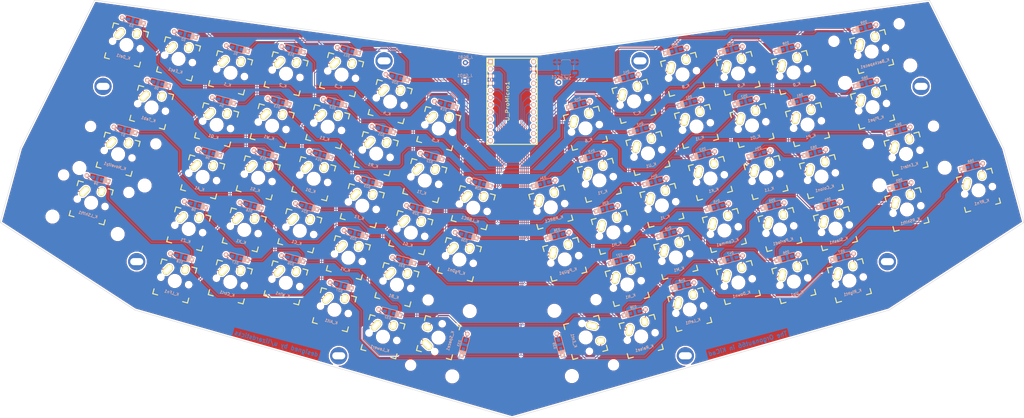
<source format=kicad_pcb>
(kicad_pcb (version 4) (host pcbnew 4.0.7)
  (title_block (title orgonaut66) (date 2018-09-22) (rev 2) (company u/lizardsticks))
  (layers (0 F.Cu signal hide) (31 B.Cu signal hide) (34 B.Paste user hide) (35 F.Paste user hide) (36 B.SilkS user hide) (37 F.SilkS user hide) (38 B.Mask user hide) (39 F.Mask user hide) (44 Edge.Cuts user))
  (net 0 "")
  (net 1 "Net-(D1-Pad2)")
  (net 2 /row0)
  (net 3 "Net-(D2-Pad2)")
  (net 4 /row1)
  (net 5 "Net-(D3-Pad2)")
  (net 6 /row2)
  (net 7 "Net-(D4-Pad2)")
  (net 8 /row3)
  (net 9 "Net-(D5-Pad2)")
  (net 10 /row4)
  (net 11 "Net-(D6-Pad2)")
  (net 12 /row5)
  (net 13 "Net-(D7-Pad2)")
  (net 14 /row6)
  (net 15 "Net-(D8-Pad2)")
  (net 16 /row7)
  (net 17 "Net-(D9-Pad2)")
  (net 18 /row8)
  (net 19 "Net-(D10-Pad2)")
  (net 20 "Net-(D11-Pad2)")
  (net 21 "Net-(D12-Pad2)")
  (net 22 "Net-(D13-Pad2)")
  (net 23 "Net-(D14-Pad2)")
  (net 24 "Net-(D15-Pad2)")
  (net 25 "Net-(D16-Pad2)")
  (net 26 "Net-(D17-Pad2)")
  (net 27 "Net-(D18-Pad2)")
  (net 28 "Net-(D19-Pad2)")
  (net 29 "Net-(D20-Pad2)")
  (net 30 "Net-(D21-Pad2)")
  (net 31 "Net-(D22-Pad2)")
  (net 32 "Net-(D23-Pad2)")
  (net 33 "Net-(D24-Pad2)")
  (net 34 "Net-(D25-Pad2)")
  (net 35 "Net-(D26-Pad2)")
  (net 36 "Net-(D27-Pad2)")
  (net 37 "Net-(D28-Pad2)")
  (net 38 "Net-(D29-Pad2)")
  (net 39 "Net-(D30-Pad2)")
  (net 40 "Net-(D31-Pad2)")
  (net 41 "Net-(D32-Pad2)")
  (net 42 "Net-(D33-Pad2)")
  (net 43 "Net-(D34-Pad2)")
  (net 44 "Net-(D35-Pad2)")
  (net 45 "Net-(D36-Pad2)")
  (net 46 "Net-(D37-Pad2)")
  (net 47 "Net-(D38-Pad2)")
  (net 48 "Net-(D39-Pad2)")
  (net 49 "Net-(D40-Pad2)")
  (net 50 "Net-(D41-Pad2)")
  (net 51 "Net-(D42-Pad2)")
  (net 52 "Net-(D43-Pad2)")
  (net 53 "Net-(D44-Pad2)")
  (net 54 "Net-(D45-Pad2)")
  (net 55 "Net-(D46-Pad2)")
  (net 56 "Net-(D47-Pad2)")
  (net 57 "Net-(D48-Pad2)")
  (net 58 "Net-(D49-Pad2)")
  (net 59 "Net-(D50-Pad2)")
  (net 60 "Net-(D51-Pad2)")
  (net 61 "Net-(D52-Pad2)")
  (net 62 "Net-(D53-Pad2)")
  (net 63 "Net-(D54-Pad2)")
  (net 64 "Net-(D55-Pad2)")
  (net 65 "Net-(D56-Pad2)")
  (net 66 "Net-(D57-Pad2)")
  (net 67 "Net-(D58-Pad2)")
  (net 68 "Net-(D59-Pad2)")
  (net 69 "Net-(D60-Pad2)")
  (net 70 "Net-(D61-Pad2)")
  (net 71 "Net-(D62-Pad2)")
  (net 72 "Net-(D63-Pad2)")
  (net 73 "Net-(D64-Pad2)")
  (net 74 "Net-(D65-Pad2)")
  (net 75 "Net-(D66-Pad2)")
  (net 76 GND)
  (net 77 /RGB)
  (net 78 VCC)
  (net 79 /col7)
  (net 80 /col0)
  (net 81 /col1)
  (net 82 /col2)
  (net 83 /col5)
  (net 84 /col6)
  (net 85 /col3)
  (net 86 /col4)
  (net 87 "Net-(SW_1-Pad1)")
  (net 88 "Net-(U_ProMicro1-Pad24)")
  (module keebs:Mx_Alps_100 (layer F.Cu) (at 297.935662 141.217175 15)
    (fp_text reference K_Comma1 (at 0 4.318 15) (layer B.SilkS) (effects (font (thickness 0.2)) (justify mirror)))
    (fp_text value KEYSW hide)
    (pad HOLE np_thru_hole circle (at 0 0 15) (size 3.9878 3.9878) (drill 3.9878) (layers *.Cu))
    (pad HOLE np_thru_hole circle (at -5.08 0 15) (size 1.7018 1.7018) (drill 1.7018) (layers *.Cu))
    (pad HOLE np_thru_hole circle (at 5.08 0 15) (size 1.7018 1.7018) (drill 1.7018) (layers *.Cu))
    (pad 1 thru_hole oval (at -3.405 -3.27 345.95) (size 2.5 4.17) (drill oval 1.5 3.17) (layers *.Cu *.Mask F.SilkS) (net 83 /col5))
    (pad 2 thru_hole oval (at 2.52 -4.79 11.1) (size 2.5 3.08) (drill oval 1.5 2.08) (layers *.Cu *.Mask F.SilkS) (net 54 "Net-(D45-Pad2)"))
  )
  (module keebs:Mx_Alps_100 (layer F.Cu) (at 387.805127 126.997729 15)
    (fp_text reference K_RFn1 (at 0 4.318 15) (layer B.SilkS) (effects (font (thickness 0.2)) (justify mirror)))
    (fp_text value KEYSW hide)
    (pad HOLE np_thru_hole circle (at 0 0 15) (size 3.9878 3.9878) (drill 3.9878) (layers *.Cu))
    (pad HOLE np_thru_hole circle (at -5.08 0 15) (size 1.7018 1.7018) (drill 1.7018) (layers *.Cu))
    (pad HOLE np_thru_hole circle (at 5.08 0 15) (size 1.7018 1.7018) (drill 1.7018) (layers *.Cu))
    (pad 1 thru_hole oval (at -3.405 -3.27 345.95) (size 2.5 4.17) (drill oval 1.5 3.17) (layers *.Cu *.Mask F.SilkS) (net 79 /col7))
    (pad 2 thru_hole oval (at 2.52 -4.79 11.1) (size 2.5 3.08) (drill oval 1.5 2.08) (layers *.Cu *.Mask F.SilkS) (net 75 "Net-(D66-Pad2)"))
  )
  (module keebs:Mx_Alps_275 (layer F.Cu) (at 74.03388 131.409078 345)
    (fp_text reference K_LShift1 (at 0 4.318 345) (layer B.SilkS) (effects (font (thickness 0.2)) (justify mirror)))
    (fp_text value KEYSW hide)
    (pad HOLE np_thru_hole circle (at 0 0 345) (size 3.9878 3.9878) (drill 3.9878) (layers *.Cu))
    (pad HOLE np_thru_hole circle (at -5.08 0 345) (size 1.7018 1.7018) (drill 1.7018) (layers *.Cu))
    (pad HOLE np_thru_hole circle (at 5.08 0 345) (size 1.7018 1.7018) (drill 1.7018) (layers *.Cu))
    (pad HOLE np_thru_hole circle (at -11.938 -6.985 345) (size 3.048 3.048) (drill 3.048) (layers *.Cu))
    (pad HOLE np_thru_hole circle (at 11.938 -6.985 345) (size 3.048 3.048) (drill 3.048) (layers *.Cu))
    (pad HOLE np_thru_hole circle (at -11.938 8.255 345) (size 3.9878 3.9878) (drill 3.9878) (layers *.Cu))
    (pad HOLE np_thru_hole circle (at 11.938 8.255 345) (size 3.9878 3.9878) (drill 3.9878) (layers *.Cu))
    (pad 1 thru_hole oval (at -3.405 -3.27 315.95) (size 2.5 4.17) (drill oval 1.5 3.17) (layers *.Cu *.Mask F.SilkS) (net 80 /col0))
    (pad 2 thru_hole oval (at 2.52 -4.79 341.1) (size 2.5 3.08) (drill oval 1.5 2.08) (layers *.Cu *.Mask F.SilkS) (net 17 "Net-(D9-Pad2)"))
  )
  (module keyboard_parts:D_SOD123_axial (layer B.Cu) (at 125.56659 76.813248 165)
    (fp_text reference D1 (at 0 -1.925 165) (layer B.SilkS) (effects (font (size 0.8 0.8)) (justify mirror)))
    (fp_text value D hide)
    (pad 2 smd rect (at 1.575 0 165) (size 1.2 1.2) (layers B.Cu B.Paste B.Mask) (net 1 "Net-(D1-Pad2)"))
    (pad 1 smd rect (at -1.575 0 165) (size 1.2 1.2) (layers B.Cu B.Paste B.Mask) (net 2 /row0))
    (pad 1 thru_hole rect (at -3.9 0 165) (size 1.6 1.6) (drill 0.7) (layers *.Cu *.Mask B.SilkS) (net 2 /row0))
    (pad 2 thru_hole circle (at 3.9 0 165) (size 1.6 1.6) (drill 0.7) (layers *.Cu *.Mask B.SilkS) (net 1 "Net-(D1-Pad2)"))
    (pad 1 smd rect (at -2.7 0 165) (size 2.5 0.5) (layers B.Cu) (net 2 /row0))
    (pad 2 smd rect (at 2.7 0 165) (size 2.5 0.5) (layers B.Cu) (net 1 "Net-(D1-Pad2)"))
  )
  (module keyboard_parts:D_SOD123_axial (layer B.Cu) (at 107.165703 71.882745 165)
    (fp_text reference D2 (at 0 -1.925 165) (layer B.SilkS) (effects (font (size 0.8 0.8)) (justify mirror)))
    (fp_text value D hide)
    (pad 2 smd rect (at 1.575 0 165) (size 1.2 1.2) (layers B.Cu B.Paste B.Mask) (net 3 "Net-(D2-Pad2)"))
    (pad 1 smd rect (at -1.575 0 165) (size 1.2 1.2) (layers B.Cu B.Paste B.Mask) (net 4 /row1))
    (pad 1 thru_hole rect (at -3.9 0 165) (size 1.6 1.6) (drill 0.7) (layers *.Cu *.Mask B.SilkS) (net 4 /row1))
    (pad 2 thru_hole circle (at 3.9 0 165) (size 1.6 1.6) (drill 0.7) (layers *.Cu *.Mask B.SilkS) (net 3 "Net-(D2-Pad2)"))
    (pad 1 smd rect (at -2.7 0 165) (size 2.5 0.5) (layers B.Cu) (net 4 /row1))
    (pad 2 smd rect (at 2.7 0 165) (size 2.5 0.5) (layers B.Cu) (net 3 "Net-(D2-Pad2)"))
  )
  (module keyboard_parts:D_SOD123_axial (layer B.Cu) (at 88.764816 66.952243 165)
    (fp_text reference D3 (at 0 -1.925 165) (layer B.SilkS) (effects (font (size 0.8 0.8)) (justify mirror)))
    (fp_text value D hide)
    (pad 2 smd rect (at 1.575 0 165) (size 1.2 1.2) (layers B.Cu B.Paste B.Mask) (net 5 "Net-(D3-Pad2)"))
    (pad 1 smd rect (at -1.575 0 165) (size 1.2 1.2) (layers B.Cu B.Paste B.Mask) (net 6 /row2))
    (pad 1 thru_hole rect (at -3.9 0 165) (size 1.6 1.6) (drill 0.7) (layers *.Cu *.Mask B.SilkS) (net 6 /row2))
    (pad 2 thru_hole circle (at 3.9 0 165) (size 1.6 1.6) (drill 0.7) (layers *.Cu *.Mask B.SilkS) (net 5 "Net-(D3-Pad2)"))
    (pad 1 smd rect (at -2.7 0 165) (size 2.5 0.5) (layers B.Cu) (net 6 /row2))
    (pad 2 smd rect (at 2.7 0 165) (size 2.5 0.5) (layers B.Cu) (net 5 "Net-(D3-Pad2)"))
  )
  (module keyboard_parts:D_SOD123_axial (layer B.Cu) (at 120.636087 95.214135 165)
    (fp_text reference D4 (at 0 -1.925 165) (layer B.SilkS) (effects (font (size 0.8 0.8)) (justify mirror)))
    (fp_text value D hide)
    (pad 2 smd rect (at 1.575 0 165) (size 1.2 1.2) (layers B.Cu B.Paste B.Mask) (net 7 "Net-(D4-Pad2)"))
    (pad 1 smd rect (at -1.575 0 165) (size 1.2 1.2) (layers B.Cu B.Paste B.Mask) (net 8 /row3))
    (pad 1 thru_hole rect (at -3.9 0 165) (size 1.6 1.6) (drill 0.7) (layers *.Cu *.Mask B.SilkS) (net 8 /row3))
    (pad 2 thru_hole circle (at 3.9 0 165) (size 1.6 1.6) (drill 0.7) (layers *.Cu *.Mask B.SilkS) (net 7 "Net-(D4-Pad2)"))
    (pad 1 smd rect (at -2.7 0 165) (size 2.5 0.5) (layers B.Cu) (net 8 /row3))
    (pad 2 smd rect (at 2.7 0 165) (size 2.5 0.5) (layers B.Cu) (net 7 "Net-(D4-Pad2)"))
  )
  (module keyboard_parts:D_SOD123_axial (layer B.Cu) (at 97.634979 89.051007 165)
    (fp_text reference D5 (at 0 -1.925 165) (layer B.SilkS) (effects (font (size 0.8 0.8)) (justify mirror)))
    (fp_text value D hide)
    (pad 2 smd rect (at 1.575 0 165) (size 1.2 1.2) (layers B.Cu B.Paste B.Mask) (net 9 "Net-(D5-Pad2)"))
    (pad 1 smd rect (at -1.575 0 165) (size 1.2 1.2) (layers B.Cu B.Paste B.Mask) (net 10 /row4))
    (pad 1 thru_hole rect (at -3.9 0 165) (size 1.6 1.6) (drill 0.7) (layers *.Cu *.Mask B.SilkS) (net 10 /row4))
    (pad 2 thru_hole circle (at 3.9 0 165) (size 1.6 1.6) (drill 0.7) (layers *.Cu *.Mask B.SilkS) (net 9 "Net-(D5-Pad2)"))
    (pad 1 smd rect (at -2.7 0 165) (size 2.5 0.5) (layers B.Cu) (net 10 /row4))
    (pad 2 smd rect (at 2.7 0 165) (size 2.5 0.5) (layers B.Cu) (net 9 "Net-(D5-Pad2)"))
  )
  (module keyboard_parts:D_SOD123_axial (layer B.Cu) (at 115.705585 113.615022 165)
    (fp_text reference D6 (at 0 -1.925 165) (layer B.SilkS) (effects (font (size 0.8 0.8)) (justify mirror)))
    (fp_text value D hide)
    (pad 2 smd rect (at 1.575 0 165) (size 1.2 1.2) (layers B.Cu B.Paste B.Mask) (net 11 "Net-(D6-Pad2)"))
    (pad 1 smd rect (at -1.575 0 165) (size 1.2 1.2) (layers B.Cu B.Paste B.Mask) (net 12 /row5))
    (pad 1 thru_hole rect (at -3.9 0 165) (size 1.6 1.6) (drill 0.7) (layers *.Cu *.Mask B.SilkS) (net 12 /row5))
    (pad 2 thru_hole circle (at 3.9 0 165) (size 1.6 1.6) (drill 0.7) (layers *.Cu *.Mask B.SilkS) (net 11 "Net-(D6-Pad2)"))
    (pad 1 smd rect (at -2.7 0 165) (size 2.5 0.5) (layers B.Cu) (net 12 /row5))
    (pad 2 smd rect (at 2.7 0 165) (size 2.5 0.5) (layers B.Cu) (net 11 "Net-(D6-Pad2)"))
  )
  (module keyboard_parts:D_SOD123_axial (layer B.Cu) (at 85.804143 105.602955 165)
    (fp_text reference D7 (at 0 -1.925 165) (layer B.SilkS) (effects (font (size 0.8 0.8)) (justify mirror)))
    (fp_text value D hide)
    (pad 2 smd rect (at 1.575 0 165) (size 1.2 1.2) (layers B.Cu B.Paste B.Mask) (net 13 "Net-(D7-Pad2)"))
    (pad 1 smd rect (at -1.575 0 165) (size 1.2 1.2) (layers B.Cu B.Paste B.Mask) (net 14 /row6))
    (pad 1 thru_hole rect (at -3.9 0 165) (size 1.6 1.6) (drill 0.7) (layers *.Cu *.Mask B.SilkS) (net 14 /row6))
    (pad 2 thru_hole circle (at 3.9 0 165) (size 1.6 1.6) (drill 0.7) (layers *.Cu *.Mask B.SilkS) (net 13 "Net-(D7-Pad2)"))
    (pad 1 smd rect (at -2.7 0 165) (size 2.5 0.5) (layers B.Cu) (net 14 /row6))
    (pad 2 smd rect (at 2.7 0 165) (size 2.5 0.5) (layers B.Cu) (net 13 "Net-(D7-Pad2)"))
  )
  (module keyboard_parts:D_SOD123_axial (layer B.Cu) (at 110.775082 132.015909 165)
    (fp_text reference D8 (at 0 -1.925 165) (layer B.SilkS) (effects (font (size 0.8 0.8)) (justify mirror)))
    (fp_text value D hide)
    (pad 2 smd rect (at 1.575 0 165) (size 1.2 1.2) (layers B.Cu B.Paste B.Mask) (net 15 "Net-(D8-Pad2)"))
    (pad 1 smd rect (at -1.575 0 165) (size 1.2 1.2) (layers B.Cu B.Paste B.Mask) (net 16 /row7))
    (pad 1 thru_hole rect (at -3.9 0 165) (size 1.6 1.6) (drill 0.7) (layers *.Cu *.Mask B.SilkS) (net 16 /row7))
    (pad 2 thru_hole circle (at 3.9 0 165) (size 1.6 1.6) (drill 0.7) (layers *.Cu *.Mask B.SilkS) (net 15 "Net-(D8-Pad2)"))
    (pad 1 smd rect (at -2.7 0 165) (size 2.5 0.5) (layers B.Cu) (net 16 /row7))
    (pad 2 smd rect (at 2.7 0 165) (size 2.5 0.5) (layers B.Cu) (net 15 "Net-(D8-Pad2)"))
  )
  (module keyboard_parts:D_SOD123_axial (layer B.Cu) (at 76.273419 122.771216 165)
    (fp_text reference D9 (at 0 -1.925 165) (layer B.SilkS) (effects (font (size 0.8 0.8)) (justify mirror)))
    (fp_text value D hide)
    (pad 2 smd rect (at 1.575 0 165) (size 1.2 1.2) (layers B.Cu B.Paste B.Mask) (net 17 "Net-(D9-Pad2)"))
    (pad 1 smd rect (at -1.575 0 165) (size 1.2 1.2) (layers B.Cu B.Paste B.Mask) (net 18 /row8))
    (pad 1 thru_hole rect (at -3.9 0 165) (size 1.6 1.6) (drill 0.7) (layers *.Cu *.Mask B.SilkS) (net 18 /row8))
    (pad 2 thru_hole circle (at 3.9 0 165) (size 1.6 1.6) (drill 0.7) (layers *.Cu *.Mask B.SilkS) (net 17 "Net-(D9-Pad2)"))
    (pad 1 smd rect (at -2.7 0 165) (size 2.5 0.5) (layers B.Cu) (net 18 /row8))
    (pad 2 smd rect (at 2.7 0 165) (size 2.5 0.5) (layers B.Cu) (net 17 "Net-(D9-Pad2)"))
  )
  (module keyboard_parts:D_SOD123_axial (layer B.Cu) (at 145.200103 77.143529 165)
    (fp_text reference D10 (at 0 -1.925 165) (layer B.SilkS) (effects (font (size 0.8 0.8)) (justify mirror)))
    (fp_text value D hide)
    (pad 2 smd rect (at 1.575 0 165) (size 1.2 1.2) (layers B.Cu B.Paste B.Mask) (net 19 "Net-(D10-Pad2)"))
    (pad 1 smd rect (at -1.575 0 165) (size 1.2 1.2) (layers B.Cu B.Paste B.Mask) (net 2 /row0))
    (pad 1 thru_hole rect (at -3.9 0 165) (size 1.6 1.6) (drill 0.7) (layers *.Cu *.Mask B.SilkS) (net 2 /row0))
    (pad 2 thru_hole circle (at 3.9 0 165) (size 1.6 1.6) (drill 0.7) (layers *.Cu *.Mask B.SilkS) (net 19 "Net-(D10-Pad2)"))
    (pad 1 smd rect (at -2.7 0 165) (size 2.5 0.5) (layers B.Cu) (net 2 /row0))
    (pad 2 smd rect (at 2.7 0 165) (size 2.5 0.5) (layers B.Cu) (net 19 "Net-(D10-Pad2)"))
  )
  (module keyboard_parts:D_SOD123_axial (layer B.Cu) (at 164.833616 77.47381 165)
    (fp_text reference D11 (at 0 -1.925 165) (layer B.SilkS) (effects (font (size 0.8 0.8)) (justify mirror)))
    (fp_text value D hide)
    (pad 2 smd rect (at 1.575 0 165) (size 1.2 1.2) (layers B.Cu B.Paste B.Mask) (net 20 "Net-(D11-Pad2)"))
    (pad 1 smd rect (at -1.575 0 165) (size 1.2 1.2) (layers B.Cu B.Paste B.Mask) (net 4 /row1))
    (pad 1 thru_hole rect (at -3.9 0 165) (size 1.6 1.6) (drill 0.7) (layers *.Cu *.Mask B.SilkS) (net 4 /row1))
    (pad 2 thru_hole circle (at 3.9 0 165) (size 1.6 1.6) (drill 0.7) (layers *.Cu *.Mask B.SilkS) (net 20 "Net-(D11-Pad2)"))
    (pad 1 smd rect (at -2.7 0 165) (size 2.5 0.5) (layers B.Cu) (net 4 /row1))
    (pad 2 smd rect (at 2.7 0 165) (size 2.5 0.5) (layers B.Cu) (net 20 "Net-(D11-Pad2)"))
  )
  (module keyboard_parts:D_SOD123_axial (layer B.Cu) (at 159.903113 95.874697 165)
    (fp_text reference D12 (at 0 -1.925 165) (layer B.SilkS) (effects (font (size 0.8 0.8)) (justify mirror)))
    (fp_text value D hide)
    (pad 2 smd rect (at 1.575 0 165) (size 1.2 1.2) (layers B.Cu B.Paste B.Mask) (net 21 "Net-(D12-Pad2)"))
    (pad 1 smd rect (at -1.575 0 165) (size 1.2 1.2) (layers B.Cu B.Paste B.Mask) (net 6 /row2))
    (pad 1 thru_hole rect (at -3.9 0 165) (size 1.6 1.6) (drill 0.7) (layers *.Cu *.Mask B.SilkS) (net 6 /row2))
    (pad 2 thru_hole circle (at 3.9 0 165) (size 1.6 1.6) (drill 0.7) (layers *.Cu *.Mask B.SilkS) (net 21 "Net-(D12-Pad2)"))
    (pad 1 smd rect (at -2.7 0 165) (size 2.5 0.5) (layers B.Cu) (net 6 /row2))
    (pad 2 smd rect (at 2.7 0 165) (size 2.5 0.5) (layers B.Cu) (net 21 "Net-(D12-Pad2)"))
  )
  (module keyboard_parts:D_SOD123_axial (layer B.Cu) (at 140.2696 95.544416 165)
    (fp_text reference D13 (at 0 -1.925 165) (layer B.SilkS) (effects (font (size 0.8 0.8)) (justify mirror)))
    (fp_text value D hide)
    (pad 2 smd rect (at 1.575 0 165) (size 1.2 1.2) (layers B.Cu B.Paste B.Mask) (net 22 "Net-(D13-Pad2)"))
    (pad 1 smd rect (at -1.575 0 165) (size 1.2 1.2) (layers B.Cu B.Paste B.Mask) (net 8 /row3))
    (pad 1 thru_hole rect (at -3.9 0 165) (size 1.6 1.6) (drill 0.7) (layers *.Cu *.Mask B.SilkS) (net 8 /row3))
    (pad 2 thru_hole circle (at 3.9 0 165) (size 1.6 1.6) (drill 0.7) (layers *.Cu *.Mask B.SilkS) (net 22 "Net-(D13-Pad2)"))
    (pad 1 smd rect (at -2.7 0 165) (size 2.5 0.5) (layers B.Cu) (net 8 /row3))
    (pad 2 smd rect (at 2.7 0 165) (size 2.5 0.5) (layers B.Cu) (net 22 "Net-(D13-Pad2)"))
  )
  (module keyboard_parts:D_SOD123_axial (layer B.Cu) (at 154.97261 114.275584 165)
    (fp_text reference D14 (at 0 -1.925 165) (layer B.SilkS) (effects (font (size 0.8 0.8)) (justify mirror)))
    (fp_text value D hide)
    (pad 2 smd rect (at 1.575 0 165) (size 1.2 1.2) (layers B.Cu B.Paste B.Mask) (net 23 "Net-(D14-Pad2)"))
    (pad 1 smd rect (at -1.575 0 165) (size 1.2 1.2) (layers B.Cu B.Paste B.Mask) (net 10 /row4))
    (pad 1 thru_hole rect (at -3.9 0 165) (size 1.6 1.6) (drill 0.7) (layers *.Cu *.Mask B.SilkS) (net 10 /row4))
    (pad 2 thru_hole circle (at 3.9 0 165) (size 1.6 1.6) (drill 0.7) (layers *.Cu *.Mask B.SilkS) (net 23 "Net-(D14-Pad2)"))
    (pad 1 smd rect (at -2.7 0 165) (size 2.5 0.5) (layers B.Cu) (net 10 /row4))
    (pad 2 smd rect (at 2.7 0 165) (size 2.5 0.5) (layers B.Cu) (net 23 "Net-(D14-Pad2)"))
  )
  (module keyboard_parts:D_SOD123_axial (layer B.Cu) (at 135.339097 113.945303 165)
    (fp_text reference D15 (at 0 -1.925 165) (layer B.SilkS) (effects (font (size 0.8 0.8)) (justify mirror)))
    (fp_text value D hide)
    (pad 2 smd rect (at 1.575 0 165) (size 1.2 1.2) (layers B.Cu B.Paste B.Mask) (net 24 "Net-(D15-Pad2)"))
    (pad 1 smd rect (at -1.575 0 165) (size 1.2 1.2) (layers B.Cu B.Paste B.Mask) (net 12 /row5))
    (pad 1 thru_hole rect (at -3.9 0 165) (size 1.6 1.6) (drill 0.7) (layers *.Cu *.Mask B.SilkS) (net 12 /row5))
    (pad 2 thru_hole circle (at 3.9 0 165) (size 1.6 1.6) (drill 0.7) (layers *.Cu *.Mask B.SilkS) (net 24 "Net-(D15-Pad2)"))
    (pad 1 smd rect (at -2.7 0 165) (size 2.5 0.5) (layers B.Cu) (net 12 /row5))
    (pad 2 smd rect (at 2.7 0 165) (size 2.5 0.5) (layers B.Cu) (net 24 "Net-(D15-Pad2)"))
  )
  (module keyboard_parts:D_SOD123_axial (layer B.Cu) (at 130.408594 132.34619 165)
    (fp_text reference D16 (at 0 -1.925 165) (layer B.SilkS) (effects (font (size 0.8 0.8)) (justify mirror)))
    (fp_text value D hide)
    (pad 2 smd rect (at 1.575 0 165) (size 1.2 1.2) (layers B.Cu B.Paste B.Mask) (net 25 "Net-(D16-Pad2)"))
    (pad 1 smd rect (at -1.575 0 165) (size 1.2 1.2) (layers B.Cu B.Paste B.Mask) (net 14 /row6))
    (pad 1 thru_hole rect (at -3.9 0 165) (size 1.6 1.6) (drill 0.7) (layers *.Cu *.Mask B.SilkS) (net 14 /row6))
    (pad 2 thru_hole circle (at 3.9 0 165) (size 1.6 1.6) (drill 0.7) (layers *.Cu *.Mask B.SilkS) (net 25 "Net-(D16-Pad2)"))
    (pad 1 smd rect (at -2.7 0 165) (size 2.5 0.5) (layers B.Cu) (net 14 /row6))
    (pad 2 smd rect (at 2.7 0 165) (size 2.5 0.5) (layers B.Cu) (net 25 "Net-(D16-Pad2)"))
  )
  (module keyboard_parts:D_SOD123_axial (layer B.Cu) (at 125.478092 150.747077 165)
    (fp_text reference D17 (at 0 -1.925 165) (layer B.SilkS) (effects (font (size 0.8 0.8)) (justify mirror)))
    (fp_text value D hide)
    (pad 2 smd rect (at 1.575 0 165) (size 1.2 1.2) (layers B.Cu B.Paste B.Mask) (net 26 "Net-(D17-Pad2)"))
    (pad 1 smd rect (at -1.575 0 165) (size 1.2 1.2) (layers B.Cu B.Paste B.Mask) (net 16 /row7))
    (pad 1 thru_hole rect (at -3.9 0 165) (size 1.6 1.6) (drill 0.7) (layers *.Cu *.Mask B.SilkS) (net 16 /row7))
    (pad 2 thru_hole circle (at 3.9 0 165) (size 1.6 1.6) (drill 0.7) (layers *.Cu *.Mask B.SilkS) (net 26 "Net-(D17-Pad2)"))
    (pad 1 smd rect (at -2.7 0 165) (size 2.5 0.5) (layers B.Cu) (net 16 /row7))
    (pad 2 smd rect (at 2.7 0 165) (size 2.5 0.5) (layers B.Cu) (net 26 "Net-(D17-Pad2)"))
  )
  (module keyboard_parts:D_SOD123_axial (layer B.Cu) (at 105.844579 150.416796 165)
    (fp_text reference D18 (at 0 -1.925 165) (layer B.SilkS) (effects (font (size 0.8 0.8)) (justify mirror)))
    (fp_text value D hide)
    (pad 2 smd rect (at 1.575 0 165) (size 1.2 1.2) (layers B.Cu B.Paste B.Mask) (net 27 "Net-(D18-Pad2)"))
    (pad 1 smd rect (at -1.575 0 165) (size 1.2 1.2) (layers B.Cu B.Paste B.Mask) (net 18 /row8))
    (pad 1 thru_hole rect (at -3.9 0 165) (size 1.6 1.6) (drill 0.7) (layers *.Cu *.Mask B.SilkS) (net 18 /row8))
    (pad 2 thru_hole circle (at 3.9 0 165) (size 1.6 1.6) (drill 0.7) (layers *.Cu *.Mask B.SilkS) (net 27 "Net-(D18-Pad2)"))
    (pad 1 smd rect (at -2.7 0 165) (size 2.5 0.5) (layers B.Cu) (net 18 /row8))
    (pad 2 smd rect (at 2.7 0 165) (size 2.5 0.5) (layers B.Cu) (net 27 "Net-(D18-Pad2)"))
  )
  (module keyboard_parts:D_SOD123_axial (layer B.Cu) (at 199.170138 96.535259 165)
    (fp_text reference D19 (at 0 -1.925 165) (layer B.SilkS) (effects (font (size 0.8 0.8)) (justify mirror)))
    (fp_text value D hide)
    (pad 2 smd rect (at 1.575 0 165) (size 1.2 1.2) (layers B.Cu B.Paste B.Mask) (net 28 "Net-(D19-Pad2)"))
    (pad 1 smd rect (at -1.575 0 165) (size 1.2 1.2) (layers B.Cu B.Paste B.Mask) (net 2 /row0))
    (pad 1 thru_hole rect (at -3.9 0 165) (size 1.6 1.6) (drill 0.7) (layers *.Cu *.Mask B.SilkS) (net 2 /row0))
    (pad 2 thru_hole circle (at 3.9 0 165) (size 1.6 1.6) (drill 0.7) (layers *.Cu *.Mask B.SilkS) (net 28 "Net-(D19-Pad2)"))
    (pad 1 smd rect (at -2.7 0 165) (size 2.5 0.5) (layers B.Cu) (net 2 /row0))
    (pad 2 smd rect (at 2.7 0 165) (size 2.5 0.5) (layers B.Cu) (net 28 "Net-(D19-Pad2)"))
  )
  (module keyboard_parts:D_SOD123_axial (layer B.Cu) (at 182.001877 87.004535 165)
    (fp_text reference D20 (at 0 -1.925 165) (layer B.SilkS) (effects (font (size 0.8 0.8)) (justify mirror)))
    (fp_text value D hide)
    (pad 2 smd rect (at 1.575 0 165) (size 1.2 1.2) (layers B.Cu B.Paste B.Mask) (net 29 "Net-(D20-Pad2)"))
    (pad 1 smd rect (at -1.575 0 165) (size 1.2 1.2) (layers B.Cu B.Paste B.Mask) (net 4 /row1))
    (pad 1 thru_hole rect (at -3.9 0 165) (size 1.6 1.6) (drill 0.7) (layers *.Cu *.Mask B.SilkS) (net 4 /row1))
    (pad 2 thru_hole circle (at 3.9 0 165) (size 1.6 1.6) (drill 0.7) (layers *.Cu *.Mask B.SilkS) (net 29 "Net-(D20-Pad2)"))
    (pad 1 smd rect (at -2.7 0 165) (size 2.5 0.5) (layers B.Cu) (net 4 /row1))
    (pad 2 smd rect (at 2.7 0 165) (size 2.5 0.5) (layers B.Cu) (net 29 "Net-(D20-Pad2)"))
  )
  (module keyboard_parts:D_SOD123_axial (layer B.Cu) (at 177.071374 105.405422 165)
    (fp_text reference D21 (at 0 -1.925 165) (layer B.SilkS) (effects (font (size 0.8 0.8)) (justify mirror)))
    (fp_text value D hide)
    (pad 2 smd rect (at 1.575 0 165) (size 1.2 1.2) (layers B.Cu B.Paste B.Mask) (net 30 "Net-(D21-Pad2)"))
    (pad 1 smd rect (at -1.575 0 165) (size 1.2 1.2) (layers B.Cu B.Paste B.Mask) (net 6 /row2))
    (pad 1 thru_hole rect (at -3.9 0 165) (size 1.6 1.6) (drill 0.7) (layers *.Cu *.Mask B.SilkS) (net 6 /row2))
    (pad 2 thru_hole circle (at 3.9 0 165) (size 1.6 1.6) (drill 0.7) (layers *.Cu *.Mask B.SilkS) (net 30 "Net-(D21-Pad2)"))
    (pad 1 smd rect (at -2.7 0 165) (size 2.5 0.5) (layers B.Cu) (net 6 /row2))
    (pad 2 smd rect (at 2.7 0 165) (size 2.5 0.5) (layers B.Cu) (net 30 "Net-(D21-Pad2)"))
  )
  (module keyboard_parts:D_SOD123_axial (layer B.Cu) (at 194.239635 114.936146 165)
    (fp_text reference D22 (at 0 -1.925 165) (layer B.SilkS) (effects (font (size 0.8 0.8)) (justify mirror)))
    (fp_text value D hide)
    (pad 2 smd rect (at 1.575 0 165) (size 1.2 1.2) (layers B.Cu B.Paste B.Mask) (net 31 "Net-(D22-Pad2)"))
    (pad 1 smd rect (at -1.575 0 165) (size 1.2 1.2) (layers B.Cu B.Paste B.Mask) (net 8 /row3))
    (pad 1 thru_hole rect (at -3.9 0 165) (size 1.6 1.6) (drill 0.7) (layers *.Cu *.Mask B.SilkS) (net 8 /row3))
    (pad 2 thru_hole circle (at 3.9 0 165) (size 1.6 1.6) (drill 0.7) (layers *.Cu *.Mask B.SilkS) (net 31 "Net-(D22-Pad2)"))
    (pad 1 smd rect (at -2.7 0 165) (size 2.5 0.5) (layers B.Cu) (net 8 /row3))
    (pad 2 smd rect (at 2.7 0 165) (size 2.5 0.5) (layers B.Cu) (net 31 "Net-(D22-Pad2)"))
  )
  (module keyboard_parts:D_SOD123_axial (layer B.Cu) (at 172.140871 123.806309 165)
    (fp_text reference D23 (at 0 -1.925 165) (layer B.SilkS) (effects (font (size 0.8 0.8)) (justify mirror)))
    (fp_text value D hide)
    (pad 2 smd rect (at 1.575 0 165) (size 1.2 1.2) (layers B.Cu B.Paste B.Mask) (net 32 "Net-(D23-Pad2)"))
    (pad 1 smd rect (at -1.575 0 165) (size 1.2 1.2) (layers B.Cu B.Paste B.Mask) (net 10 /row4))
    (pad 1 thru_hole rect (at -3.9 0 165) (size 1.6 1.6) (drill 0.7) (layers *.Cu *.Mask B.SilkS) (net 10 /row4))
    (pad 2 thru_hole circle (at 3.9 0 165) (size 1.6 1.6) (drill 0.7) (layers *.Cu *.Mask B.SilkS) (net 32 "Net-(D23-Pad2)"))
    (pad 1 smd rect (at -2.7 0 165) (size 2.5 0.5) (layers B.Cu) (net 10 /row4))
    (pad 2 smd rect (at 2.7 0 165) (size 2.5 0.5) (layers B.Cu) (net 32 "Net-(D23-Pad2)"))
  )
  (module keyboard_parts:D_SOD123_axial (layer B.Cu) (at 150.042107 132.676471 165)
    (fp_text reference D24 (at 0 -1.925 165) (layer B.SilkS) (effects (font (size 0.8 0.8)) (justify mirror)))
    (fp_text value D hide)
    (pad 2 smd rect (at 1.575 0 165) (size 1.2 1.2) (layers B.Cu B.Paste B.Mask) (net 33 "Net-(D24-Pad2)"))
    (pad 1 smd rect (at -1.575 0 165) (size 1.2 1.2) (layers B.Cu B.Paste B.Mask) (net 12 /row5))
    (pad 1 thru_hole rect (at -3.9 0 165) (size 1.6 1.6) (drill 0.7) (layers *.Cu *.Mask B.SilkS) (net 12 /row5))
    (pad 2 thru_hole circle (at 3.9 0 165) (size 1.6 1.6) (drill 0.7) (layers *.Cu *.Mask B.SilkS) (net 33 "Net-(D24-Pad2)"))
    (pad 1 smd rect (at -2.7 0 165) (size 2.5 0.5) (layers B.Cu) (net 12 /row5))
    (pad 2 smd rect (at 2.7 0 165) (size 2.5 0.5) (layers B.Cu) (net 33 "Net-(D24-Pad2)"))
  )
  (module keyboard_parts:D_SOD123_axial (layer B.Cu) (at 167.210368 142.207196 165)
    (fp_text reference D25 (at 0 -1.925 165) (layer B.SilkS) (effects (font (size 0.8 0.8)) (justify mirror)))
    (fp_text value D hide)
    (pad 2 smd rect (at 1.575 0 165) (size 1.2 1.2) (layers B.Cu B.Paste B.Mask) (net 34 "Net-(D25-Pad2)"))
    (pad 1 smd rect (at -1.575 0 165) (size 1.2 1.2) (layers B.Cu B.Paste B.Mask) (net 14 /row6))
    (pad 1 thru_hole rect (at -3.9 0 165) (size 1.6 1.6) (drill 0.7) (layers *.Cu *.Mask B.SilkS) (net 14 /row6))
    (pad 2 thru_hole circle (at 3.9 0 165) (size 1.6 1.6) (drill 0.7) (layers *.Cu *.Mask B.SilkS) (net 34 "Net-(D25-Pad2)"))
    (pad 1 smd rect (at -2.7 0 165) (size 2.5 0.5) (layers B.Cu) (net 14 /row6))
    (pad 2 smd rect (at 2.7 0 165) (size 2.5 0.5) (layers B.Cu) (net 34 "Net-(D25-Pad2)"))
  )
  (module keyboard_parts:D_SOD123_axial (layer B.Cu) (at 145.111604 151.077358 165)
    (fp_text reference D26 (at 0 -1.925 165) (layer B.SilkS) (effects (font (size 0.8 0.8)) (justify mirror)))
    (fp_text value D hide)
    (pad 2 smd rect (at 1.575 0 165) (size 1.2 1.2) (layers B.Cu B.Paste B.Mask) (net 35 "Net-(D26-Pad2)"))
    (pad 1 smd rect (at -1.575 0 165) (size 1.2 1.2) (layers B.Cu B.Paste B.Mask) (net 16 /row7))
    (pad 1 thru_hole rect (at -3.9 0 165) (size 1.6 1.6) (drill 0.7) (layers *.Cu *.Mask B.SilkS) (net 16 /row7))
    (pad 2 thru_hole circle (at 3.9 0 165) (size 1.6 1.6) (drill 0.7) (layers *.Cu *.Mask B.SilkS) (net 35 "Net-(D26-Pad2)"))
    (pad 1 smd rect (at -2.7 0 165) (size 2.5 0.5) (layers B.Cu) (net 16 /row7))
    (pad 2 smd rect (at 2.7 0 165) (size 2.5 0.5) (layers B.Cu) (net 35 "Net-(D26-Pad2)"))
  )
  (module keyboard_parts:D_SOD123_axial (layer B.Cu) (at 162.279866 160.608083 165)
    (fp_text reference D27 (at 0 -1.925 165) (layer B.SilkS) (effects (font (size 0.8 0.8)) (justify mirror)))
    (fp_text value D hide)
    (pad 2 smd rect (at 1.575 0 165) (size 1.2 1.2) (layers B.Cu B.Paste B.Mask) (net 36 "Net-(D27-Pad2)"))
    (pad 1 smd rect (at -1.575 0 165) (size 1.2 1.2) (layers B.Cu B.Paste B.Mask) (net 18 /row8))
    (pad 1 thru_hole rect (at -3.9 0 165) (size 1.6 1.6) (drill 0.7) (layers *.Cu *.Mask B.SilkS) (net 18 /row8))
    (pad 2 thru_hole circle (at 3.9 0 165) (size 1.6 1.6) (drill 0.7) (layers *.Cu *.Mask B.SilkS) (net 36 "Net-(D27-Pad2)"))
    (pad 1 smd rect (at -2.7 0 165) (size 2.5 0.5) (layers B.Cu) (net 18 /row8))
    (pad 2 smd rect (at 2.7 0 165) (size 2.5 0.5) (layers B.Cu) (net 36 "Net-(D27-Pad2)"))
  )
  (module keyboard_parts:D_SOD123_axial (layer B.Cu) (at 211.407897 124.466871 165)
    (fp_text reference D28 (at 0 -1.925 165) (layer B.SilkS) (effects (font (size 0.8 0.8)) (justify mirror)))
    (fp_text value D hide)
    (pad 2 smd rect (at 1.575 0 165) (size 1.2 1.2) (layers B.Cu B.Paste B.Mask) (net 37 "Net-(D28-Pad2)"))
    (pad 1 smd rect (at -1.575 0 165) (size 1.2 1.2) (layers B.Cu B.Paste B.Mask) (net 8 /row3))
    (pad 1 thru_hole rect (at -3.9 0 165) (size 1.6 1.6) (drill 0.7) (layers *.Cu *.Mask B.SilkS) (net 8 /row3))
    (pad 2 thru_hole circle (at 3.9 0 165) (size 1.6 1.6) (drill 0.7) (layers *.Cu *.Mask B.SilkS) (net 37 "Net-(D28-Pad2)"))
    (pad 1 smd rect (at -2.7 0 165) (size 2.5 0.5) (layers B.Cu) (net 8 /row3))
    (pad 2 smd rect (at 2.7 0 165) (size 2.5 0.5) (layers B.Cu) (net 37 "Net-(D28-Pad2)"))
  )
  (module keyboard_parts:D_SOD123_axial (layer B.Cu) (at 189.309133 133.337033 165)
    (fp_text reference D29 (at 0 -1.925 165) (layer B.SilkS) (effects (font (size 0.8 0.8)) (justify mirror)))
    (fp_text value D hide)
    (pad 2 smd rect (at 1.575 0 165) (size 1.2 1.2) (layers B.Cu B.Paste B.Mask) (net 38 "Net-(D29-Pad2)"))
    (pad 1 smd rect (at -1.575 0 165) (size 1.2 1.2) (layers B.Cu B.Paste B.Mask) (net 10 /row4))
    (pad 1 thru_hole rect (at -3.9 0 165) (size 1.6 1.6) (drill 0.7) (layers *.Cu *.Mask B.SilkS) (net 10 /row4))
    (pad 2 thru_hole circle (at 3.9 0 165) (size 1.6 1.6) (drill 0.7) (layers *.Cu *.Mask B.SilkS) (net 38 "Net-(D29-Pad2)"))
    (pad 1 smd rect (at -2.7 0 165) (size 2.5 0.5) (layers B.Cu) (net 10 /row4))
    (pad 2 smd rect (at 2.7 0 165) (size 2.5 0.5) (layers B.Cu) (net 38 "Net-(D29-Pad2)"))
  )
  (module keyboard_parts:D_SOD123_axial (layer B.Cu) (at 206.477394 142.867758 165)
    (fp_text reference D30 (at 0 -1.925 165) (layer B.SilkS) (effects (font (size 0.8 0.8)) (justify mirror)))
    (fp_text value D hide)
    (pad 2 smd rect (at 1.575 0 165) (size 1.2 1.2) (layers B.Cu B.Paste B.Mask) (net 39 "Net-(D30-Pad2)"))
    (pad 1 smd rect (at -1.575 0 165) (size 1.2 1.2) (layers B.Cu B.Paste B.Mask) (net 12 /row5))
    (pad 1 thru_hole rect (at -3.9 0 165) (size 1.6 1.6) (drill 0.7) (layers *.Cu *.Mask B.SilkS) (net 12 /row5))
    (pad 2 thru_hole circle (at 3.9 0 165) (size 1.6 1.6) (drill 0.7) (layers *.Cu *.Mask B.SilkS) (net 39 "Net-(D30-Pad2)"))
    (pad 1 smd rect (at -2.7 0 165) (size 2.5 0.5) (layers B.Cu) (net 12 /row5))
    (pad 2 smd rect (at 2.7 0 165) (size 2.5 0.5) (layers B.Cu) (net 39 "Net-(D30-Pad2)"))
  )
  (module keyboard_parts:D_SOD123_axial (layer B.Cu) (at 184.37863 151.73792 165)
    (fp_text reference D31 (at 0 -1.925 165) (layer B.SilkS) (effects (font (size 0.8 0.8)) (justify mirror)))
    (fp_text value D hide)
    (pad 2 smd rect (at 1.575 0 165) (size 1.2 1.2) (layers B.Cu B.Paste B.Mask) (net 40 "Net-(D31-Pad2)"))
    (pad 1 smd rect (at -1.575 0 165) (size 1.2 1.2) (layers B.Cu B.Paste B.Mask) (net 14 /row6))
    (pad 1 thru_hole rect (at -3.9 0 165) (size 1.6 1.6) (drill 0.7) (layers *.Cu *.Mask B.SilkS) (net 14 /row6))
    (pad 2 thru_hole circle (at 3.9 0 165) (size 1.6 1.6) (drill 0.7) (layers *.Cu *.Mask B.SilkS) (net 40 "Net-(D31-Pad2)"))
    (pad 1 smd rect (at -2.7 0 165) (size 2.5 0.5) (layers B.Cu) (net 14 /row6))
    (pad 2 smd rect (at 2.7 0 165) (size 2.5 0.5) (layers B.Cu) (net 40 "Net-(D31-Pad2)"))
  )
  (module keyboard_parts:D_SOD123_axial (layer B.Cu) (at 179.448127 170.138807 165)
    (fp_text reference D32 (at 0 -1.925 165) (layer B.SilkS) (effects (font (size 0.8 0.8)) (justify mirror)))
    (fp_text value D hide)
    (pad 2 smd rect (at 1.575 0 165) (size 1.2 1.2) (layers B.Cu B.Paste B.Mask) (net 41 "Net-(D32-Pad2)"))
    (pad 1 smd rect (at -1.575 0 165) (size 1.2 1.2) (layers B.Cu B.Paste B.Mask) (net 16 /row7))
    (pad 1 thru_hole rect (at -3.9 0 165) (size 1.6 1.6) (drill 0.7) (layers *.Cu *.Mask B.SilkS) (net 16 /row7))
    (pad 2 thru_hole circle (at 3.9 0 165) (size 1.6 1.6) (drill 0.7) (layers *.Cu *.Mask B.SilkS) (net 41 "Net-(D32-Pad2)"))
    (pad 1 smd rect (at -2.7 0 165) (size 2.5 0.5) (layers B.Cu) (net 16 /row7))
    (pad 2 smd rect (at 2.7 0 165) (size 2.5 0.5) (layers B.Cu) (net 41 "Net-(D32-Pad2)"))
  )
  (module keyboard_parts:D_SOD123_axial (layer B.Cu) (at 206.042545 181.572201 75)
    (fp_text reference D33 (at 0 -1.925 75) (layer B.SilkS) (effects (font (size 0.8 0.8)) (justify mirror)))
    (fp_text value D hide)
    (pad 2 smd rect (at 1.575 0 75) (size 1.2 1.2) (layers B.Cu B.Paste B.Mask) (net 42 "Net-(D33-Pad2)"))
    (pad 1 smd rect (at -1.575 0 75) (size 1.2 1.2) (layers B.Cu B.Paste B.Mask) (net 18 /row8))
    (pad 1 thru_hole rect (at -3.9 0 75) (size 1.6 1.6) (drill 0.7) (layers *.Cu *.Mask B.SilkS) (net 18 /row8))
    (pad 2 thru_hole circle (at 3.9 0 75) (size 1.6 1.6) (drill 0.7) (layers *.Cu *.Mask B.SilkS) (net 42 "Net-(D33-Pad2)"))
    (pad 1 smd rect (at -2.7 0 75) (size 2.5 0.5) (layers B.Cu) (net 18 /row8))
    (pad 2 smd rect (at 2.7 0 75) (size 2.5 0.5) (layers B.Cu) (net 42 "Net-(D33-Pad2)"))
  )
  (module keyboard_parts:D_SOD123_axial (layer B.Cu) (at 234.311416 124.488452 15)
    (fp_text reference D34 (at 0 -1.925 15) (layer B.SilkS) (effects (font (size 0.8 0.8)) (justify mirror)))
    (fp_text value D hide)
    (pad 2 smd rect (at 1.575 0 15) (size 1.2 1.2) (layers B.Cu B.Paste B.Mask) (net 43 "Net-(D34-Pad2)"))
    (pad 1 smd rect (at -1.575 0 15) (size 1.2 1.2) (layers B.Cu B.Paste B.Mask) (net 8 /row3))
    (pad 1 thru_hole rect (at -3.9 0 15) (size 1.6 1.6) (drill 0.7) (layers *.Cu *.Mask B.SilkS) (net 8 /row3))
    (pad 2 thru_hole circle (at 3.9 0 15) (size 1.6 1.6) (drill 0.7) (layers *.Cu *.Mask B.SilkS) (net 43 "Net-(D34-Pad2)"))
    (pad 1 smd rect (at -2.7 0 15) (size 2.5 0.5) (layers B.Cu) (net 8 /row3))
    (pad 2 smd rect (at 2.7 0 15) (size 2.5 0.5) (layers B.Cu) (net 43 "Net-(D34-Pad2)"))
  )
  (module keyboard_parts:D_SOD123_axial (layer B.Cu) (at 256.410181 133.358615 15)
    (fp_text reference D35 (at 0 -1.925 15) (layer B.SilkS) (effects (font (size 0.8 0.8)) (justify mirror)))
    (fp_text value D hide)
    (pad 2 smd rect (at 1.575 0 15) (size 1.2 1.2) (layers B.Cu B.Paste B.Mask) (net 44 "Net-(D35-Pad2)"))
    (pad 1 smd rect (at -1.575 0 15) (size 1.2 1.2) (layers B.Cu B.Paste B.Mask) (net 10 /row4))
    (pad 1 thru_hole rect (at -3.9 0 15) (size 1.6 1.6) (drill 0.7) (layers *.Cu *.Mask B.SilkS) (net 10 /row4))
    (pad 2 thru_hole circle (at 3.9 0 15) (size 1.6 1.6) (drill 0.7) (layers *.Cu *.Mask B.SilkS) (net 44 "Net-(D35-Pad2)"))
    (pad 1 smd rect (at -2.7 0 15) (size 2.5 0.5) (layers B.Cu) (net 10 /row4))
    (pad 2 smd rect (at 2.7 0 15) (size 2.5 0.5) (layers B.Cu) (net 44 "Net-(D35-Pad2)"))
  )
  (module keyboard_parts:D_SOD123_axial (layer B.Cu) (at 239.241919 142.889339 15)
    (fp_text reference D36 (at 0 -1.925 15) (layer B.SilkS) (effects (font (size 0.8 0.8)) (justify mirror)))
    (fp_text value D hide)
    (pad 2 smd rect (at 1.575 0 15) (size 1.2 1.2) (layers B.Cu B.Paste B.Mask) (net 45 "Net-(D36-Pad2)"))
    (pad 1 smd rect (at -1.575 0 15) (size 1.2 1.2) (layers B.Cu B.Paste B.Mask) (net 12 /row5))
    (pad 1 thru_hole rect (at -3.9 0 15) (size 1.6 1.6) (drill 0.7) (layers *.Cu *.Mask B.SilkS) (net 12 /row5))
    (pad 2 thru_hole circle (at 3.9 0 15) (size 1.6 1.6) (drill 0.7) (layers *.Cu *.Mask B.SilkS) (net 45 "Net-(D36-Pad2)"))
    (pad 1 smd rect (at -2.7 0 15) (size 2.5 0.5) (layers B.Cu) (net 12 /row5))
    (pad 2 smd rect (at 2.7 0 15) (size 2.5 0.5) (layers B.Cu) (net 45 "Net-(D36-Pad2)"))
  )
  (module keyboard_parts:D_SOD123_axial (layer B.Cu) (at 261.340683 151.759502 15)
    (fp_text reference D37 (at 0 -1.925 15) (layer B.SilkS) (effects (font (size 0.8 0.8)) (justify mirror)))
    (fp_text value D hide)
    (pad 2 smd rect (at 1.575 0 15) (size 1.2 1.2) (layers B.Cu B.Paste B.Mask) (net 46 "Net-(D37-Pad2)"))
    (pad 1 smd rect (at -1.575 0 15) (size 1.2 1.2) (layers B.Cu B.Paste B.Mask) (net 14 /row6))
    (pad 1 thru_hole rect (at -3.9 0 15) (size 1.6 1.6) (drill 0.7) (layers *.Cu *.Mask B.SilkS) (net 14 /row6))
    (pad 2 thru_hole circle (at 3.9 0 15) (size 1.6 1.6) (drill 0.7) (layers *.Cu *.Mask B.SilkS) (net 46 "Net-(D37-Pad2)"))
    (pad 1 smd rect (at -2.7 0 15) (size 2.5 0.5) (layers B.Cu) (net 14 /row6))
    (pad 2 smd rect (at 2.7 0 15) (size 2.5 0.5) (layers B.Cu) (net 46 "Net-(D37-Pad2)"))
  )
  (module keyboard_parts:D_SOD123_axial (layer B.Cu) (at 266.271186 170.160389 15)
    (fp_text reference D38 (at 0 -1.925 15) (layer B.SilkS) (effects (font (size 0.8 0.8)) (justify mirror)))
    (fp_text value D hide)
    (pad 2 smd rect (at 1.575 0 15) (size 1.2 1.2) (layers B.Cu B.Paste B.Mask) (net 47 "Net-(D38-Pad2)"))
    (pad 1 smd rect (at -1.575 0 15) (size 1.2 1.2) (layers B.Cu B.Paste B.Mask) (net 16 /row7))
    (pad 1 thru_hole rect (at -3.9 0 15) (size 1.6 1.6) (drill 0.7) (layers *.Cu *.Mask B.SilkS) (net 16 /row7))
    (pad 2 thru_hole circle (at 3.9 0 15) (size 1.6 1.6) (drill 0.7) (layers *.Cu *.Mask B.SilkS) (net 47 "Net-(D38-Pad2)"))
    (pad 1 smd rect (at -2.7 0 15) (size 2.5 0.5) (layers B.Cu) (net 16 /row7))
    (pad 2 smd rect (at 2.7 0 15) (size 2.5 0.5) (layers B.Cu) (net 47 "Net-(D38-Pad2)"))
  )
  (module keyboard_parts:D_SOD123_axial (layer B.Cu) (at 239.695686 181.475044 105)
    (fp_text reference D39 (at 0 -1.925 105) (layer B.SilkS) (effects (font (size 0.8 0.8)) (justify mirror)))
    (fp_text value D hide)
    (pad 2 smd rect (at 1.575 0 105) (size 1.2 1.2) (layers B.Cu B.Paste B.Mask) (net 48 "Net-(D39-Pad2)"))
    (pad 1 smd rect (at -1.575 0 105) (size 1.2 1.2) (layers B.Cu B.Paste B.Mask) (net 18 /row8))
    (pad 1 thru_hole rect (at -3.9 0 105) (size 1.6 1.6) (drill 0.7) (layers *.Cu *.Mask B.SilkS) (net 18 /row8))
    (pad 2 thru_hole circle (at 3.9 0 105) (size 1.6 1.6) (drill 0.7) (layers *.Cu *.Mask B.SilkS) (net 48 "Net-(D39-Pad2)"))
    (pad 1 smd rect (at -2.7 0 105) (size 2.5 0.5) (layers B.Cu) (net 18 /row8))
    (pad 2 smd rect (at 2.7 0 105) (size 2.5 0.5) (layers B.Cu) (net 48 "Net-(D39-Pad2)"))
  )
  (module keyboard_parts:D_SOD123_axial (layer B.Cu) (at 246.549175 96.556841 15)
    (fp_text reference D40 (at 0 -1.925 15) (layer B.SilkS) (effects (font (size 0.8 0.8)) (justify mirror)))
    (fp_text value D hide)
    (pad 2 smd rect (at 1.575 0 15) (size 1.2 1.2) (layers B.Cu B.Paste B.Mask) (net 49 "Net-(D40-Pad2)"))
    (pad 1 smd rect (at -1.575 0 15) (size 1.2 1.2) (layers B.Cu B.Paste B.Mask) (net 2 /row0))
    (pad 1 thru_hole rect (at -3.9 0 15) (size 1.6 1.6) (drill 0.7) (layers *.Cu *.Mask B.SilkS) (net 2 /row0))
    (pad 2 thru_hole circle (at 3.9 0 15) (size 1.6 1.6) (drill 0.7) (layers *.Cu *.Mask B.SilkS) (net 49 "Net-(D40-Pad2)"))
    (pad 1 smd rect (at -2.7 0 15) (size 2.5 0.5) (layers B.Cu) (net 2 /row0))
    (pad 2 smd rect (at 2.7 0 15) (size 2.5 0.5) (layers B.Cu) (net 49 "Net-(D40-Pad2)"))
  )
  (module keyboard_parts:D_SOD123_axial (layer B.Cu) (at 263.717436 87.026116 15)
    (fp_text reference D41 (at 0 -1.925 15) (layer B.SilkS) (effects (font (size 0.8 0.8)) (justify mirror)))
    (fp_text value D hide)
    (pad 2 smd rect (at 1.575 0 15) (size 1.2 1.2) (layers B.Cu B.Paste B.Mask) (net 50 "Net-(D41-Pad2)"))
    (pad 1 smd rect (at -1.575 0 15) (size 1.2 1.2) (layers B.Cu B.Paste B.Mask) (net 4 /row1))
    (pad 1 thru_hole rect (at -3.9 0 15) (size 1.6 1.6) (drill 0.7) (layers *.Cu *.Mask B.SilkS) (net 4 /row1))
    (pad 2 thru_hole circle (at 3.9 0 15) (size 1.6 1.6) (drill 0.7) (layers *.Cu *.Mask B.SilkS) (net 50 "Net-(D41-Pad2)"))
    (pad 1 smd rect (at -2.7 0 15) (size 2.5 0.5) (layers B.Cu) (net 4 /row1))
    (pad 2 smd rect (at 2.7 0 15) (size 2.5 0.5) (layers B.Cu) (net 50 "Net-(D41-Pad2)"))
  )
  (module keyboard_parts:D_SOD123_axial (layer B.Cu) (at 268.647939 105.427003 15)
    (fp_text reference D42 (at 0 -1.925 15) (layer B.SilkS) (effects (font (size 0.8 0.8)) (justify mirror)))
    (fp_text value D hide)
    (pad 2 smd rect (at 1.575 0 15) (size 1.2 1.2) (layers B.Cu B.Paste B.Mask) (net 51 "Net-(D42-Pad2)"))
    (pad 1 smd rect (at -1.575 0 15) (size 1.2 1.2) (layers B.Cu B.Paste B.Mask) (net 6 /row2))
    (pad 1 thru_hole rect (at -3.9 0 15) (size 1.6 1.6) (drill 0.7) (layers *.Cu *.Mask B.SilkS) (net 6 /row2))
    (pad 2 thru_hole circle (at 3.9 0 15) (size 1.6 1.6) (drill 0.7) (layers *.Cu *.Mask B.SilkS) (net 51 "Net-(D42-Pad2)"))
    (pad 1 smd rect (at -2.7 0 15) (size 2.5 0.5) (layers B.Cu) (net 6 /row2))
    (pad 2 smd rect (at 2.7 0 15) (size 2.5 0.5) (layers B.Cu) (net 51 "Net-(D42-Pad2)"))
  )
  (module keyboard_parts:D_SOD123_axial (layer B.Cu) (at 251.479678 114.957728 15)
    (fp_text reference D43 (at 0 -1.925 15) (layer B.SilkS) (effects (font (size 0.8 0.8)) (justify mirror)))
    (fp_text value D hide)
    (pad 2 smd rect (at 1.575 0 15) (size 1.2 1.2) (layers B.Cu B.Paste B.Mask) (net 52 "Net-(D43-Pad2)"))
    (pad 1 smd rect (at -1.575 0 15) (size 1.2 1.2) (layers B.Cu B.Paste B.Mask) (net 8 /row3))
    (pad 1 thru_hole rect (at -3.9 0 15) (size 1.6 1.6) (drill 0.7) (layers *.Cu *.Mask B.SilkS) (net 8 /row3))
    (pad 2 thru_hole circle (at 3.9 0 15) (size 1.6 1.6) (drill 0.7) (layers *.Cu *.Mask B.SilkS) (net 52 "Net-(D43-Pad2)"))
    (pad 1 smd rect (at -2.7 0 15) (size 2.5 0.5) (layers B.Cu) (net 8 /row3))
    (pad 2 smd rect (at 2.7 0 15) (size 2.5 0.5) (layers B.Cu) (net 52 "Net-(D43-Pad2)"))
  )
  (module keyboard_parts:D_SOD123_axial (layer B.Cu) (at 273.578442 123.82789 15)
    (fp_text reference D44 (at 0 -1.925 15) (layer B.SilkS) (effects (font (size 0.8 0.8)) (justify mirror)))
    (fp_text value D hide)
    (pad 2 smd rect (at 1.575 0 15) (size 1.2 1.2) (layers B.Cu B.Paste B.Mask) (net 53 "Net-(D44-Pad2)"))
    (pad 1 smd rect (at -1.575 0 15) (size 1.2 1.2) (layers B.Cu B.Paste B.Mask) (net 10 /row4))
    (pad 1 thru_hole rect (at -3.9 0 15) (size 1.6 1.6) (drill 0.7) (layers *.Cu *.Mask B.SilkS) (net 10 /row4))
    (pad 2 thru_hole circle (at 3.9 0 15) (size 1.6 1.6) (drill 0.7) (layers *.Cu *.Mask B.SilkS) (net 53 "Net-(D44-Pad2)"))
    (pad 1 smd rect (at -2.7 0 15) (size 2.5 0.5) (layers B.Cu) (net 10 /row4))
    (pad 2 smd rect (at 2.7 0 15) (size 2.5 0.5) (layers B.Cu) (net 53 "Net-(D44-Pad2)"))
  )
  (module keyboard_parts:D_SOD123_axial (layer B.Cu) (at 295.677206 132.698053 15)
    (fp_text reference D45 (at 0 -1.925 15) (layer B.SilkS) (effects (font (size 0.8 0.8)) (justify mirror)))
    (fp_text value D hide)
    (pad 2 smd rect (at 1.575 0 15) (size 1.2 1.2) (layers B.Cu B.Paste B.Mask) (net 54 "Net-(D45-Pad2)"))
    (pad 1 smd rect (at -1.575 0 15) (size 1.2 1.2) (layers B.Cu B.Paste B.Mask) (net 12 /row5))
    (pad 1 thru_hole rect (at -3.9 0 15) (size 1.6 1.6) (drill 0.7) (layers *.Cu *.Mask B.SilkS) (net 12 /row5))
    (pad 2 thru_hole circle (at 3.9 0 15) (size 1.6 1.6) (drill 0.7) (layers *.Cu *.Mask B.SilkS) (net 54 "Net-(D45-Pad2)"))
    (pad 1 smd rect (at -2.7 0 15) (size 2.5 0.5) (layers B.Cu) (net 12 /row5))
    (pad 2 smd rect (at 2.7 0 15) (size 2.5 0.5) (layers B.Cu) (net 54 "Net-(D45-Pad2)"))
  )
  (module keyboard_parts:D_SOD123_axial (layer B.Cu) (at 278.508945 142.228777 15)
    (fp_text reference D46 (at 0 -1.925 15) (layer B.SilkS) (effects (font (size 0.8 0.8)) (justify mirror)))
    (fp_text value D hide)
    (pad 2 smd rect (at 1.575 0 15) (size 1.2 1.2) (layers B.Cu B.Paste B.Mask) (net 55 "Net-(D46-Pad2)"))
    (pad 1 smd rect (at -1.575 0 15) (size 1.2 1.2) (layers B.Cu B.Paste B.Mask) (net 14 /row6))
    (pad 1 thru_hole rect (at -3.9 0 15) (size 1.6 1.6) (drill 0.7) (layers *.Cu *.Mask B.SilkS) (net 14 /row6))
    (pad 2 thru_hole circle (at 3.9 0 15) (size 1.6 1.6) (drill 0.7) (layers *.Cu *.Mask B.SilkS) (net 55 "Net-(D46-Pad2)"))
    (pad 1 smd rect (at -2.7 0 15) (size 2.5 0.5) (layers B.Cu) (net 14 /row6))
    (pad 2 smd rect (at 2.7 0 15) (size 2.5 0.5) (layers B.Cu) (net 55 "Net-(D46-Pad2)"))
  )
  (module keyboard_parts:D_SOD123_axial (layer B.Cu) (at 300.607709 151.09894 15)
    (fp_text reference D47 (at 0 -1.925 15) (layer B.SilkS) (effects (font (size 0.8 0.8)) (justify mirror)))
    (fp_text value D hide)
    (pad 2 smd rect (at 1.575 0 15) (size 1.2 1.2) (layers B.Cu B.Paste B.Mask) (net 56 "Net-(D47-Pad2)"))
    (pad 1 smd rect (at -1.575 0 15) (size 1.2 1.2) (layers B.Cu B.Paste B.Mask) (net 16 /row7))
    (pad 1 thru_hole rect (at -3.9 0 15) (size 1.6 1.6) (drill 0.7) (layers *.Cu *.Mask B.SilkS) (net 16 /row7))
    (pad 2 thru_hole circle (at 3.9 0 15) (size 1.6 1.6) (drill 0.7) (layers *.Cu *.Mask B.SilkS) (net 56 "Net-(D47-Pad2)"))
    (pad 1 smd rect (at -2.7 0 15) (size 2.5 0.5) (layers B.Cu) (net 16 /row7))
    (pad 2 smd rect (at 2.7 0 15) (size 2.5 0.5) (layers B.Cu) (net 56 "Net-(D47-Pad2)"))
  )
  (module keyboard_parts:D_SOD123_axial (layer B.Cu) (at 283.439447 160.629664 15)
    (fp_text reference D48 (at 0 -1.925 15) (layer B.SilkS) (effects (font (size 0.8 0.8)) (justify mirror)))
    (fp_text value D hide)
    (pad 2 smd rect (at 1.575 0 15) (size 1.2 1.2) (layers B.Cu B.Paste B.Mask) (net 57 "Net-(D48-Pad2)"))
    (pad 1 smd rect (at -1.575 0 15) (size 1.2 1.2) (layers B.Cu B.Paste B.Mask) (net 18 /row8))
    (pad 1 thru_hole rect (at -3.9 0 15) (size 1.6 1.6) (drill 0.7) (layers *.Cu *.Mask B.SilkS) (net 18 /row8))
    (pad 2 thru_hole circle (at 3.9 0 15) (size 1.6 1.6) (drill 0.7) (layers *.Cu *.Mask B.SilkS) (net 57 "Net-(D48-Pad2)"))
    (pad 1 smd rect (at -2.7 0 15) (size 2.5 0.5) (layers B.Cu) (net 18 /row8))
    (pad 2 smd rect (at 2.7 0 15) (size 2.5 0.5) (layers B.Cu) (net 57 "Net-(D48-Pad2)"))
  )
  (module keyboard_parts:D_SOD123_axial (layer B.Cu) (at 300.51921 77.165111 15)
    (fp_text reference D49 (at 0 -1.925 15) (layer B.SilkS) (effects (font (size 0.8 0.8)) (justify mirror)))
    (fp_text value D hide)
    (pad 2 smd rect (at 1.575 0 15) (size 1.2 1.2) (layers B.Cu B.Paste B.Mask) (net 58 "Net-(D49-Pad2)"))
    (pad 1 smd rect (at -1.575 0 15) (size 1.2 1.2) (layers B.Cu B.Paste B.Mask) (net 2 /row0))
    (pad 1 thru_hole rect (at -3.9 0 15) (size 1.6 1.6) (drill 0.7) (layers *.Cu *.Mask B.SilkS) (net 2 /row0))
    (pad 2 thru_hole circle (at 3.9 0 15) (size 1.6 1.6) (drill 0.7) (layers *.Cu *.Mask B.SilkS) (net 58 "Net-(D49-Pad2)"))
    (pad 1 smd rect (at -2.7 0 15) (size 2.5 0.5) (layers B.Cu) (net 2 /row0))
    (pad 2 smd rect (at 2.7 0 15) (size 2.5 0.5) (layers B.Cu) (net 58 "Net-(D49-Pad2)"))
  )
  (module keyboard_parts:D_SOD123_axial (layer B.Cu) (at 280.885698 77.495392 15)
    (fp_text reference D50 (at 0 -1.925 15) (layer B.SilkS) (effects (font (size 0.8 0.8)) (justify mirror)))
    (fp_text value D hide)
    (pad 2 smd rect (at 1.575 0 15) (size 1.2 1.2) (layers B.Cu B.Paste B.Mask) (net 59 "Net-(D50-Pad2)"))
    (pad 1 smd rect (at -1.575 0 15) (size 1.2 1.2) (layers B.Cu B.Paste B.Mask) (net 4 /row1))
    (pad 1 thru_hole rect (at -3.9 0 15) (size 1.6 1.6) (drill 0.7) (layers *.Cu *.Mask B.SilkS) (net 4 /row1))
    (pad 2 thru_hole circle (at 3.9 0 15) (size 1.6 1.6) (drill 0.7) (layers *.Cu *.Mask B.SilkS) (net 59 "Net-(D50-Pad2)"))
    (pad 1 smd rect (at -2.7 0 15) (size 2.5 0.5) (layers B.Cu) (net 4 /row1))
    (pad 2 smd rect (at 2.7 0 15) (size 2.5 0.5) (layers B.Cu) (net 59 "Net-(D50-Pad2)"))
  )
  (module keyboard_parts:D_SOD123_axial (layer B.Cu) (at 285.8162 95.896279 15)
    (fp_text reference D51 (at 0 -1.925 15) (layer B.SilkS) (effects (font (size 0.8 0.8)) (justify mirror)))
    (fp_text value D hide)
    (pad 2 smd rect (at 1.575 0 15) (size 1.2 1.2) (layers B.Cu B.Paste B.Mask) (net 60 "Net-(D51-Pad2)"))
    (pad 1 smd rect (at -1.575 0 15) (size 1.2 1.2) (layers B.Cu B.Paste B.Mask) (net 6 /row2))
    (pad 1 thru_hole rect (at -3.9 0 15) (size 1.6 1.6) (drill 0.7) (layers *.Cu *.Mask B.SilkS) (net 6 /row2))
    (pad 2 thru_hole circle (at 3.9 0 15) (size 1.6 1.6) (drill 0.7) (layers *.Cu *.Mask B.SilkS) (net 60 "Net-(D51-Pad2)"))
    (pad 1 smd rect (at -2.7 0 15) (size 2.5 0.5) (layers B.Cu) (net 6 /row2))
    (pad 2 smd rect (at 2.7 0 15) (size 2.5 0.5) (layers B.Cu) (net 60 "Net-(D51-Pad2)"))
  )
  (module keyboard_parts:D_SOD123_axial (layer B.Cu) (at 305.449713 95.565998 15)
    (fp_text reference D52 (at 0 -1.925 15) (layer B.SilkS) (effects (font (size 0.8 0.8)) (justify mirror)))
    (fp_text value D hide)
    (pad 2 smd rect (at 1.575 0 15) (size 1.2 1.2) (layers B.Cu B.Paste B.Mask) (net 61 "Net-(D52-Pad2)"))
    (pad 1 smd rect (at -1.575 0 15) (size 1.2 1.2) (layers B.Cu B.Paste B.Mask) (net 8 /row3))
    (pad 1 thru_hole rect (at -3.9 0 15) (size 1.6 1.6) (drill 0.7) (layers *.Cu *.Mask B.SilkS) (net 8 /row3))
    (pad 2 thru_hole circle (at 3.9 0 15) (size 1.6 1.6) (drill 0.7) (layers *.Cu *.Mask B.SilkS) (net 61 "Net-(D52-Pad2)"))
    (pad 1 smd rect (at -2.7 0 15) (size 2.5 0.5) (layers B.Cu) (net 8 /row3))
    (pad 2 smd rect (at 2.7 0 15) (size 2.5 0.5) (layers B.Cu) (net 61 "Net-(D52-Pad2)"))
  )
  (module keyboard_parts:D_SOD123_axial (layer B.Cu) (at 290.746703 114.297166 15)
    (fp_text reference D53 (at 0 -1.925 15) (layer B.SilkS) (effects (font (size 0.8 0.8)) (justify mirror)))
    (fp_text value D hide)
    (pad 2 smd rect (at 1.575 0 15) (size 1.2 1.2) (layers B.Cu B.Paste B.Mask) (net 62 "Net-(D53-Pad2)"))
    (pad 1 smd rect (at -1.575 0 15) (size 1.2 1.2) (layers B.Cu B.Paste B.Mask) (net 10 /row4))
    (pad 1 thru_hole rect (at -3.9 0 15) (size 1.6 1.6) (drill 0.7) (layers *.Cu *.Mask B.SilkS) (net 10 /row4))
    (pad 2 thru_hole circle (at 3.9 0 15) (size 1.6 1.6) (drill 0.7) (layers *.Cu *.Mask B.SilkS) (net 62 "Net-(D53-Pad2)"))
    (pad 1 smd rect (at -2.7 0 15) (size 2.5 0.5) (layers B.Cu) (net 10 /row4))
    (pad 2 smd rect (at 2.7 0 15) (size 2.5 0.5) (layers B.Cu) (net 62 "Net-(D53-Pad2)"))
  )
  (module keyboard_parts:D_SOD123_axial (layer B.Cu) (at 310.380216 113.966885 15)
    (fp_text reference D54 (at 0 -1.925 15) (layer B.SilkS) (effects (font (size 0.8 0.8)) (justify mirror)))
    (fp_text value D hide)
    (pad 2 smd rect (at 1.575 0 15) (size 1.2 1.2) (layers B.Cu B.Paste B.Mask) (net 63 "Net-(D54-Pad2)"))
    (pad 1 smd rect (at -1.575 0 15) (size 1.2 1.2) (layers B.Cu B.Paste B.Mask) (net 12 /row5))
    (pad 1 thru_hole rect (at -3.9 0 15) (size 1.6 1.6) (drill 0.7) (layers *.Cu *.Mask B.SilkS) (net 12 /row5))
    (pad 2 thru_hole circle (at 3.9 0 15) (size 1.6 1.6) (drill 0.7) (layers *.Cu *.Mask B.SilkS) (net 63 "Net-(D54-Pad2)"))
    (pad 1 smd rect (at -2.7 0 15) (size 2.5 0.5) (layers B.Cu) (net 12 /row5))
    (pad 2 smd rect (at 2.7 0 15) (size 2.5 0.5) (layers B.Cu) (net 63 "Net-(D54-Pad2)"))
  )
  (module keyboard_parts:D_SOD123_axial (layer B.Cu) (at 315.310719 132.367772 15)
    (fp_text reference D55 (at 0 -1.925 15) (layer B.SilkS) (effects (font (size 0.8 0.8)) (justify mirror)))
    (fp_text value D hide)
    (pad 2 smd rect (at 1.575 0 15) (size 1.2 1.2) (layers B.Cu B.Paste B.Mask) (net 64 "Net-(D55-Pad2)"))
    (pad 1 smd rect (at -1.575 0 15) (size 1.2 1.2) (layers B.Cu B.Paste B.Mask) (net 14 /row6))
    (pad 1 thru_hole rect (at -3.9 0 15) (size 1.6 1.6) (drill 0.7) (layers *.Cu *.Mask B.SilkS) (net 14 /row6))
    (pad 2 thru_hole circle (at 3.9 0 15) (size 1.6 1.6) (drill 0.7) (layers *.Cu *.Mask B.SilkS) (net 64 "Net-(D55-Pad2)"))
    (pad 1 smd rect (at -2.7 0 15) (size 2.5 0.5) (layers B.Cu) (net 14 /row6))
    (pad 2 smd rect (at 2.7 0 15) (size 2.5 0.5) (layers B.Cu) (net 64 "Net-(D55-Pad2)"))
  )
  (module keyboard_parts:D_SOD123_axial (layer B.Cu) (at 320.241221 150.768659 15)
    (fp_text reference D56 (at 0 -1.925 15) (layer B.SilkS) (effects (font (size 0.8 0.8)) (justify mirror)))
    (fp_text value D hide)
    (pad 2 smd rect (at 1.575 0 15) (size 1.2 1.2) (layers B.Cu B.Paste B.Mask) (net 65 "Net-(D56-Pad2)"))
    (pad 1 smd rect (at -1.575 0 15) (size 1.2 1.2) (layers B.Cu B.Paste B.Mask) (net 16 /row7))
    (pad 1 thru_hole rect (at -3.9 0 15) (size 1.6 1.6) (drill 0.7) (layers *.Cu *.Mask B.SilkS) (net 16 /row7))
    (pad 2 thru_hole circle (at 3.9 0 15) (size 1.6 1.6) (drill 0.7) (layers *.Cu *.Mask B.SilkS) (net 65 "Net-(D56-Pad2)"))
    (pad 1 smd rect (at -2.7 0 15) (size 2.5 0.5) (layers B.Cu) (net 16 /row7))
    (pad 2 smd rect (at 2.7 0 15) (size 2.5 0.5) (layers B.Cu) (net 65 "Net-(D56-Pad2)"))
  )
  (module keyboard_parts:D_SOD123_axial (layer B.Cu) (at 339.874734 150.438378 15)
    (fp_text reference D57 (at 0 -1.925 15) (layer B.SilkS) (effects (font (size 0.8 0.8)) (justify mirror)))
    (fp_text value D hide)
    (pad 2 smd rect (at 1.575 0 15) (size 1.2 1.2) (layers B.Cu B.Paste B.Mask) (net 66 "Net-(D57-Pad2)"))
    (pad 1 smd rect (at -1.575 0 15) (size 1.2 1.2) (layers B.Cu B.Paste B.Mask) (net 18 /row8))
    (pad 1 thru_hole rect (at -3.9 0 15) (size 1.6 1.6) (drill 0.7) (layers *.Cu *.Mask B.SilkS) (net 18 /row8))
    (pad 2 thru_hole circle (at 3.9 0 15) (size 1.6 1.6) (drill 0.7) (layers *.Cu *.Mask B.SilkS) (net 66 "Net-(D57-Pad2)"))
    (pad 1 smd rect (at -2.7 0 15) (size 2.5 0.5) (layers B.Cu) (net 18 /row8))
    (pad 2 smd rect (at 2.7 0 15) (size 2.5 0.5) (layers B.Cu) (net 66 "Net-(D57-Pad2)"))
  )
  (module keyboard_parts:D_SOD123_axial (layer B.Cu) (at 320.152723 76.83483 15)
    (fp_text reference D58 (at 0 -1.925 15) (layer B.SilkS) (effects (font (size 0.8 0.8)) (justify mirror)))
    (fp_text value D hide)
    (pad 2 smd rect (at 1.575 0 15) (size 1.2 1.2) (layers B.Cu B.Paste B.Mask) (net 67 "Net-(D58-Pad2)"))
    (pad 1 smd rect (at -1.575 0 15) (size 1.2 1.2) (layers B.Cu B.Paste B.Mask) (net 2 /row0))
    (pad 1 thru_hole rect (at -3.9 0 15) (size 1.6 1.6) (drill 0.7) (layers *.Cu *.Mask B.SilkS) (net 2 /row0))
    (pad 2 thru_hole circle (at 3.9 0 15) (size 1.6 1.6) (drill 0.7) (layers *.Cu *.Mask B.SilkS) (net 67 "Net-(D58-Pad2)"))
    (pad 1 smd rect (at -2.7 0 15) (size 2.5 0.5) (layers B.Cu) (net 2 /row0))
    (pad 2 smd rect (at 2.7 0 15) (size 2.5 0.5) (layers B.Cu) (net 67 "Net-(D58-Pad2)"))
  )
  (module keyboard_parts:D_SOD123_axial (layer B.Cu) (at 347.754053 69.439075 15)
    (fp_text reference D59 (at 0 -1.925 15) (layer B.SilkS) (effects (font (size 0.8 0.8)) (justify mirror)))
    (fp_text value D hide)
    (pad 2 smd rect (at 1.575 0 15) (size 1.2 1.2) (layers B.Cu B.Paste B.Mask) (net 68 "Net-(D59-Pad2)"))
    (pad 1 smd rect (at -1.575 0 15) (size 1.2 1.2) (layers B.Cu B.Paste B.Mask) (net 4 /row1))
    (pad 1 thru_hole rect (at -3.9 0 15) (size 1.6 1.6) (drill 0.7) (layers *.Cu *.Mask B.SilkS) (net 4 /row1))
    (pad 2 thru_hole circle (at 3.9 0 15) (size 1.6 1.6) (drill 0.7) (layers *.Cu *.Mask B.SilkS) (net 68 "Net-(D59-Pad2)"))
    (pad 1 smd rect (at -2.7 0 15) (size 2.5 0.5) (layers B.Cu) (net 4 /row1))
    (pad 2 smd rect (at 2.7 0 15) (size 2.5 0.5) (layers B.Cu) (net 68 "Net-(D59-Pad2)"))
  )
  (module keyboard_parts:D_SOD123_axial (layer B.Cu) (at 348.084334 89.072588 15)
    (fp_text reference D60 (at 0 -1.925 15) (layer B.SilkS) (effects (font (size 0.8 0.8)) (justify mirror)))
    (fp_text value D hide)
    (pad 2 smd rect (at 1.575 0 15) (size 1.2 1.2) (layers B.Cu B.Paste B.Mask) (net 69 "Net-(D60-Pad2)"))
    (pad 1 smd rect (at -1.575 0 15) (size 1.2 1.2) (layers B.Cu B.Paste B.Mask) (net 6 /row2))
    (pad 1 thru_hole rect (at -3.9 0 15) (size 1.6 1.6) (drill 0.7) (layers *.Cu *.Mask B.SilkS) (net 6 /row2))
    (pad 2 thru_hole circle (at 3.9 0 15) (size 1.6 1.6) (drill 0.7) (layers *.Cu *.Mask B.SilkS) (net 69 "Net-(D60-Pad2)"))
    (pad 1 smd rect (at -2.7 0 15) (size 2.5 0.5) (layers B.Cu) (net 6 /row2))
    (pad 2 smd rect (at 2.7 0 15) (size 2.5 0.5) (layers B.Cu) (net 69 "Net-(D60-Pad2)"))
  )
  (module keyboard_parts:D_SOD123_axial (layer B.Cu) (at 325.083226 95.235717 15)
    (fp_text reference D61 (at 0 -1.925 15) (layer B.SilkS) (effects (font (size 0.8 0.8)) (justify mirror)))
    (fp_text value D hide)
    (pad 2 smd rect (at 1.575 0 15) (size 1.2 1.2) (layers B.Cu B.Paste B.Mask) (net 70 "Net-(D61-Pad2)"))
    (pad 1 smd rect (at -1.575 0 15) (size 1.2 1.2) (layers B.Cu B.Paste B.Mask) (net 8 /row3))
    (pad 1 thru_hole rect (at -3.9 0 15) (size 1.6 1.6) (drill 0.7) (layers *.Cu *.Mask B.SilkS) (net 8 /row3))
    (pad 2 thru_hole circle (at 3.9 0 15) (size 1.6 1.6) (drill 0.7) (layers *.Cu *.Mask B.SilkS) (net 70 "Net-(D61-Pad2)"))
    (pad 1 smd rect (at -2.7 0 15) (size 2.5 0.5) (layers B.Cu) (net 8 /row3))
    (pad 2 smd rect (at 2.7 0 15) (size 2.5 0.5) (layers B.Cu) (net 70 "Net-(D61-Pad2)"))
  )
  (module keyboard_parts:D_SOD123_axial (layer B.Cu) (at 359.91517 105.624537 15)
    (fp_text reference D62 (at 0 -1.925 15) (layer B.SilkS) (effects (font (size 0.8 0.8)) (justify mirror)))
    (fp_text value D hide)
    (pad 2 smd rect (at 1.575 0 15) (size 1.2 1.2) (layers B.Cu B.Paste B.Mask) (net 71 "Net-(D62-Pad2)"))
    (pad 1 smd rect (at -1.575 0 15) (size 1.2 1.2) (layers B.Cu B.Paste B.Mask) (net 10 /row4))
    (pad 1 thru_hole rect (at -3.9 0 15) (size 1.6 1.6) (drill 0.7) (layers *.Cu *.Mask B.SilkS) (net 10 /row4))
    (pad 2 thru_hole circle (at 3.9 0 15) (size 1.6 1.6) (drill 0.7) (layers *.Cu *.Mask B.SilkS) (net 71 "Net-(D62-Pad2)"))
    (pad 1 smd rect (at -2.7 0 15) (size 2.5 0.5) (layers B.Cu) (net 10 /row4))
    (pad 2 smd rect (at 2.7 0 15) (size 2.5 0.5) (layers B.Cu) (net 71 "Net-(D62-Pad2)"))
  )
  (module keyboard_parts:D_SOD123_axial (layer B.Cu) (at 330.013729 113.636604 15)
    (fp_text reference D63 (at 0 -1.925 15) (layer B.SilkS) (effects (font (size 0.8 0.8)) (justify mirror)))
    (fp_text value D hide)
    (pad 2 smd rect (at 1.575 0 15) (size 1.2 1.2) (layers B.Cu B.Paste B.Mask) (net 72 "Net-(D63-Pad2)"))
    (pad 1 smd rect (at -1.575 0 15) (size 1.2 1.2) (layers B.Cu B.Paste B.Mask) (net 12 /row5))
    (pad 1 thru_hole rect (at -3.9 0 15) (size 1.6 1.6) (drill 0.7) (layers *.Cu *.Mask B.SilkS) (net 12 /row5))
    (pad 2 thru_hole circle (at 3.9 0 15) (size 1.6 1.6) (drill 0.7) (layers *.Cu *.Mask B.SilkS) (net 72 "Net-(D63-Pad2)"))
    (pad 1 smd rect (at -2.7 0 15) (size 2.5 0.5) (layers B.Cu) (net 12 /row5))
    (pad 2 smd rect (at 2.7 0 15) (size 2.5 0.5) (layers B.Cu) (net 72 "Net-(D63-Pad2)"))
  )
  (module keyboard_parts:D_SOD123_axial (layer B.Cu) (at 334.944231 132.037491 15)
    (fp_text reference D64 (at 0 -1.925 15) (layer B.SilkS) (effects (font (size 0.8 0.8)) (justify mirror)))
    (fp_text value D hide)
    (pad 2 smd rect (at 1.575 0 15) (size 1.2 1.2) (layers B.Cu B.Paste B.Mask) (net 73 "Net-(D64-Pad2)"))
    (pad 1 smd rect (at -1.575 0 15) (size 1.2 1.2) (layers B.Cu B.Paste B.Mask) (net 14 /row6))
    (pad 1 thru_hole rect (at -3.9 0 15) (size 1.6 1.6) (drill 0.7) (layers *.Cu *.Mask B.SilkS) (net 14 /row6))
    (pad 2 thru_hole circle (at 3.9 0 15) (size 1.6 1.6) (drill 0.7) (layers *.Cu *.Mask B.SilkS) (net 73 "Net-(D64-Pad2)"))
    (pad 1 smd rect (at -2.7 0 15) (size 2.5 0.5) (layers B.Cu) (net 14 /row6))
    (pad 2 smd rect (at 2.7 0 15) (size 2.5 0.5) (layers B.Cu) (net 73 "Net-(D64-Pad2)"))
  )
  (module keyboard_parts:D_SOD123_axial (layer B.Cu) (at 360.245451 125.258049 15)
    (fp_text reference D65 (at 0 -1.925 15) (layer B.SilkS) (effects (font (size 0.8 0.8)) (justify mirror)))
    (fp_text value D hide)
    (pad 2 smd rect (at 1.575 0 15) (size 1.2 1.2) (layers B.Cu B.Paste B.Mask) (net 74 "Net-(D65-Pad2)"))
    (pad 1 smd rect (at -1.575 0 15) (size 1.2 1.2) (layers B.Cu B.Paste B.Mask) (net 16 /row7))
    (pad 1 thru_hole rect (at -3.9 0 15) (size 1.6 1.6) (drill 0.7) (layers *.Cu *.Mask B.SilkS) (net 16 /row7))
    (pad 2 thru_hole circle (at 3.9 0 15) (size 1.6 1.6) (drill 0.7) (layers *.Cu *.Mask B.SilkS) (net 74 "Net-(D65-Pad2)"))
    (pad 1 smd rect (at -2.7 0 15) (size 2.5 0.5) (layers B.Cu) (net 16 /row7))
    (pad 2 smd rect (at 2.7 0 15) (size 2.5 0.5) (layers B.Cu) (net 74 "Net-(D65-Pad2)"))
  )
  (module keyboard_parts:D_SOD123_axial (layer B.Cu) (at 385.546671 118.478608 15)
    (fp_text reference D66 (at 0 -1.925 15) (layer B.SilkS) (effects (font (size 0.8 0.8)) (justify mirror)))
    (fp_text value D hide)
    (pad 2 smd rect (at 1.575 0 15) (size 1.2 1.2) (layers B.Cu B.Paste B.Mask) (net 75 "Net-(D66-Pad2)"))
    (pad 1 smd rect (at -1.575 0 15) (size 1.2 1.2) (layers B.Cu B.Paste B.Mask) (net 18 /row8))
    (pad 1 thru_hole rect (at -3.9 0 15) (size 1.6 1.6) (drill 0.7) (layers *.Cu *.Mask B.SilkS) (net 18 /row8))
    (pad 2 thru_hole circle (at 3.9 0 15) (size 1.6 1.6) (drill 0.7) (layers *.Cu *.Mask B.SilkS) (net 75 "Net-(D66-Pad2)"))
    (pad 1 smd rect (at -2.7 0 15) (size 2.5 0.5) (layers B.Cu) (net 18 /row8))
    (pad 2 smd rect (at 2.7 0 15) (size 2.5 0.5) (layers B.Cu) (net 75 "Net-(D66-Pad2)"))
  )
  (module Connectors:Pin_d0.9mm_L10.0mm_W2.4mm_FlatFork (layer B.Cu) (at 206.1845 88.36025)
    (fp_text reference J_GND1 (at 0 -1.95) (layer B.SilkS) (effects (justify mirror)))
    (fp_text value Conn_01x01)
    (pad 1 thru_hole circle (at 0 0) (size 1.8 1.8) (drill 0.9) (layers *.Cu *.Mask) (net 76 GND))
  )
  (module Connectors:Pin_d0.9mm_L10.0mm_W2.4mm_FlatFork (layer B.Cu) (at 206.34325 81.8515)
    (fp_text reference J_RGB1 (at 0 -1.95) (layer B.SilkS) (effects (justify mirror)))
    (fp_text value Conn_01x01)
    (pad 1 thru_hole circle (at 0 0) (size 1.8 1.8) (drill 0.9) (layers *.Cu *.Mask) (net 77 /RGB))
  )
  (module Connectors:Pin_d0.9mm_L10.0mm_W2.4mm_FlatFork (layer B.Cu) (at 239.36325 88.8365)
    (fp_text reference J_VCC1 (at 0 -1.95) (layer B.SilkS) (effects (justify mirror)))
    (fp_text value Conn_01x01)
    (pad 1 thru_hole circle (at 0 0) (size 1.8 1.8) (drill 0.9) (layers *.Cu *.Mask) (net 78 VCC))
  )
  (module keebs:Mx_Alps_100 (layer F.Cu) (at 322.411181 85.353951 15)
    (fp_text reference K_0 (at 0 4.318 15) (layer B.SilkS) (effects (font (thickness 0.2)) (justify mirror)))
    (fp_text value KEYSW hide)
    (pad HOLE np_thru_hole circle (at 0 0 15) (size 3.9878 3.9878) (drill 3.9878) (layers *.Cu))
    (pad HOLE np_thru_hole circle (at -5.08 0 15) (size 1.7018 1.7018) (drill 1.7018) (layers *.Cu))
    (pad HOLE np_thru_hole circle (at 5.08 0 15) (size 1.7018 1.7018) (drill 1.7018) (layers *.Cu))
    (pad 1 thru_hole oval (at -3.405 -3.27 345.95) (size 2.5 4.17) (drill oval 1.5 3.17) (layers *.Cu *.Mask F.SilkS) (net 79 /col7))
    (pad 2 thru_hole oval (at 2.52 -4.79 11.1) (size 2.5 3.08) (drill oval 1.5 2.08) (layers *.Cu *.Mask F.SilkS) (net 67 "Net-(D58-Pad2)"))
  )
  (module keebs:Mx_Alps_100 (layer F.Cu) (at 123.327053 85.45111 345)
    (fp_text reference K_1 (at 0 4.318 345) (layer B.SilkS) (effects (font (thickness 0.2)) (justify mirror)))
    (fp_text value KEYSW hide)
    (pad HOLE np_thru_hole circle (at 0 0 345) (size 3.9878 3.9878) (drill 3.9878) (layers *.Cu))
    (pad HOLE np_thru_hole circle (at -5.08 0 345) (size 1.7018 1.7018) (drill 1.7018) (layers *.Cu))
    (pad HOLE np_thru_hole circle (at 5.08 0 345) (size 1.7018 1.7018) (drill 1.7018) (layers *.Cu))
    (pad 1 thru_hole oval (at -3.405 -3.27 315.95) (size 2.5 4.17) (drill oval 1.5 3.17) (layers *.Cu *.Mask F.SilkS) (net 80 /col0))
    (pad 2 thru_hole oval (at 2.52 -4.79 341.1) (size 2.5 3.08) (drill oval 1.5 2.08) (layers *.Cu *.Mask F.SilkS) (net 1 "Net-(D1-Pad2)"))
  )
  (module keebs:Mx_Alps_100 (layer F.Cu) (at 142.960565 85.781391 345)
    (fp_text reference K_2 (at 0 4.318 345) (layer B.SilkS) (effects (font (thickness 0.2)) (justify mirror)))
    (fp_text value KEYSW hide)
    (pad HOLE np_thru_hole circle (at 0 0 345) (size 3.9878 3.9878) (drill 3.9878) (layers *.Cu))
    (pad HOLE np_thru_hole circle (at -5.08 0 345) (size 1.7018 1.7018) (drill 1.7018) (layers *.Cu))
    (pad HOLE np_thru_hole circle (at 5.08 0 345) (size 1.7018 1.7018) (drill 1.7018) (layers *.Cu))
    (pad 1 thru_hole oval (at -3.405 -3.27 315.95) (size 2.5 4.17) (drill oval 1.5 3.17) (layers *.Cu *.Mask F.SilkS) (net 81 /col1))
    (pad 2 thru_hole oval (at 2.52 -4.79 341.1) (size 2.5 3.08) (drill oval 1.5 2.08) (layers *.Cu *.Mask F.SilkS) (net 19 "Net-(D10-Pad2)"))
  )
  (module keebs:Mx_Alps_100 (layer F.Cu) (at 162.594076 86.111672 345)
    (fp_text reference K_3 (at 0 4.318 345) (layer B.SilkS) (effects (font (thickness 0.2)) (justify mirror)))
    (fp_text value KEYSW hide)
    (pad HOLE np_thru_hole circle (at 0 0 345) (size 3.9878 3.9878) (drill 3.9878) (layers *.Cu))
    (pad HOLE np_thru_hole circle (at -5.08 0 345) (size 1.7018 1.7018) (drill 1.7018) (layers *.Cu))
    (pad HOLE np_thru_hole circle (at 5.08 0 345) (size 1.7018 1.7018) (drill 1.7018) (layers *.Cu))
    (pad 1 thru_hole oval (at -3.405 -3.27 315.95) (size 2.5 4.17) (drill oval 1.5 3.17) (layers *.Cu *.Mask F.SilkS) (net 81 /col1))
    (pad 2 thru_hole oval (at 2.52 -4.79 341.1) (size 2.5 3.08) (drill oval 1.5 2.08) (layers *.Cu *.Mask F.SilkS) (net 20 "Net-(D11-Pad2)"))
  )
  (module keebs:Mx_Alps_100 (layer F.Cu) (at 179.76234 95.642395 345)
    (fp_text reference K_4 (at 0 4.318 345) (layer B.SilkS) (effects (font (thickness 0.2)) (justify mirror)))
    (fp_text value KEYSW hide)
    (pad HOLE np_thru_hole circle (at 0 0 345) (size 3.9878 3.9878) (drill 3.9878) (layers *.Cu))
    (pad HOLE np_thru_hole circle (at -5.08 0 345) (size 1.7018 1.7018) (drill 1.7018) (layers *.Cu))
    (pad HOLE np_thru_hole circle (at 5.08 0 345) (size 1.7018 1.7018) (drill 1.7018) (layers *.Cu))
    (pad 1 thru_hole oval (at -3.405 -3.27 315.95) (size 2.5 4.17) (drill oval 1.5 3.17) (layers *.Cu *.Mask F.SilkS) (net 82 /col2))
    (pad 2 thru_hole oval (at 2.52 -4.79 341.1) (size 2.5 3.08) (drill oval 1.5 2.08) (layers *.Cu *.Mask F.SilkS) (net 29 "Net-(D20-Pad2)"))
  )
  (module keebs:Mx_Alps_100 (layer F.Cu) (at 196.930601 105.173121 345)
    (fp_text reference K_5 (at 0 4.318 345) (layer B.SilkS) (effects (font (thickness 0.2)) (justify mirror)))
    (fp_text value KEYSW hide)
    (pad HOLE np_thru_hole circle (at 0 0 345) (size 3.9878 3.9878) (drill 3.9878) (layers *.Cu))
    (pad HOLE np_thru_hole circle (at -5.08 0 345) (size 1.7018 1.7018) (drill 1.7018) (layers *.Cu))
    (pad HOLE np_thru_hole circle (at 5.08 0 345) (size 1.7018 1.7018) (drill 1.7018) (layers *.Cu))
    (pad 1 thru_hole oval (at -3.405 -3.27 315.95) (size 2.5 4.17) (drill oval 1.5 3.17) (layers *.Cu *.Mask F.SilkS) (net 82 /col2))
    (pad 2 thru_hole oval (at 2.52 -4.79 341.1) (size 2.5 3.08) (drill oval 1.5 2.08) (layers *.Cu *.Mask F.SilkS) (net 28 "Net-(D19-Pad2)"))
  )
  (module keebs:Mx_Alps_100 (layer F.Cu) (at 248.807633 105.075962 15)
    (fp_text reference K_6 (at 0 4.318 15) (layer B.SilkS) (effects (font (thickness 0.2)) (justify mirror)))
    (fp_text value KEYSW hide)
    (pad HOLE np_thru_hole circle (at 0 0 15) (size 3.9878 3.9878) (drill 3.9878) (layers *.Cu))
    (pad HOLE np_thru_hole circle (at -5.08 0 15) (size 1.7018 1.7018) (drill 1.7018) (layers *.Cu))
    (pad HOLE np_thru_hole circle (at 5.08 0 15) (size 1.7018 1.7018) (drill 1.7018) (layers *.Cu))
    (pad 1 thru_hole oval (at -3.405 -3.27 345.95) (size 2.5 4.17) (drill oval 1.5 3.17) (layers *.Cu *.Mask F.SilkS) (net 83 /col5))
    (pad 2 thru_hole oval (at 2.52 -4.79 11.1) (size 2.5 3.08) (drill oval 1.5 2.08) (layers *.Cu *.Mask F.SilkS) (net 49 "Net-(D40-Pad2)"))
  )
  (module keebs:Mx_Alps_100 (layer F.Cu) (at 265.975892 95.545239 15)
    (fp_text reference K_7 (at 0 4.318 15) (layer B.SilkS) (effects (font (thickness 0.2)) (justify mirror)))
    (fp_text value KEYSW hide)
    (pad HOLE np_thru_hole circle (at 0 0 15) (size 3.9878 3.9878) (drill 3.9878) (layers *.Cu))
    (pad HOLE np_thru_hole circle (at -5.08 0 15) (size 1.7018 1.7018) (drill 1.7018) (layers *.Cu))
    (pad HOLE np_thru_hole circle (at 5.08 0 15) (size 1.7018 1.7018) (drill 1.7018) (layers *.Cu))
    (pad 1 thru_hole oval (at -3.405 -3.27 345.95) (size 2.5 4.17) (drill oval 1.5 3.17) (layers *.Cu *.Mask F.SilkS) (net 83 /col5))
    (pad 2 thru_hole oval (at 2.52 -4.79 11.1) (size 2.5 3.08) (drill oval 1.5 2.08) (layers *.Cu *.Mask F.SilkS) (net 50 "Net-(D41-Pad2)"))
  )
  (module keebs:Mx_Alps_100 (layer F.Cu) (at 283.144156 86.014514 15)
    (fp_text reference K_8 (at 0 4.318 15) (layer B.SilkS) (effects (font (thickness 0.2)) (justify mirror)))
    (fp_text value KEYSW hide)
    (pad HOLE np_thru_hole circle (at 0 0 15) (size 3.9878 3.9878) (drill 3.9878) (layers *.Cu))
    (pad HOLE np_thru_hole circle (at -5.08 0 15) (size 1.7018 1.7018) (drill 1.7018) (layers *.Cu))
    (pad HOLE np_thru_hole circle (at 5.08 0 15) (size 1.7018 1.7018) (drill 1.7018) (layers *.Cu))
    (pad 1 thru_hole oval (at -3.405 -3.27 345.95) (size 2.5 4.17) (drill oval 1.5 3.17) (layers *.Cu *.Mask F.SilkS) (net 84 /col6))
    (pad 2 thru_hole oval (at 2.52 -4.79 11.1) (size 2.5 3.08) (drill oval 1.5 2.08) (layers *.Cu *.Mask F.SilkS) (net 59 "Net-(D50-Pad2)"))
  )
  (module keebs:Mx_Alps_100 (layer F.Cu) (at 302.777667 85.684233 15)
    (fp_text reference K_9 (at 0 4.318 15) (layer B.SilkS) (effects (font (thickness 0.2)) (justify mirror)))
    (fp_text value KEYSW hide)
    (pad HOLE np_thru_hole circle (at 0 0 15) (size 3.9878 3.9878) (drill 3.9878) (layers *.Cu))
    (pad HOLE np_thru_hole circle (at -5.08 0 15) (size 1.7018 1.7018) (drill 1.7018) (layers *.Cu))
    (pad HOLE np_thru_hole circle (at 5.08 0 15) (size 1.7018 1.7018) (drill 1.7018) (layers *.Cu))
    (pad 1 thru_hole oval (at -3.405 -3.27 345.95) (size 2.5 4.17) (drill oval 1.5 3.17) (layers *.Cu *.Mask F.SilkS) (net 84 /col6))
    (pad 2 thru_hole oval (at 2.52 -4.79 11.1) (size 2.5 3.08) (drill oval 1.5 2.08) (layers *.Cu *.Mask F.SilkS) (net 58 "Net-(D49-Pad2)"))
  )
  (module keebs:Mx_Alps_100 (layer F.Cu) (at 113.466045 122.252883 345)
    (fp_text reference K_A1 (at 0 4.318 345) (layer B.SilkS) (effects (font (thickness 0.2)) (justify mirror)))
    (fp_text value KEYSW hide)
    (pad HOLE np_thru_hole circle (at 0 0 345) (size 3.9878 3.9878) (drill 3.9878) (layers *.Cu))
    (pad HOLE np_thru_hole circle (at -5.08 0 345) (size 1.7018 1.7018) (drill 1.7018) (layers *.Cu))
    (pad HOLE np_thru_hole circle (at 5.08 0 345) (size 1.7018 1.7018) (drill 1.7018) (layers *.Cu))
    (pad 1 thru_hole oval (at -3.405 -3.27 315.95) (size 2.5 4.17) (drill oval 1.5 3.17) (layers *.Cu *.Mask F.SilkS) (net 80 /col0))
    (pad 2 thru_hole oval (at 2.52 -4.79 341.1) (size 2.5 3.08) (drill oval 1.5 2.08) (layers *.Cu *.Mask F.SilkS) (net 11 "Net-(D6-Pad2)"))
  )
  (module keebs:Mx_Alps_100 (layer F.Cu) (at 160.040329 169.245943 345)
    (fp_text reference K_Alt1 (at 0 4.318 345) (layer B.SilkS) (effects (font (thickness 0.2)) (justify mirror)))
    (fp_text value KEYSW hide)
    (pad HOLE np_thru_hole circle (at 0 0 345) (size 3.9878 3.9878) (drill 3.9878) (layers *.Cu))
    (pad HOLE np_thru_hole circle (at -5.08 0 345) (size 1.7018 1.7018) (drill 1.7018) (layers *.Cu))
    (pad HOLE np_thru_hole circle (at 5.08 0 345) (size 1.7018 1.7018) (drill 1.7018) (layers *.Cu))
    (pad 1 thru_hole oval (at -3.405 -3.27 315.95) (size 2.5 4.17) (drill oval 1.5 3.17) (layers *.Cu *.Mask F.SilkS) (net 82 /col2))
    (pad 2 thru_hole oval (at 2.52 -4.79 341.1) (size 2.5 3.08) (drill oval 1.5 2.08) (layers *.Cu *.Mask F.SilkS) (net 36 "Net-(D27-Pad2)"))
  )
  (module keebs:Mx_Alps_100 (layer F.Cu) (at 182.139091 160.375782 345)
    (fp_text reference K_B1 (at 0 4.318 345) (layer B.SilkS) (effects (font (thickness 0.2)) (justify mirror)))
    (fp_text value KEYSW hide)
    (pad HOLE np_thru_hole circle (at 0 0 345) (size 3.9878 3.9878) (drill 3.9878) (layers *.Cu))
    (pad HOLE np_thru_hole circle (at -5.08 0 345) (size 1.7018 1.7018) (drill 1.7018) (layers *.Cu))
    (pad HOLE np_thru_hole circle (at 5.08 0 345) (size 1.7018 1.7018) (drill 1.7018) (layers *.Cu))
    (pad 1 thru_hole oval (at -3.405 -3.27 315.95) (size 2.5 4.17) (drill oval 1.5 3.17) (layers *.Cu *.Mask F.SilkS) (net 85 /col3))
    (pad 2 thru_hole oval (at 2.52 -4.79 341.1) (size 2.5 3.08) (drill oval 1.5 2.08) (layers *.Cu *.Mask F.SilkS) (net 40 "Net-(D31-Pad2)"))
  )
  (module keebs:Mx_Alps_200 (layer F.Cu) (at 350.012511 77.9582 15)
    (fp_text reference K_Backspace1 (at 0 4.318 15) (layer B.SilkS) (effects (font (thickness 0.2)) (justify mirror)))
    (fp_text value KEYSW hide)
    (pad HOLE np_thru_hole circle (at 0 0 15) (size 3.9878 3.9878) (drill 3.9878) (layers *.Cu))
    (pad HOLE np_thru_hole circle (at -5.08 0 15) (size 1.7018 1.7018) (drill 1.7018) (layers *.Cu))
    (pad HOLE np_thru_hole circle (at 5.08 0 15) (size 1.7018 1.7018) (drill 1.7018) (layers *.Cu))
    (pad HOLE np_thru_hole circle (at -11.938 -6.985 15) (size 3.048 3.048) (drill 3.048) (layers *.Cu))
    (pad HOLE np_thru_hole circle (at 11.938 -6.985 15) (size 3.048 3.048) (drill 3.048) (layers *.Cu))
    (pad HOLE np_thru_hole circle (at -11.938 8.255 15) (size 3.9878 3.9878) (drill 3.9878) (layers *.Cu))
    (pad HOLE np_thru_hole circle (at 11.938 8.255 15) (size 3.9878 3.9878) (drill 3.9878) (layers *.Cu))
    (pad 1 thru_hole oval (at -3.405 -3.27 345.95) (size 2.5 4.17) (drill oval 1.5 3.17) (layers *.Cu *.Mask F.SilkS) (net 79 /col7))
    (pad 2 thru_hole oval (at 2.52 -4.79 11.1) (size 2.5 3.08) (drill oval 1.5 2.08) (layers *.Cu *.Mask F.SilkS) (net 68 "Net-(D59-Pad2)"))
  )
  (module keebs:Mx_Alps_100 (layer F.Cu) (at 147.802569 141.314332 345)
    (fp_text reference K_C1 (at 0 4.318 345) (layer B.SilkS) (effects (font (thickness 0.2)) (justify mirror)))
    (fp_text value KEYSW hide)
    (pad HOLE np_thru_hole circle (at 0 0 345) (size 3.9878 3.9878) (drill 3.9878) (layers *.Cu))
    (pad HOLE np_thru_hole circle (at -5.08 0 345) (size 1.7018 1.7018) (drill 1.7018) (layers *.Cu))
    (pad HOLE np_thru_hole circle (at 5.08 0 345) (size 1.7018 1.7018) (drill 1.7018) (layers *.Cu))
    (pad 1 thru_hole oval (at -3.405 -3.27 315.95) (size 2.5 4.17) (drill oval 1.5 3.17) (layers *.Cu *.Mask F.SilkS) (net 82 /col2))
    (pad 2 thru_hole oval (at 2.52 -4.79 341.1) (size 2.5 3.08) (drill oval 1.5 2.08) (layers *.Cu *.Mask F.SilkS) (net 33 "Net-(D24-Pad2)"))
  )
  (module keebs:Mx_Alps_100 (layer F.Cu) (at 332.272187 122.155727 15)
    (fp_text reference K_Colon1 (at 0 4.318 15) (layer B.SilkS) (effects (font (thickness 0.2)) (justify mirror)))
    (fp_text value KEYSW hide)
    (pad HOLE np_thru_hole circle (at 0 0 15) (size 3.9878 3.9878) (drill 3.9878) (layers *.Cu))
    (pad HOLE np_thru_hole circle (at -5.08 0 15) (size 1.7018 1.7018) (drill 1.7018) (layers *.Cu))
    (pad HOLE np_thru_hole circle (at 5.08 0 15) (size 1.7018 1.7018) (drill 1.7018) (layers *.Cu))
    (pad 1 thru_hole oval (at -3.405 -3.27 345.95) (size 2.5 4.17) (drill oval 1.5 3.17) (layers *.Cu *.Mask F.SilkS) (net 79 /col7))
    (pad 2 thru_hole oval (at 2.52 -4.79 11.1) (size 2.5 3.08) (drill oval 1.5 2.08) (layers *.Cu *.Mask F.SilkS) (net 72 "Net-(D63-Pad2)"))
  )
  (module keebs:Mx_Alps_100 (layer F.Cu) (at 123.238553 159.384938 345)
    (fp_text reference K_Ctrl1 (at 0 4.318 345) (layer B.SilkS) (effects (font (thickness 0.2)) (justify mirror)))
    (fp_text value KEYSW hide)
    (pad HOLE np_thru_hole circle (at 0 0 345) (size 3.9878 3.9878) (drill 3.9878) (layers *.Cu))
    (pad HOLE np_thru_hole circle (at -5.08 0 345) (size 1.7018 1.7018) (drill 1.7018) (layers *.Cu))
    (pad HOLE np_thru_hole circle (at 5.08 0 345) (size 1.7018 1.7018) (drill 1.7018) (layers *.Cu))
    (pad 1 thru_hole oval (at -3.405 -3.27 315.95) (size 2.5 4.17) (drill oval 1.5 3.17) (layers *.Cu *.Mask F.SilkS) (net 81 /col1))
    (pad 2 thru_hole oval (at 2.52 -4.79 341.1) (size 2.5 3.08) (drill oval 1.5 2.08) (layers *.Cu *.Mask F.SilkS) (net 26 "Net-(D17-Pad2)"))
  )
  (module keebs:Mx_Alps_100 (layer F.Cu) (at 152.733071 122.913446 345)
    (fp_text reference K_D1 (at 0 4.318 345) (layer B.SilkS) (effects (font (thickness 0.2)) (justify mirror)))
    (fp_text value KEYSW hide)
    (pad HOLE np_thru_hole circle (at 0 0 345) (size 3.9878 3.9878) (drill 3.9878) (layers *.Cu))
    (pad HOLE np_thru_hole circle (at -5.08 0 345) (size 1.7018 1.7018) (drill 1.7018) (layers *.Cu))
    (pad HOLE np_thru_hole circle (at 5.08 0 345) (size 1.7018 1.7018) (drill 1.7018) (layers *.Cu))
    (pad 1 thru_hole oval (at -3.405 -3.27 315.95) (size 2.5 4.17) (drill oval 1.5 3.17) (layers *.Cu *.Mask F.SilkS) (net 81 /col1))
    (pad 2 thru_hole oval (at 2.52 -4.79 341.1) (size 2.5 3.08) (drill oval 1.5 2.08) (layers *.Cu *.Mask F.SilkS) (net 23 "Net-(D14-Pad2)"))
  )
  (module keebs:Mx_Alps_100 (layer F.Cu) (at 86.525279 75.590104 345)
    (fp_text reference K_Del1 (at 0 4.318 345) (layer B.SilkS) (effects (font (thickness 0.2)) (justify mirror)))
    (fp_text value KEYSW hide)
    (pad HOLE np_thru_hole circle (at 0 0 345) (size 3.9878 3.9878) (drill 3.9878) (layers *.Cu))
    (pad HOLE np_thru_hole circle (at -5.08 0 345) (size 1.7018 1.7018) (drill 1.7018) (layers *.Cu))
    (pad HOLE np_thru_hole circle (at 5.08 0 345) (size 1.7018 1.7018) (drill 1.7018) (layers *.Cu))
    (pad 1 thru_hole oval (at -3.405 -3.27 315.95) (size 2.5 4.17) (drill oval 1.5 3.17) (layers *.Cu *.Mask F.SilkS) (net 80 /col0))
    (pad 2 thru_hole oval (at 2.52 -4.79 341.1) (size 2.5 3.08) (drill oval 1.5 2.08) (layers *.Cu *.Mask F.SilkS) (net 5 "Net-(D3-Pad2)"))
  )
  (module keebs:Mx_Alps_100 (layer F.Cu) (at 302.866165 159.618063 15)
    (fp_text reference K_Down1 (at 0 4.318 15) (layer B.SilkS) (effects (font (thickness 0.2)) (justify mirror)))
    (fp_text value KEYSW hide)
    (pad HOLE np_thru_hole circle (at 0 0 15) (size 3.9878 3.9878) (drill 3.9878) (layers *.Cu))
    (pad HOLE np_thru_hole circle (at -5.08 0 15) (size 1.7018 1.7018) (drill 1.7018) (layers *.Cu))
    (pad HOLE np_thru_hole circle (at 5.08 0 15) (size 1.7018 1.7018) (drill 1.7018) (layers *.Cu))
    (pad 1 thru_hole oval (at -3.405 -3.27 345.95) (size 2.5 4.17) (drill oval 1.5 3.17) (layers *.Cu *.Mask F.SilkS) (net 83 /col5))
    (pad 2 thru_hole oval (at 2.52 -4.79 11.1) (size 2.5 3.08) (drill oval 1.5 2.08) (layers *.Cu *.Mask F.SilkS) (net 56 "Net-(D47-Pad2)"))
  )
  (module keebs:Mx_Alps_100 (layer F.Cu) (at 157.663574 104.512558 345)
    (fp_text reference K_E1 (at 0 4.318 345) (layer B.SilkS) (effects (font (thickness 0.2)) (justify mirror)))
    (fp_text value KEYSW hide)
    (pad HOLE np_thru_hole circle (at 0 0 345) (size 3.9878 3.9878) (drill 3.9878) (layers *.Cu))
    (pad HOLE np_thru_hole circle (at -5.08 0 345) (size 1.7018 1.7018) (drill 1.7018) (layers *.Cu))
    (pad HOLE np_thru_hole circle (at 5.08 0 345) (size 1.7018 1.7018) (drill 1.7018) (layers *.Cu))
    (pad 1 thru_hole oval (at -3.405 -3.27 315.95) (size 2.5 4.17) (drill oval 1.5 3.17) (layers *.Cu *.Mask F.SilkS) (net 81 /col1))
    (pad 2 thru_hole oval (at 2.52 -4.79 341.1) (size 2.5 3.08) (drill oval 1.5 2.08) (layers *.Cu *.Mask F.SilkS) (net 21 "Net-(D12-Pad2)"))
  )
  (module keebs:Mx_Alps_200 (layer F.Cu) (at 248.896132 179.009792 285)
    (fp_text reference K_Ent1 (at 0 4.318 285) (layer B.SilkS) (effects (font (thickness 0.2)) (justify mirror)))
    (fp_text value KEYSW hide)
    (pad HOLE np_thru_hole circle (at 0 0 285) (size 3.9878 3.9878) (drill 3.9878) (layers *.Cu))
    (pad HOLE np_thru_hole circle (at -5.08 0 285) (size 1.7018 1.7018) (drill 1.7018) (layers *.Cu))
    (pad HOLE np_thru_hole circle (at 5.08 0 285) (size 1.7018 1.7018) (drill 1.7018) (layers *.Cu))
    (pad HOLE np_thru_hole circle (at -11.938 -6.985 285) (size 3.048 3.048) (drill 3.048) (layers *.Cu))
    (pad HOLE np_thru_hole circle (at 11.938 -6.985 285) (size 3.048 3.048) (drill 3.048) (layers *.Cu))
    (pad HOLE np_thru_hole circle (at -11.938 8.255 285) (size 3.9878 3.9878) (drill 3.9878) (layers *.Cu))
    (pad HOLE np_thru_hole circle (at 11.938 8.255 285) (size 3.9878 3.9878) (drill 3.9878) (layers *.Cu))
    (pad 1 thru_hole oval (at -3.405 -3.27 255.95) (size 2.5 4.17) (drill oval 1.5 3.17) (layers *.Cu *.Mask F.SilkS) (net 86 /col4))
    (pad 2 thru_hole oval (at 2.52 -4.79 281.1) (size 2.5 3.08) (drill oval 1.5 2.08) (layers *.Cu *.Mask F.SilkS) (net 48 "Net-(D39-Pad2)"))
  )
  (module keebs:Mx_Alps_225 (layer F.Cu) (at 362.173627 114.143659 15)
    (fp_text reference K_Enter1 (at 0 4.318 15) (layer B.SilkS) (effects (font (thickness 0.2)) (justify mirror)))
    (fp_text value KEYSW hide)
    (pad HOLE np_thru_hole circle (at 0 0 15) (size 3.9878 3.9878) (drill 3.9878) (layers *.Cu))
    (pad HOLE np_thru_hole circle (at -5.08 0 15) (size 1.7018 1.7018) (drill 1.7018) (layers *.Cu))
    (pad HOLE np_thru_hole circle (at 5.08 0 15) (size 1.7018 1.7018) (drill 1.7018) (layers *.Cu))
    (pad HOLE np_thru_hole circle (at -11.938 -6.985 15) (size 3.048 3.048) (drill 3.048) (layers *.Cu))
    (pad HOLE np_thru_hole circle (at 11.938 -6.985 15) (size 3.048 3.048) (drill 3.048) (layers *.Cu))
    (pad HOLE np_thru_hole circle (at -11.938 8.255 15) (size 3.9878 3.9878) (drill 3.9878) (layers *.Cu))
    (pad HOLE np_thru_hole circle (at 11.938 8.255 15) (size 3.9878 3.9878) (drill 3.9878) (layers *.Cu))
    (pad 1 thru_hole oval (at -3.405 -3.27 345.95) (size 2.5 4.17) (drill oval 1.5 3.17) (layers *.Cu *.Mask F.SilkS) (net 79 /col7))
    (pad 2 thru_hole oval (at 2.52 -4.79 11.1) (size 2.5 3.08) (drill oval 1.5 2.08) (layers *.Cu *.Mask F.SilkS) (net 71 "Net-(D62-Pad2)"))
  )
  (module keebs:Mx_Alps_100 (layer F.Cu) (at 104.926165 80.520607 345)
    (fp_text reference K_Esc1 (at 0 4.318 345) (layer B.SilkS) (effects (font (thickness 0.2)) (justify mirror)))
    (fp_text value KEYSW hide)
    (pad HOLE np_thru_hole circle (at 0 0 345) (size 3.9878 3.9878) (drill 3.9878) (layers *.Cu))
    (pad HOLE np_thru_hole circle (at -5.08 0 345) (size 1.7018 1.7018) (drill 1.7018) (layers *.Cu))
    (pad HOLE np_thru_hole circle (at 5.08 0 345) (size 1.7018 1.7018) (drill 1.7018) (layers *.Cu))
    (pad 1 thru_hole oval (at -3.405 -3.27 315.95) (size 2.5 4.17) (drill oval 1.5 3.17) (layers *.Cu *.Mask F.SilkS) (net 80 /col0))
    (pad 2 thru_hole oval (at 2.52 -4.79 341.1) (size 2.5 3.08) (drill oval 1.5 2.08) (layers *.Cu *.Mask F.SilkS) (net 3 "Net-(D2-Pad2)"))
  )
  (module keebs:Mx_Alps_100 (layer F.Cu) (at 169.901334 132.444171 345)
    (fp_text reference K_F1 (at 0 4.318 345) (layer B.SilkS) (effects (font (thickness 0.2)) (justify mirror)))
    (fp_text value KEYSW hide)
    (pad HOLE np_thru_hole circle (at 0 0 345) (size 3.9878 3.9878) (drill 3.9878) (layers *.Cu))
    (pad HOLE np_thru_hole circle (at -5.08 0 345) (size 1.7018 1.7018) (drill 1.7018) (layers *.Cu))
    (pad HOLE np_thru_hole circle (at 5.08 0 345) (size 1.7018 1.7018) (drill 1.7018) (layers *.Cu))
    (pad 1 thru_hole oval (at -3.405 -3.27 315.95) (size 2.5 4.17) (drill oval 1.5 3.17) (layers *.Cu *.Mask F.SilkS) (net 82 /col2))
    (pad 2 thru_hole oval (at 2.52 -4.79 341.1) (size 2.5 3.08) (drill oval 1.5 2.08) (layers *.Cu *.Mask F.SilkS) (net 32 "Net-(D23-Pad2)"))
  )
  (module keebs:Mx_Alps_100 (layer F.Cu) (at 187.069593 141.974895 345)
    (fp_text reference K_G1 (at 0 4.318 345) (layer B.SilkS) (effects (font (thickness 0.2)) (justify mirror)))
    (fp_text value KEYSW hide)
    (pad HOLE np_thru_hole circle (at 0 0 345) (size 3.9878 3.9878) (drill 3.9878) (layers *.Cu))
    (pad HOLE np_thru_hole circle (at -5.08 0 345) (size 1.7018 1.7018) (drill 1.7018) (layers *.Cu))
    (pad HOLE np_thru_hole circle (at 5.08 0 345) (size 1.7018 1.7018) (drill 1.7018) (layers *.Cu))
    (pad 1 thru_hole oval (at -3.405 -3.27 315.95) (size 2.5 4.17) (drill oval 1.5 3.17) (layers *.Cu *.Mask F.SilkS) (net 85 /col3))
    (pad 2 thru_hole oval (at 2.52 -4.79 341.1) (size 2.5 3.08) (drill oval 1.5 2.08) (layers *.Cu *.Mask F.SilkS) (net 38 "Net-(D29-Pad2)"))
  )
  (module keebs:Mx_Alps_100 (layer F.Cu) (at 258.668639 141.877737 15)
    (fp_text reference K_H1 (at 0 4.318 15) (layer B.SilkS) (effects (font (thickness 0.2)) (justify mirror)))
    (fp_text value KEYSW hide)
    (pad HOLE np_thru_hole circle (at 0 0 15) (size 3.9878 3.9878) (drill 3.9878) (layers *.Cu))
    (pad HOLE np_thru_hole circle (at -5.08 0 15) (size 1.7018 1.7018) (drill 1.7018) (layers *.Cu))
    (pad HOLE np_thru_hole circle (at 5.08 0 15) (size 1.7018 1.7018) (drill 1.7018) (layers *.Cu))
    (pad 1 thru_hole oval (at -3.405 -3.27 345.95) (size 2.5 4.17) (drill oval 1.5 3.17) (layers *.Cu *.Mask F.SilkS) (net 86 /col4))
    (pad 2 thru_hole oval (at 2.52 -4.79 11.1) (size 2.5 3.08) (drill oval 1.5 2.08) (layers *.Cu *.Mask F.SilkS) (net 44 "Net-(D35-Pad2)"))
  )
  (module keebs:Mx_Alps_100 (layer F.Cu) (at 288.074658 104.415402 15)
    (fp_text reference K_I1 (at 0 4.318 15) (layer B.SilkS) (effects (font (thickness 0.2)) (justify mirror)))
    (fp_text value KEYSW hide)
    (pad HOLE np_thru_hole circle (at 0 0 15) (size 3.9878 3.9878) (drill 3.9878) (layers *.Cu))
    (pad HOLE np_thru_hole circle (at -5.08 0 15) (size 1.7018 1.7018) (drill 1.7018) (layers *.Cu))
    (pad HOLE np_thru_hole circle (at 5.08 0 15) (size 1.7018 1.7018) (drill 1.7018) (layers *.Cu))
    (pad 1 thru_hole oval (at -3.405 -3.27 345.95) (size 2.5 4.17) (drill oval 1.5 3.17) (layers *.Cu *.Mask F.SilkS) (net 84 /col6))
    (pad 2 thru_hole oval (at 2.52 -4.79 11.1) (size 2.5 3.08) (drill oval 1.5 2.08) (layers *.Cu *.Mask F.SilkS) (net 60 "Net-(D51-Pad2)"))
  )
  (module keebs:Mx_Alps_100 (layer F.Cu) (at 275.836899 132.347013 15)
    (fp_text reference K_J1 (at 0 4.318 15) (layer B.SilkS) (effects (font (thickness 0.2)) (justify mirror)))
    (fp_text value KEYSW hide)
    (pad HOLE np_thru_hole circle (at 0 0 15) (size 3.9878 3.9878) (drill 3.9878) (layers *.Cu))
    (pad HOLE np_thru_hole circle (at -5.08 0 15) (size 1.7018 1.7018) (drill 1.7018) (layers *.Cu))
    (pad HOLE np_thru_hole circle (at 5.08 0 15) (size 1.7018 1.7018) (drill 1.7018) (layers *.Cu))
    (pad 1 thru_hole oval (at -3.405 -3.27 345.95) (size 2.5 4.17) (drill oval 1.5 3.17) (layers *.Cu *.Mask F.SilkS) (net 83 /col5))
    (pad 2 thru_hole oval (at 2.52 -4.79 11.1) (size 2.5 3.08) (drill oval 1.5 2.08) (layers *.Cu *.Mask F.SilkS) (net 53 "Net-(D44-Pad2)"))
  )
  (module keebs:Mx_Alps_100 (layer F.Cu) (at 293.005159 122.816288 15)
    (fp_text reference K_K1 (at 0 4.318 15) (layer B.SilkS) (effects (font (thickness 0.2)) (justify mirror)))
    (fp_text value KEYSW hide)
    (pad HOLE np_thru_hole circle (at 0 0 15) (size 3.9878 3.9878) (drill 3.9878) (layers *.Cu))
    (pad HOLE np_thru_hole circle (at -5.08 0 15) (size 1.7018 1.7018) (drill 1.7018) (layers *.Cu))
    (pad HOLE np_thru_hole circle (at 5.08 0 15) (size 1.7018 1.7018) (drill 1.7018) (layers *.Cu))
    (pad 1 thru_hole oval (at -3.405 -3.27 345.95) (size 2.5 4.17) (drill oval 1.5 3.17) (layers *.Cu *.Mask F.SilkS) (net 84 /col6))
    (pad 2 thru_hole oval (at 2.52 -4.79 11.1) (size 2.5 3.08) (drill oval 1.5 2.08) (layers *.Cu *.Mask F.SilkS) (net 62 "Net-(D53-Pad2)"))
  )
  (module keebs:Mx_Alps_100 (layer F.Cu) (at 312.638673 122.486007 15)
    (fp_text reference K_L1 (at 0 4.318 15) (layer B.SilkS) (effects (font (thickness 0.2)) (justify mirror)))
    (fp_text value KEYSW hide)
    (pad HOLE np_thru_hole circle (at 0 0 15) (size 3.9878 3.9878) (drill 3.9878) (layers *.Cu))
    (pad HOLE np_thru_hole circle (at -5.08 0 15) (size 1.7018 1.7018) (drill 1.7018) (layers *.Cu))
    (pad HOLE np_thru_hole circle (at 5.08 0 15) (size 1.7018 1.7018) (drill 1.7018) (layers *.Cu))
    (pad 1 thru_hole oval (at -3.405 -3.27 345.95) (size 2.5 4.17) (drill oval 1.5 3.17) (layers *.Cu *.Mask F.SilkS) (net 84 /col6))
    (pad 2 thru_hole oval (at 2.52 -4.79 11.1) (size 2.5 3.08) (drill oval 1.5 2.08) (layers *.Cu *.Mask F.SilkS) (net 63 "Net-(D54-Pad2)"))
  )
  (module keebs:Mx_Alps_100 (layer F.Cu) (at 209.13725 133.1595 345)
    (fp_text reference K_LBRC1 (at 0 4.318 345) (layer B.SilkS) (effects (font (thickness 0.2)) (justify mirror)))
    (fp_text value KEYSW hide)
    (pad HOLE np_thru_hole circle (at 0 0 345) (size 3.9878 3.9878) (drill 3.9878) (layers *.Cu))
    (pad HOLE np_thru_hole circle (at -5.08 0 345) (size 1.7018 1.7018) (drill 1.7018) (layers *.Cu))
    (pad HOLE np_thru_hole circle (at 5.08 0 345) (size 1.7018 1.7018) (drill 1.7018) (layers *.Cu))
    (pad 1 thru_hole oval (at -3.405 -3.27 315.95) (size 2.5 4.17) (drill oval 1.5 3.17) (layers *.Cu *.Mask F.SilkS) (net 85 /col3))
    (pad 2 thru_hole oval (at 2.52 -4.79 341.1) (size 2.5 3.08) (drill oval 1.5 2.08) (layers *.Cu *.Mask F.SilkS) (net 37 "Net-(D28-Pad2)"))
  )
  (module keebs:Mx_Alps_100 (layer F.Cu) (at 285.697905 169.148788 15)
    (fp_text reference K_Left1 (at 0 4.318 15) (layer B.SilkS) (effects (font (thickness 0.2)) (justify mirror)))
    (fp_text value KEYSW hide)
    (pad HOLE np_thru_hole circle (at 0 0 15) (size 3.9878 3.9878) (drill 3.9878) (layers *.Cu))
    (pad HOLE np_thru_hole circle (at -5.08 0 15) (size 1.7018 1.7018) (drill 1.7018) (layers *.Cu))
    (pad HOLE np_thru_hole circle (at 5.08 0 15) (size 1.7018 1.7018) (drill 1.7018) (layers *.Cu))
    (pad 1 thru_hole oval (at -3.405 -3.27 345.95) (size 2.5 4.17) (drill oval 1.5 3.17) (layers *.Cu *.Mask F.SilkS) (net 83 /col5))
    (pad 2 thru_hole oval (at 2.52 -4.79 11.1) (size 2.5 3.08) (drill oval 1.5 2.08) (layers *.Cu *.Mask F.SilkS) (net 57 "Net-(D48-Pad2)"))
  )
  (module keebs:Mx_Alps_100 (layer F.Cu) (at 103.605041 159.054658 345)
    (fp_text reference K_LFn1 (at 0 4.318 345) (layer B.SilkS) (effects (font (thickness 0.2)) (justify mirror)))
    (fp_text value KEYSW hide)
    (pad HOLE np_thru_hole circle (at 0 0 345) (size 3.9878 3.9878) (drill 3.9878) (layers *.Cu))
    (pad HOLE np_thru_hole circle (at -5.08 0 345) (size 1.7018 1.7018) (drill 1.7018) (layers *.Cu))
    (pad HOLE np_thru_hole circle (at 5.08 0 345) (size 1.7018 1.7018) (drill 1.7018) (layers *.Cu))
    (pad 1 thru_hole oval (at -3.405 -3.27 315.95) (size 2.5 4.17) (drill oval 1.5 3.17) (layers *.Cu *.Mask F.SilkS) (net 81 /col1))
    (pad 2 thru_hole oval (at 2.52 -4.79 341.1) (size 2.5 3.08) (drill oval 1.5 2.08) (layers *.Cu *.Mask F.SilkS) (net 27 "Net-(D18-Pad2)"))
  )
  (module keebs:Mx_Alps_100 (layer F.Cu) (at 177.20859 178.776668 345)
    (fp_text reference K_Lower1 (at 0 4.318 345) (layer B.SilkS) (effects (font (thickness 0.2)) (justify mirror)))
    (fp_text value KEYSW hide)
    (pad HOLE np_thru_hole circle (at 0 0 345) (size 3.9878 3.9878) (drill 3.9878) (layers *.Cu))
    (pad HOLE np_thru_hole circle (at -5.08 0 345) (size 1.7018 1.7018) (drill 1.7018) (layers *.Cu))
    (pad HOLE np_thru_hole circle (at 5.08 0 345) (size 1.7018 1.7018) (drill 1.7018) (layers *.Cu))
    (pad 1 thru_hole oval (at -3.405 -3.27 315.95) (size 2.5 4.17) (drill oval 1.5 3.17) (layers *.Cu *.Mask F.SilkS) (net 85 /col3))
    (pad 2 thru_hole oval (at 2.52 -4.79 341.1) (size 2.5 3.08) (drill oval 1.5 2.08) (layers *.Cu *.Mask F.SilkS) (net 41 "Net-(D32-Pad2)"))
  )
  (module keebs:Mx_Alps_100 (layer F.Cu) (at 280.767401 150.747901 15)
    (fp_text reference K_M1 (at 0 4.318 15) (layer B.SilkS) (effects (font (thickness 0.2)) (justify mirror)))
    (fp_text value KEYSW hide)
    (pad HOLE np_thru_hole circle (at 0 0 15) (size 3.9878 3.9878) (drill 3.9878) (layers *.Cu))
    (pad HOLE np_thru_hole circle (at -5.08 0 15) (size 1.7018 1.7018) (drill 1.7018) (layers *.Cu))
    (pad HOLE np_thru_hole circle (at 5.08 0 15) (size 1.7018 1.7018) (drill 1.7018) (layers *.Cu))
    (pad 1 thru_hole oval (at -3.405 -3.27 345.95) (size 2.5 4.17) (drill oval 1.5 3.17) (layers *.Cu *.Mask F.SilkS) (net 83 /col5))
    (pad 2 thru_hole oval (at 2.52 -4.79 11.1) (size 2.5 3.08) (drill oval 1.5 2.08) (layers *.Cu *.Mask F.SilkS) (net 55 "Net-(D46-Pad2)"))
  )
  (module keebs:Mx_Alps_100 (layer F.Cu) (at 263.599142 160.278624 15)
    (fp_text reference K_N1 (at 0 4.318 15) (layer B.SilkS) (effects (font (thickness 0.2)) (justify mirror)))
    (fp_text value KEYSW hide)
    (pad HOLE np_thru_hole circle (at 0 0 15) (size 3.9878 3.9878) (drill 3.9878) (layers *.Cu))
    (pad HOLE np_thru_hole circle (at -5.08 0 15) (size 1.7018 1.7018) (drill 1.7018) (layers *.Cu))
    (pad HOLE np_thru_hole circle (at 5.08 0 15) (size 1.7018 1.7018) (drill 1.7018) (layers *.Cu))
    (pad 1 thru_hole oval (at -3.405 -3.27 345.95) (size 2.5 4.17) (drill oval 1.5 3.17) (layers *.Cu *.Mask F.SilkS) (net 86 /col4))
    (pad 2 thru_hole oval (at 2.52 -4.79 11.1) (size 2.5 3.08) (drill oval 1.5 2.08) (layers *.Cu *.Mask F.SilkS) (net 46 "Net-(D37-Pad2)"))
  )
  (module keebs:Mx_Alps_225 (layer F.Cu) (at 83.564605 114.240816 345)
    (fp_text reference K_Novelty1 (at 0 4.318 345) (layer B.SilkS) (effects (font (thickness 0.2)) (justify mirror)))
    (fp_text value KEYSW hide)
    (pad HOLE np_thru_hole circle (at 0 0 345) (size 3.9878 3.9878) (drill 3.9878) (layers *.Cu))
    (pad HOLE np_thru_hole circle (at -5.08 0 345) (size 1.7018 1.7018) (drill 1.7018) (layers *.Cu))
    (pad HOLE np_thru_hole circle (at 5.08 0 345) (size 1.7018 1.7018) (drill 1.7018) (layers *.Cu))
    (pad HOLE np_thru_hole circle (at -11.938 -6.985 345) (size 3.048 3.048) (drill 3.048) (layers *.Cu))
    (pad HOLE np_thru_hole circle (at 11.938 -6.985 345) (size 3.048 3.048) (drill 3.048) (layers *.Cu))
    (pad HOLE np_thru_hole circle (at -11.938 8.255 345) (size 3.9878 3.9878) (drill 3.9878) (layers *.Cu))
    (pad HOLE np_thru_hole circle (at 11.938 8.255 345) (size 3.9878 3.9878) (drill 3.9878) (layers *.Cu))
    (pad 1 thru_hole oval (at -3.405 -3.27 315.95) (size 2.5 4.17) (drill oval 1.5 3.17) (layers *.Cu *.Mask F.SilkS) (net 80 /col0))
    (pad 2 thru_hole oval (at 2.52 -4.79 341.1) (size 2.5 3.08) (drill oval 1.5 2.08) (layers *.Cu *.Mask F.SilkS) (net 13 "Net-(D7-Pad2)"))
  )
  (module keebs:Mx_Alps_100 (layer F.Cu) (at 307.70817 104.085121 15)
    (fp_text reference K_O1 (at 0 4.318 15) (layer B.SilkS) (effects (font (thickness 0.2)) (justify mirror)))
    (fp_text value KEYSW hide)
    (pad HOLE np_thru_hole circle (at 0 0 15) (size 3.9878 3.9878) (drill 3.9878) (layers *.Cu))
    (pad HOLE np_thru_hole circle (at -5.08 0 15) (size 1.7018 1.7018) (drill 1.7018) (layers *.Cu))
    (pad HOLE np_thru_hole circle (at 5.08 0 15) (size 1.7018 1.7018) (drill 1.7018) (layers *.Cu))
    (pad 1 thru_hole oval (at -3.405 -3.27 345.95) (size 2.5 4.17) (drill oval 1.5 3.17) (layers *.Cu *.Mask F.SilkS) (net 84 /col6))
    (pad 2 thru_hole oval (at 2.52 -4.79 11.1) (size 2.5 3.08) (drill oval 1.5 2.08) (layers *.Cu *.Mask F.SilkS) (net 61 "Net-(D52-Pad2)"))
  )
  (module keebs:Mx_Alps_100 (layer F.Cu) (at 327.341683 103.754839 15)
    (fp_text reference K_P1 (at 0 4.318 15) (layer B.SilkS) (effects (font (thickness 0.2)) (justify mirror)))
    (fp_text value KEYSW hide)
    (pad HOLE np_thru_hole circle (at 0 0 15) (size 3.9878 3.9878) (drill 3.9878) (layers *.Cu))
    (pad HOLE np_thru_hole circle (at -5.08 0 15) (size 1.7018 1.7018) (drill 1.7018) (layers *.Cu))
    (pad HOLE np_thru_hole circle (at 5.08 0 15) (size 1.7018 1.7018) (drill 1.7018) (layers *.Cu))
    (pad 1 thru_hole oval (at -3.405 -3.27 345.95) (size 2.5 4.17) (drill oval 1.5 3.17) (layers *.Cu *.Mask F.SilkS) (net 79 /col7))
    (pad 2 thru_hole oval (at 2.52 -4.79 11.1) (size 2.5 3.08) (drill oval 1.5 2.08) (layers *.Cu *.Mask F.SilkS) (net 70 "Net-(D61-Pad2)"))
  )
  (module keebs:Mx_Alps_100 (layer F.Cu) (at 317.569177 140.886894 15)
    (fp_text reference K_Period1 (at 0 4.318 15) (layer B.SilkS) (effects (font (thickness 0.2)) (justify mirror)))
    (fp_text value KEYSW hide)
    (pad HOLE np_thru_hole circle (at 0 0 15) (size 3.9878 3.9878) (drill 3.9878) (layers *.Cu))
    (pad HOLE np_thru_hole circle (at -5.08 0 15) (size 1.7018 1.7018) (drill 1.7018) (layers *.Cu))
    (pad HOLE np_thru_hole circle (at 5.08 0 15) (size 1.7018 1.7018) (drill 1.7018) (layers *.Cu))
    (pad 1 thru_hole oval (at -3.405 -3.27 345.95) (size 2.5 4.17) (drill oval 1.5 3.17) (layers *.Cu *.Mask F.SilkS) (net 84 /col6))
    (pad 2 thru_hole oval (at 2.52 -4.79 11.1) (size 2.5 3.08) (drill oval 1.5 2.08) (layers *.Cu *.Mask F.SilkS) (net 64 "Net-(D55-Pad2)"))
  )
  (module keebs:Mx_Alps_100 (layer F.Cu) (at 204.237856 151.505619 345)
    (fp_text reference K_PgDn1 (at 0 4.318 345) (layer B.SilkS) (effects (font (thickness 0.2)) (justify mirror)))
    (fp_text value KEYSW hide)
    (pad HOLE np_thru_hole circle (at 0 0 345) (size 3.9878 3.9878) (drill 3.9878) (layers *.Cu))
    (pad HOLE np_thru_hole circle (at -5.08 0 345) (size 1.7018 1.7018) (drill 1.7018) (layers *.Cu))
    (pad HOLE np_thru_hole circle (at 5.08 0 345) (size 1.7018 1.7018) (drill 1.7018) (layers *.Cu))
    (pad 1 thru_hole oval (at -3.405 -3.27 315.95) (size 2.5 4.17) (drill oval 1.5 3.17) (layers *.Cu *.Mask F.SilkS) (net 85 /col3))
    (pad 2 thru_hole oval (at 2.52 -4.79 341.1) (size 2.5 3.08) (drill oval 1.5 2.08) (layers *.Cu *.Mask F.SilkS) (net 39 "Net-(D30-Pad2)"))
  )
  (module keebs:Mx_Alps_100 (layer F.Cu) (at 241.500376 151.408462 15)
    (fp_text reference K_PgUp1 (at 0 4.318 15) (layer B.SilkS) (effects (font (thickness 0.2)) (justify mirror)))
    (fp_text value KEYSW hide)
    (pad HOLE np_thru_hole circle (at 0 0 15) (size 3.9878 3.9878) (drill 3.9878) (layers *.Cu))
    (pad HOLE np_thru_hole circle (at -5.08 0 15) (size 1.7018 1.7018) (drill 1.7018) (layers *.Cu))
    (pad HOLE np_thru_hole circle (at 5.08 0 15) (size 1.7018 1.7018) (drill 1.7018) (layers *.Cu))
    (pad 1 thru_hole oval (at -3.405 -3.27 345.95) (size 2.5 4.17) (drill oval 1.5 3.17) (layers *.Cu *.Mask F.SilkS) (net 86 /col4))
    (pad 2 thru_hole oval (at 2.52 -4.79 11.1) (size 2.5 3.08) (drill oval 1.5 2.08) (layers *.Cu *.Mask F.SilkS) (net 45 "Net-(D36-Pad2)"))
  )
  (module keebs:Mx_Alps_150 (layer F.Cu) (at 350.342793 97.59171 15)
    (fp_text reference K_Pipe1 (at 0 4.318 15) (layer B.SilkS) (effects (font (thickness 0.2)) (justify mirror)))
    (fp_text value KEYSW hide)
    (pad HOLE np_thru_hole circle (at 0 0 15) (size 3.9878 3.9878) (drill 3.9878) (layers *.Cu))
    (pad HOLE np_thru_hole circle (at -5.08 0 15) (size 1.7018 1.7018) (drill 1.7018) (layers *.Cu))
    (pad HOLE np_thru_hole circle (at 5.08 0 15) (size 1.7018 1.7018) (drill 1.7018) (layers *.Cu))
    (pad 1 thru_hole oval (at -3.405 -3.27 345.95) (size 2.5 4.17) (drill oval 1.5 3.17) (layers *.Cu *.Mask F.SilkS) (net 79 /col7))
    (pad 2 thru_hole oval (at 2.52 -4.79 11.1) (size 2.5 3.08) (drill oval 1.5 2.08) (layers *.Cu *.Mask F.SilkS) (net 69 "Net-(D60-Pad2)"))
  )
  (module keebs:Mx_Alps_100 (layer F.Cu) (at 118.39655 103.851997 345)
    (fp_text reference K_Q1 (at 0 4.318 345) (layer B.SilkS) (effects (font (thickness 0.2)) (justify mirror)))
    (fp_text value KEYSW hide)
    (pad HOLE np_thru_hole circle (at 0 0 345) (size 3.9878 3.9878) (drill 3.9878) (layers *.Cu))
    (pad HOLE np_thru_hole circle (at -5.08 0 345) (size 1.7018 1.7018) (drill 1.7018) (layers *.Cu))
    (pad HOLE np_thru_hole circle (at 5.08 0 345) (size 1.7018 1.7018) (drill 1.7018) (layers *.Cu))
    (pad 1 thru_hole oval (at -3.405 -3.27 315.95) (size 2.5 4.17) (drill oval 1.5 3.17) (layers *.Cu *.Mask F.SilkS) (net 80 /col0))
    (pad 2 thru_hole oval (at 2.52 -4.79 341.1) (size 2.5 3.08) (drill oval 1.5 2.08) (layers *.Cu *.Mask F.SilkS) (net 7 "Net-(D4-Pad2)"))
  )
  (module keebs:Mx_Alps_100 (layer F.Cu) (at 174.831836 114.043283 345)
    (fp_text reference K_R1 (at 0 4.318 345) (layer B.SilkS) (effects (font (thickness 0.2)) (justify mirror)))
    (fp_text value KEYSW hide)
    (pad HOLE np_thru_hole circle (at 0 0 345) (size 3.9878 3.9878) (drill 3.9878) (layers *.Cu))
    (pad HOLE np_thru_hole circle (at -5.08 0 345) (size 1.7018 1.7018) (drill 1.7018) (layers *.Cu))
    (pad HOLE np_thru_hole circle (at 5.08 0 345) (size 1.7018 1.7018) (drill 1.7018) (layers *.Cu))
    (pad 1 thru_hole oval (at -3.405 -3.27 315.95) (size 2.5 4.17) (drill oval 1.5 3.17) (layers *.Cu *.Mask F.SilkS) (net 82 /col2))
    (pad 2 thru_hole oval (at 2.52 -4.79 341.1) (size 2.5 3.08) (drill oval 1.5 2.08) (layers *.Cu *.Mask F.SilkS) (net 30 "Net-(D21-Pad2)"))
  )
  (module keebs:Mx_Alps_100 (layer F.Cu) (at 268.529642 178.679511 15)
    (fp_text reference K_Raise1 (at 0 4.318 15) (layer B.SilkS) (effects (font (thickness 0.2)) (justify mirror)))
    (fp_text value KEYSW hide)
    (pad HOLE np_thru_hole circle (at 0 0 15) (size 3.9878 3.9878) (drill 3.9878) (layers *.Cu))
    (pad HOLE np_thru_hole circle (at -5.08 0 15) (size 1.7018 1.7018) (drill 1.7018) (layers *.Cu))
    (pad HOLE np_thru_hole circle (at 5.08 0 15) (size 1.7018 1.7018) (drill 1.7018) (layers *.Cu))
    (pad 1 thru_hole oval (at -3.405 -3.27 345.95) (size 2.5 4.17) (drill oval 1.5 3.17) (layers *.Cu *.Mask F.SilkS) (net 86 /col4))
    (pad 2 thru_hole oval (at 2.52 -4.79 11.1) (size 2.5 3.08) (drill oval 1.5 2.08) (layers *.Cu *.Mask F.SilkS) (net 47 "Net-(D38-Pad2)"))
  )
  (module keebs:Mx_Alps_100 (layer F.Cu) (at 236.569874 133.007575 15)
    (fp_text reference K_RBRC1 (at 0 4.318 15) (layer B.SilkS) (effects (font (thickness 0.2)) (justify mirror)))
    (fp_text value KEYSW hide)
    (pad HOLE np_thru_hole circle (at 0 0 15) (size 3.9878 3.9878) (drill 3.9878) (layers *.Cu))
    (pad HOLE np_thru_hole circle (at -5.08 0 15) (size 1.7018 1.7018) (drill 1.7018) (layers *.Cu))
    (pad HOLE np_thru_hole circle (at 5.08 0 15) (size 1.7018 1.7018) (drill 1.7018) (layers *.Cu))
    (pad 1 thru_hole oval (at -3.405 -3.27 345.95) (size 2.5 4.17) (drill oval 1.5 3.17) (layers *.Cu *.Mask F.SilkS) (net 86 /col4))
    (pad 2 thru_hole oval (at 2.52 -4.79 11.1) (size 2.5 3.08) (drill oval 1.5 2.08) (layers *.Cu *.Mask F.SilkS) (net 43 "Net-(D34-Pad2)"))
  )
  (module keebs:Mx_Alps_100 (layer F.Cu) (at 342.13319 158.9575 15)
    (fp_text reference K_Right1 (at 0 4.318 15) (layer B.SilkS) (effects (font (thickness 0.2)) (justify mirror)))
    (fp_text value KEYSW hide)
    (pad HOLE np_thru_hole circle (at 0 0 15) (size 3.9878 3.9878) (drill 3.9878) (layers *.Cu))
    (pad HOLE np_thru_hole circle (at -5.08 0 15) (size 1.7018 1.7018) (drill 1.7018) (layers *.Cu))
    (pad HOLE np_thru_hole circle (at 5.08 0 15) (size 1.7018 1.7018) (drill 1.7018) (layers *.Cu))
    (pad 1 thru_hole oval (at -3.405 -3.27 345.95) (size 2.5 4.17) (drill oval 1.5 3.17) (layers *.Cu *.Mask F.SilkS) (net 84 /col6))
    (pad 2 thru_hole oval (at 2.52 -4.79 11.1) (size 2.5 3.08) (drill oval 1.5 2.08) (layers *.Cu *.Mask F.SilkS) (net 66 "Net-(D57-Pad2)"))
  )
  (module keebs:Mx_Alps_175 (layer F.Cu) (at 362.503908 133.777172 15)
    (fp_text reference K_RShift1 (at 0 4.318 15) (layer B.SilkS) (effects (font (thickness 0.2)) (justify mirror)))
    (fp_text value KEYSW hide)
    (pad HOLE np_thru_hole circle (at 0 0 15) (size 3.9878 3.9878) (drill 3.9878) (layers *.Cu))
    (pad HOLE np_thru_hole circle (at -5.08 0 15) (size 1.7018 1.7018) (drill 1.7018) (layers *.Cu))
    (pad HOLE np_thru_hole circle (at 5.08 0 15) (size 1.7018 1.7018) (drill 1.7018) (layers *.Cu))
    (pad 1 thru_hole oval (at -3.405 -3.27 345.95) (size 2.5 4.17) (drill oval 1.5 3.17) (layers *.Cu *.Mask F.SilkS) (net 79 /col7))
    (pad 2 thru_hole oval (at 2.52 -4.79 11.1) (size 2.5 3.08) (drill oval 1.5 2.08) (layers *.Cu *.Mask F.SilkS) (net 74 "Net-(D65-Pad2)"))
  )
  (module keebs:Mx_Alps_100 (layer F.Cu) (at 133.099559 122.583165 345)
    (fp_text reference K_S1 (at 0 4.318 345) (layer B.SilkS) (effects (font (thickness 0.2)) (justify mirror)))
    (fp_text value KEYSW hide)
    (pad HOLE np_thru_hole circle (at 0 0 345) (size 3.9878 3.9878) (drill 3.9878) (layers *.Cu))
    (pad HOLE np_thru_hole circle (at -5.08 0 345) (size 1.7018 1.7018) (drill 1.7018) (layers *.Cu))
    (pad HOLE np_thru_hole circle (at 5.08 0 345) (size 1.7018 1.7018) (drill 1.7018) (layers *.Cu))
    (pad 1 thru_hole oval (at -3.405 -3.27 315.95) (size 2.5 4.17) (drill oval 1.5 3.17) (layers *.Cu *.Mask F.SilkS) (net 81 /col1))
    (pad 2 thru_hole oval (at 2.52 -4.79 341.1) (size 2.5 3.08) (drill oval 1.5 2.08) (layers *.Cu *.Mask F.SilkS) (net 24 "Net-(D15-Pad2)"))
  )
  (module keebs:Mx_Alps_100 (layer F.Cu) (at 337.202687 140.556612 15)
    (fp_text reference K_Slash1 (at 0 4.318 15) (layer B.SilkS) (effects (font (thickness 0.2)) (justify mirror)))
    (fp_text value KEYSW hide)
    (pad HOLE np_thru_hole circle (at 0 0 15) (size 3.9878 3.9878) (drill 3.9878) (layers *.Cu))
    (pad HOLE np_thru_hole circle (at -5.08 0 15) (size 1.7018 1.7018) (drill 1.7018) (layers *.Cu))
    (pad HOLE np_thru_hole circle (at 5.08 0 15) (size 1.7018 1.7018) (drill 1.7018) (layers *.Cu))
    (pad 1 thru_hole oval (at -3.405 -3.27 345.95) (size 2.5 4.17) (drill oval 1.5 3.17) (layers *.Cu *.Mask F.SilkS) (net 79 /col7))
    (pad 2 thru_hole oval (at 2.52 -4.79 11.1) (size 2.5 3.08) (drill oval 1.5 2.08) (layers *.Cu *.Mask F.SilkS) (net 73 "Net-(D64-Pad2)"))
  )
  (module keebs:Mx_Alps_200 (layer F.Cu) (at 196.842101 179.10695 75)
    (fp_text reference K_Space1 (at 0 4.318 75) (layer B.SilkS) (effects (font (thickness 0.2)) (justify mirror)))
    (fp_text value KEYSW hide)
    (pad HOLE np_thru_hole circle (at 0 0 75) (size 3.9878 3.9878) (drill 3.9878) (layers *.Cu))
    (pad HOLE np_thru_hole circle (at -5.08 0 75) (size 1.7018 1.7018) (drill 1.7018) (layers *.Cu))
    (pad HOLE np_thru_hole circle (at 5.08 0 75) (size 1.7018 1.7018) (drill 1.7018) (layers *.Cu))
    (pad HOLE np_thru_hole circle (at -11.938 -6.985 75) (size 3.048 3.048) (drill 3.048) (layers *.Cu))
    (pad HOLE np_thru_hole circle (at 11.938 -6.985 75) (size 3.048 3.048) (drill 3.048) (layers *.Cu))
    (pad HOLE np_thru_hole circle (at -11.938 8.255 75) (size 3.9878 3.9878) (drill 3.9878) (layers *.Cu))
    (pad HOLE np_thru_hole circle (at 11.938 8.255 75) (size 3.9878 3.9878) (drill 3.9878) (layers *.Cu))
    (pad 1 thru_hole oval (at -3.405 -3.27 45.95) (size 2.5 4.17) (drill oval 1.5 3.17) (layers *.Cu *.Mask F.SilkS) (net 85 /col3))
    (pad 2 thru_hole oval (at 2.52 -4.79 71.1) (size 2.5 3.08) (drill oval 1.5 2.08) (layers *.Cu *.Mask F.SilkS) (net 42 "Net-(D33-Pad2)"))
  )
  (module keebs:Mx_Alps_100 (layer F.Cu) (at 192.000098 123.574008 345)
    (fp_text reference K_T1 (at 0 4.318 345) (layer B.SilkS) (effects (font (thickness 0.2)) (justify mirror)))
    (fp_text value KEYSW hide)
    (pad HOLE np_thru_hole circle (at 0 0 345) (size 3.9878 3.9878) (drill 3.9878) (layers *.Cu))
    (pad HOLE np_thru_hole circle (at -5.08 0 345) (size 1.7018 1.7018) (drill 1.7018) (layers *.Cu))
    (pad HOLE np_thru_hole circle (at 5.08 0 345) (size 1.7018 1.7018) (drill 1.7018) (layers *.Cu))
    (pad 1 thru_hole oval (at -3.405 -3.27 315.95) (size 2.5 4.17) (drill oval 1.5 3.17) (layers *.Cu *.Mask F.SilkS) (net 82 /col2))
    (pad 2 thru_hole oval (at 2.52 -4.79 341.1) (size 2.5 3.08) (drill oval 1.5 2.08) (layers *.Cu *.Mask F.SilkS) (net 31 "Net-(D22-Pad2)"))
  )
  (module keebs:Mx_Alps_150 (layer F.Cu) (at 95.395442 97.688867 345)
    (fp_text reference K_Tab1 (at 0 4.318 345) (layer B.SilkS) (effects (font (thickness 0.2)) (justify mirror)))
    (fp_text value KEYSW hide)
    (pad HOLE np_thru_hole circle (at 0 0 345) (size 3.9878 3.9878) (drill 3.9878) (layers *.Cu))
    (pad HOLE np_thru_hole circle (at -5.08 0 345) (size 1.7018 1.7018) (drill 1.7018) (layers *.Cu))
    (pad HOLE np_thru_hole circle (at 5.08 0 345) (size 1.7018 1.7018) (drill 1.7018) (layers *.Cu))
    (pad 1 thru_hole oval (at -3.405 -3.27 315.95) (size 2.5 4.17) (drill oval 1.5 3.17) (layers *.Cu *.Mask F.SilkS) (net 80 /col0))
    (pad 2 thru_hole oval (at 2.52 -4.79 341.1) (size 2.5 3.08) (drill oval 1.5 2.08) (layers *.Cu *.Mask F.SilkS) (net 9 "Net-(D5-Pad2)"))
  )
  (module keebs:Mx_Alps_100 (layer F.Cu) (at 270.906396 113.946126 15)
    (fp_text reference K_U1 (at 0 4.318 15) (layer B.SilkS) (effects (font (thickness 0.2)) (justify mirror)))
    (fp_text value KEYSW hide)
    (pad HOLE np_thru_hole circle (at 0 0 15) (size 3.9878 3.9878) (drill 3.9878) (layers *.Cu))
    (pad HOLE np_thru_hole circle (at -5.08 0 15) (size 1.7018 1.7018) (drill 1.7018) (layers *.Cu))
    (pad HOLE np_thru_hole circle (at 5.08 0 15) (size 1.7018 1.7018) (drill 1.7018) (layers *.Cu))
    (pad 1 thru_hole oval (at -3.405 -3.27 345.95) (size 2.5 4.17) (drill oval 1.5 3.17) (layers *.Cu *.Mask F.SilkS) (net 83 /col5))
    (pad 2 thru_hole oval (at 2.52 -4.79 11.1) (size 2.5 3.08) (drill oval 1.5 2.08) (layers *.Cu *.Mask F.SilkS) (net 51 "Net-(D42-Pad2)"))
  )
  (module keebs:Mx_Alps_100 (layer F.Cu) (at 322.49968 159.287782 15)
    (fp_text reference K_Up1 (at 0 4.318 15) (layer B.SilkS) (effects (font (thickness 0.2)) (justify mirror)))
    (fp_text value KEYSW hide)
    (pad HOLE np_thru_hole circle (at 0 0 15) (size 3.9878 3.9878) (drill 3.9878) (layers *.Cu))
    (pad HOLE np_thru_hole circle (at -5.08 0 15) (size 1.7018 1.7018) (drill 1.7018) (layers *.Cu))
    (pad HOLE np_thru_hole circle (at 5.08 0 15) (size 1.7018 1.7018) (drill 1.7018) (layers *.Cu))
    (pad 1 thru_hole oval (at -3.405 -3.27 345.95) (size 2.5 4.17) (drill oval 1.5 3.17) (layers *.Cu *.Mask F.SilkS) (net 84 /col6))
    (pad 2 thru_hole oval (at 2.52 -4.79 11.1) (size 2.5 3.08) (drill oval 1.5 2.08) (layers *.Cu *.Mask F.SilkS) (net 65 "Net-(D56-Pad2)"))
  )
  (module keebs:Mx_Alps_100 (layer F.Cu) (at 164.970831 150.845056 345)
    (fp_text reference K_V1 (at 0 4.318 345) (layer B.SilkS) (effects (font (thickness 0.2)) (justify mirror)))
    (fp_text value KEYSW hide)
    (pad HOLE np_thru_hole circle (at 0 0 345) (size 3.9878 3.9878) (drill 3.9878) (layers *.Cu))
    (pad HOLE np_thru_hole circle (at -5.08 0 345) (size 1.7018 1.7018) (drill 1.7018) (layers *.Cu))
    (pad HOLE np_thru_hole circle (at 5.08 0 345) (size 1.7018 1.7018) (drill 1.7018) (layers *.Cu))
    (pad 1 thru_hole oval (at -3.405 -3.27 315.95) (size 2.5 4.17) (drill oval 1.5 3.17) (layers *.Cu *.Mask F.SilkS) (net 82 /col2))
    (pad 2 thru_hole oval (at 2.52 -4.79 341.1) (size 2.5 3.08) (drill oval 1.5 2.08) (layers *.Cu *.Mask F.SilkS) (net 34 "Net-(D25-Pad2)"))
  )
  (module keebs:Mx_Alps_100 (layer F.Cu) (at 138.030062 104.182277 345)
    (fp_text reference K_W1 (at 0 4.318 345) (layer B.SilkS) (effects (font (thickness 0.2)) (justify mirror)))
    (fp_text value KEYSW hide)
    (pad HOLE np_thru_hole circle (at 0 0 345) (size 3.9878 3.9878) (drill 3.9878) (layers *.Cu))
    (pad HOLE np_thru_hole circle (at -5.08 0 345) (size 1.7018 1.7018) (drill 1.7018) (layers *.Cu))
    (pad HOLE np_thru_hole circle (at 5.08 0 345) (size 1.7018 1.7018) (drill 1.7018) (layers *.Cu))
    (pad 1 thru_hole oval (at -3.405 -3.27 315.95) (size 2.5 4.17) (drill oval 1.5 3.17) (layers *.Cu *.Mask F.SilkS) (net 81 /col1))
    (pad 2 thru_hole oval (at 2.52 -4.79 341.1) (size 2.5 3.08) (drill oval 1.5 2.08) (layers *.Cu *.Mask F.SilkS) (net 22 "Net-(D13-Pad2)"))
  )
  (module keebs:Mx_Alps_100 (layer F.Cu) (at 142.872066 159.71522 345)
    (fp_text reference K_Win1 (at 0 4.318 345) (layer B.SilkS) (effects (font (thickness 0.2)) (justify mirror)))
    (fp_text value KEYSW hide)
    (pad HOLE np_thru_hole circle (at 0 0 345) (size 3.9878 3.9878) (drill 3.9878) (layers *.Cu))
    (pad HOLE np_thru_hole circle (at -5.08 0 345) (size 1.7018 1.7018) (drill 1.7018) (layers *.Cu))
    (pad HOLE np_thru_hole circle (at 5.08 0 345) (size 1.7018 1.7018) (drill 1.7018) (layers *.Cu))
    (pad 1 thru_hole oval (at -3.405 -3.27 315.95) (size 2.5 4.17) (drill oval 1.5 3.17) (layers *.Cu *.Mask F.SilkS) (net 82 /col2))
    (pad 2 thru_hole oval (at 2.52 -4.79 341.1) (size 2.5 3.08) (drill oval 1.5 2.08) (layers *.Cu *.Mask F.SilkS) (net 35 "Net-(D26-Pad2)"))
  )
  (module keebs:Mx_Alps_100 (layer F.Cu) (at 128.169055 140.984051 345)
    (fp_text reference K_X1 (at 0 4.318 345) (layer B.SilkS) (effects (font (thickness 0.2)) (justify mirror)))
    (fp_text value KEYSW hide)
    (pad HOLE np_thru_hole circle (at 0 0 345) (size 3.9878 3.9878) (drill 3.9878) (layers *.Cu))
    (pad HOLE np_thru_hole circle (at -5.08 0 345) (size 1.7018 1.7018) (drill 1.7018) (layers *.Cu))
    (pad HOLE np_thru_hole circle (at 5.08 0 345) (size 1.7018 1.7018) (drill 1.7018) (layers *.Cu))
    (pad 1 thru_hole oval (at -3.405 -3.27 315.95) (size 2.5 4.17) (drill oval 1.5 3.17) (layers *.Cu *.Mask F.SilkS) (net 81 /col1))
    (pad 2 thru_hole oval (at 2.52 -4.79 341.1) (size 2.5 3.08) (drill oval 1.5 2.08) (layers *.Cu *.Mask F.SilkS) (net 25 "Net-(D16-Pad2)"))
  )
  (module keebs:Mx_Alps_100 (layer F.Cu) (at 253.738135 123.47685 15)
    (fp_text reference K_Y1 (at 0 4.318 15) (layer B.SilkS) (effects (font (thickness 0.2)) (justify mirror)))
    (fp_text value KEYSW hide)
    (pad HOLE np_thru_hole circle (at 0 0 15) (size 3.9878 3.9878) (drill 3.9878) (layers *.Cu))
    (pad HOLE np_thru_hole circle (at -5.08 0 15) (size 1.7018 1.7018) (drill 1.7018) (layers *.Cu))
    (pad HOLE np_thru_hole circle (at 5.08 0 15) (size 1.7018 1.7018) (drill 1.7018) (layers *.Cu))
    (pad 1 thru_hole oval (at -3.405 -3.27 345.95) (size 2.5 4.17) (drill oval 1.5 3.17) (layers *.Cu *.Mask F.SilkS) (net 83 /col5))
    (pad 2 thru_hole oval (at 2.52 -4.79 11.1) (size 2.5 3.08) (drill oval 1.5 2.08) (layers *.Cu *.Mask F.SilkS) (net 52 "Net-(D43-Pad2)"))
  )
  (module keebs:Mx_Alps_100 (layer F.Cu) (at 108.535544 140.653771 345)
    (fp_text reference K_Z1 (at 0 4.318 345) (layer B.SilkS) (effects (font (thickness 0.2)) (justify mirror)))
    (fp_text value KEYSW hide)
    (pad HOLE np_thru_hole circle (at 0 0 345) (size 3.9878 3.9878) (drill 3.9878) (layers *.Cu))
    (pad HOLE np_thru_hole circle (at -5.08 0 345) (size 1.7018 1.7018) (drill 1.7018) (layers *.Cu))
    (pad HOLE np_thru_hole circle (at 5.08 0 345) (size 1.7018 1.7018) (drill 1.7018) (layers *.Cu))
    (pad 1 thru_hole oval (at -3.405 -3.27 315.95) (size 2.5 4.17) (drill oval 1.5 3.17) (layers *.Cu *.Mask F.SilkS) (net 80 /col0))
    (pad 2 thru_hole oval (at 2.52 -4.79 341.1) (size 2.5 3.08) (drill oval 1.5 2.08) (layers *.Cu *.Mask F.SilkS) (net 15 "Net-(D8-Pad2)"))
  )
  (module Buttons_Switches_SMD:SW_SPST_TL3342 (layer B.Cu) (at 241.90325 83.59775)
    (fp_text reference SW_1 (at 0 3.75) (layer B.SilkS) (effects (justify mirror)))
    (fp_text value SW_PUSH)
    (pad 1 smd rect (at -3.15 1.9) (size 1.7 1) (layers B.Cu B.Paste B.Mask) (net 87 "Net-(SW_1-Pad1)"))
    (pad 1 smd rect (at 3.15 1.9) (size 1.7 1) (layers B.Cu B.Paste B.Mask) (net 87 "Net-(SW_1-Pad1)"))
    (pad 2 smd rect (at -3.15 -1.9) (size 1.7 1) (layers B.Cu B.Paste B.Mask) (net 76 GND))
    (pad 2 smd rect (at 3.15 -1.9) (size 1.7 1) (layers B.Cu B.Paste B.Mask) (net 76 GND))
  )
  (module keebs:Pro_Micro (layer F.Cu) (at 222.85325 95.504 270)
    (fp_text reference U_ProMicro1 (at 0 1.625 270) (layer F.SilkS) (effects (font (size 1.27 1.524) (thickness 0.2032))))
    (fp_text value ProMicro hide)
    (pad 1 thru_hole rect (at -13.97 7.62 270) (size 1.7526 1.7526) (drill 1.0922) (layers *.Cu *.SilkS *.Mask) (net 77 /RGB))
    (pad 2 thru_hole circle (at -11.43 7.62 270) (size 1.7526 1.7526) (drill 1.0922) (layers *.Cu *.SilkS *.Mask) (net 4 /row1))
    (pad 3 thru_hole circle (at -8.89 7.62 270) (size 1.7526 1.7526) (drill 1.0922) (layers *.Cu *.SilkS *.Mask) (net 76 GND))
    (pad 4 thru_hole circle (at -6.35 7.62 270) (size 1.7526 1.7526) (drill 1.0922) (layers *.Cu *.SilkS *.Mask) (net 76 GND))
    (pad 5 thru_hole circle (at -3.81 7.62 270) (size 1.7526 1.7526) (drill 1.0922) (layers *.Cu *.SilkS *.Mask) (net 2 /row0))
    (pad 6 thru_hole circle (at -1.27 7.62 270) (size 1.7526 1.7526) (drill 1.0922) (layers *.Cu *.SilkS *.Mask) (net 6 /row2))
    (pad 7 thru_hole circle (at 1.27 7.62 270) (size 1.7526 1.7526) (drill 1.0922) (layers *.Cu *.SilkS *.Mask) (net 8 /row3))
    (pad 8 thru_hole circle (at 3.81 7.62 270) (size 1.7526 1.7526) (drill 1.0922) (layers *.Cu *.SilkS *.Mask) (net 10 /row4))
    (pad 9 thru_hole circle (at 6.35 7.62 270) (size 1.7526 1.7526) (drill 1.0922) (layers *.Cu *.SilkS *.Mask) (net 80 /col0))
    (pad 10 thru_hole circle (at 8.89 7.62 270) (size 1.7526 1.7526) (drill 1.0922) (layers *.Cu *.SilkS *.Mask) (net 81 /col1))
    (pad 11 thru_hole circle (at 11.43 7.62 270) (size 1.7526 1.7526) (drill 1.0922) (layers *.Cu *.SilkS *.Mask) (net 82 /col2))
    (pad 12 thru_hole circle (at 13.97 7.62 270) (size 1.7526 1.7526) (drill 1.0922) (layers *.Cu *.SilkS *.Mask) (net 85 /col3))
    (pad 13 thru_hole circle (at 13.97 -7.62 270) (size 1.7526 1.7526) (drill 1.0922) (layers *.Cu *.SilkS *.Mask) (net 86 /col4))
    (pad 14 thru_hole circle (at 11.43 -7.62 270) (size 1.7526 1.7526) (drill 1.0922) (layers *.Cu *.SilkS *.Mask) (net 83 /col5))
    (pad 15 thru_hole circle (at 8.89 -7.62 270) (size 1.7526 1.7526) (drill 1.0922) (layers *.Cu *.SilkS *.Mask) (net 84 /col6))
    (pad 16 thru_hole circle (at 6.35 -7.62 270) (size 1.7526 1.7526) (drill 1.0922) (layers *.Cu *.SilkS *.Mask) (net 79 /col7))
    (pad 17 thru_hole circle (at 3.81 -7.62 270) (size 1.7526 1.7526) (drill 1.0922) (layers *.Cu *.SilkS *.Mask) (net 12 /row5))
    (pad 18 thru_hole circle (at 1.27 -7.62 270) (size 1.7526 1.7526) (drill 1.0922) (layers *.Cu *.SilkS *.Mask) (net 14 /row6))
    (pad 19 thru_hole circle (at -1.27 -7.62 270) (size 1.7526 1.7526) (drill 1.0922) (layers *.Cu *.SilkS *.Mask) (net 16 /row7))
    (pad 20 thru_hole circle (at -3.81 -7.62 270) (size 1.7526 1.7526) (drill 1.0922) (layers *.Cu *.SilkS *.Mask) (net 18 /row8))
    (pad 21 thru_hole circle (at -6.35 -7.62 270) (size 1.7526 1.7526) (drill 1.0922) (layers *.Cu *.SilkS *.Mask) (net 78 VCC))
    (pad 22 thru_hole circle (at -8.89 -7.62 270) (size 1.7526 1.7526) (drill 1.0922) (layers *.Cu *.SilkS *.Mask) (net 87 "Net-(SW_1-Pad1)"))
    (pad 23 thru_hole circle (at -11.43 -7.62 270) (size 1.7526 1.7526) (drill 1.0922) (layers *.Cu *.SilkS *.Mask) (net 76 GND))
    (pad 24 thru_hole circle (at -13.97 -7.62 270) (size 1.7526 1.7526) (drill 1.0922) (layers *.Cu *.SilkS *.Mask) (net 88 "Net-(U_ProMicro1-Pad24)"))
  )
  (module keyboard_parts:Poker_oval_hole (layer F.Cu) (at 161.57575 185.547)
    (fp_text reference H3 hide)
    (fp_text value Hole hide)
    (pad "" thru_hole circle (at 0.0025 -0.0405) (size 6.1 6.1) (drill oval 4.6 2.5) (layers *.Cu *.Mask))
  )
  (module keyboard_parts:Poker_oval_hole (layer F.Cu) (at 284.13075 185.4835)
    (fp_text reference H1 hide)
    (fp_text value Hole hide)
    (pad "" thru_hole circle (at 0.0065 0.023) (size 6.1 6.1) (drill oval 4.6 2.5) (layers *.Cu *.Mask))
  )
  (module keyboard_parts:Poker_oval_hole (layer F.Cu) (at 355.57525 152.2245)
    (fp_text reference H2 hide)
    (fp_text value Hole hide)
    (pad "" thru_hole circle (at 0 0) (size 6.1 6.1) (drill oval 4.6 2.5) (layers *.Cu *.Mask))
  )
  (module keyboard_parts:Poker_oval_hole (layer F.Cu) (at 90.14125 152.2245)
    (fp_text reference H4 hide)
    (fp_text value Hole hide)
    (pad "" thru_hole circle (at 0 0) (size 6.1 6.1) (drill oval 4.6 2.5) (layers *.Cu *.Mask))
  )
  (module keyboard_parts:Poker_oval_hole (layer F.Cu) (at 78.23525 90.2565)
    (fp_text reference H5 hide)
    (fp_text value Hole hide)
    (pad "" thru_hole circle (at 0 0) (size 6.1 6.1) (drill oval 4.6 2.5) (layers *.Cu *.Mask))
  )
  (module keyboard_parts:Poker_oval_hole (layer F.Cu) (at 367.48125 90.2565)
    (fp_text reference H6 hide)
    (fp_text value Hole hide)
    (pad "" thru_hole circle (at 0 0) (size 6.1 6.1) (drill oval 4.6 2.5) (layers *.Cu *.Mask))
  )
  (module keyboard_parts:Poker_oval_hole (layer F.Cu) (at 177.60925 81.2165)
    (fp_text reference H7 hide)
    (fp_text value Hole hide)
    (pad "" thru_hole circle (at 0 0) (size 6.1 6.1) (drill oval 4.6 2.5) (layers *.Cu *.Mask))
  )
  (module keyboard_parts:Poker_oval_hole (layer F.Cu) (at 268.09725 81.2165)
    (fp_text reference H8 hide)
    (fp_text value Hole hide)
    (pad "" thru_hole circle (at 0 0) (size 6.1 6.1) (drill oval 4.6 2.5) (layers *.Cu *.Mask))
  )
  (gr_line (start 89.50325 169.32275) (end 41.87825 138.3665) (layer Edge.Cuts) (width 0.15))
  (gr_line (start 222.85325 207.42275) (end 89.50325 169.32275) (layer Edge.Cuts) (width 0.15))
  (gr_line (start 356.20325 169.32275) (end 222.85325 207.42275) (layer Edge.Cuts) (width 0.15))
  (gr_line (start 403.82825 138.3665) (end 356.20325 169.32275) (layer Edge.Cuts) (width 0.15))
  (gr_line (start 396.6845 112.17275) (end 403.82825 138.3665) (layer Edge.Cuts) (width 0.15))
  (gr_line (start 370.49075 59.78525) (end 396.6845 112.17275) (layer Edge.Cuts) (width 0.15))
  (gr_line (start 232.37825 78.83525) (end 370.49075 59.78525) (layer Edge.Cuts) (width 0.15))
  (gr_line (start 213.32825 78.83525) (end 232.37825 78.83525) (layer Edge.Cuts) (width 0.15))
  (gr_line (start 75.21575 59.78525) (end 213.32825 78.83525) (layer Edge.Cuts) (width 0.15))
  (gr_line (start 49.022 112.17275) (end 75.21575 59.78525) (layer Edge.Cuts) (width 0.15))
  (gr_line (start 41.87825 138.3665) (end 49.022 112.17275) (layer Edge.Cuts) (width 0.15))
  (gr_text "The Orgonaut66 in KiCad" (at 306.197 181.229 15) (layer B.Cu) (effects (font (size 1.5 1.5) (thickness 0.3)) (justify mirror)))
  (gr_text "designed by u/lizardsticks\n" (at 139.5095 181.229 345) (layer B.Cu) (effects (font (size 1.5 1.5) (thickness 0.3)) (justify mirror)))
  (segment (start 121.799479 75.803854) (end 121.799479 76.275099) (width 0.25) (layer F.Cu) (net 1))
  (segment (start 121.799479 76.275099) (end 127.000929 81.476549) (width 0.25) (layer F.Cu) (net 1))
  (segment (start 214.54745 119.3165) (end 219.67825 119.3165) (width 0.25) (layer B.Cu) (net 2))
  (segment (start 204.05725 99.6315) (end 204.05725 108.8263) (width 0.25) (layer B.Cu) (net 2))
  (segment (start 204.05725 108.8263) (end 214.54745 119.3165) (width 0.25) (layer B.Cu) (net 2))
  (segment (start 202.937249 98.511499) (end 204.05725 99.6315) (width 0.25) (layer B.Cu) (net 2))
  (segment (start 202.937249 97.544653) (end 202.937249 98.511499) (width 0.25) (layer B.Cu) (net 2))
  (segment (start 219.67825 119.3165) (end 229.66045 119.3165) (width 0.25) (layer B.Cu) (net 2))
  (segment (start 240.65865 102.1715) (end 240.65865 108.3183) (width 0.25) (layer B.Cu) (net 2))
  (segment (start 240.65865 108.3183) (end 229.66045 119.3165) (width 0.25) (layer B.Cu) (net 2))
  (segment (start 242.782064 100.048086) (end 240.65865 102.1715) (width 0.25) (layer B.Cu) (net 2))
  (segment (start 242.782064 97.566235) (end 242.782064 100.048086) (width 0.25) (layer B.Cu) (net 2))
  (segment (start 296.752099 78.174505) (end 296.761245 78.174505) (width 0.25) (layer B.Cu) (net 2))
  (segment (start 296.761245 78.174505) (end 301.33925 73.5965) (width 0.25) (layer B.Cu) (net 2))
  (segment (start 301.33925 73.5965) (end 303.37125 73.5965) (width 0.25) (layer B.Cu) (net 2))
  (segment (start 148.967214 78.152923) (end 148.967214 77.561464) (width 0.25) (layer B.Cu) (net 2))
  (segment (start 148.967214 77.561464) (end 145.76425 74.3585) (width 0.25) (layer B.Cu) (net 2))
  (segment (start 132.797843 74.3585) (end 129.333701 77.822642) (width 0.25) (layer B.Cu) (net 2))
  (segment (start 145.76425 74.3585) (end 132.797843 74.3585) (width 0.25) (layer B.Cu) (net 2))
  (segment (start 296.752099 78.174505) (end 296.752099 78.564651) (width 0.25) (layer B.Cu) (net 2))
  (segment (start 296.752099 78.564651) (end 284.57525 90.7415) (width 0.25) (layer B.Cu) (net 2))
  (segment (start 284.57525 90.7415) (end 278.73325 90.7415) (width 0.25) (layer B.Cu) (net 2))
  (segment (start 278.73325 90.7415) (end 269.20825 100.2665) (width 0.25) (layer B.Cu) (net 2))
  (segment (start 269.20825 100.2665) (end 259.68325 100.2665) (width 0.25) (layer B.Cu) (net 2))
  (segment (start 259.68325 100.2665) (end 252.06325 92.6465) (width 0.25) (layer B.Cu) (net 2))
  (segment (start 252.06325 92.6465) (end 245.07825 92.6465) (width 0.25) (layer B.Cu) (net 2))
  (segment (start 245.07825 92.6465) (end 242.782064 94.942686) (width 0.25) (layer B.Cu) (net 2))
  (segment (start 242.782064 94.942686) (end 242.782064 97.566235) (width 0.25) (layer B.Cu) (net 2))
  (segment (start 148.967214 78.152923) (end 149.304673 78.152923) (width 0.25) (layer B.Cu) (net 2))
  (segment (start 149.304673 78.152923) (end 153.00325 81.8515) (width 0.25) (layer B.Cu) (net 2))
  (segment (start 202.937249 94.320499) (end 202.937249 97.544653) (width 0.25) (layer B.Cu) (net 2))
  (segment (start 201.26325 92.6465) (end 202.937249 94.320499) (width 0.25) (layer B.Cu) (net 2))
  (segment (start 194.27825 92.6465) (end 201.26325 92.6465) (width 0.25) (layer B.Cu) (net 2))
  (segment (start 186.65825 100.2665) (end 194.27825 92.6465) (width 0.25) (layer B.Cu) (net 2))
  (segment (start 176.49825 100.2665) (end 186.65825 100.2665) (width 0.25) (layer B.Cu) (net 2))
  (segment (start 166.97325 90.7415) (end 176.49825 100.2665) (width 0.25) (layer B.Cu) (net 2))
  (segment (start 154.088252 90.7415) (end 166.97325 90.7415) (width 0.25) (layer B.Cu) (net 2))
  (segment (start 153.00325 89.656498) (end 154.088252 90.7415) (width 0.25) (layer B.Cu) (net 2))
  (segment (start 153.00325 81.8515) (end 153.00325 89.656498) (width 0.25) (layer B.Cu) (net 2))
  (segment (start 219.67825 93.2815) (end 219.67825 103.4415) (width 0.25) (layer B.Cu) (net 2))
  (segment (start 218.09075 91.694) (end 219.67825 93.2815) (width 0.25) (layer B.Cu) (net 2))
  (segment (start 215.23325 91.694) (end 218.09075 91.694) (width 0.25) (layer B.Cu) (net 2))
  (via (at 219.67825 119.3165) (size 0.6) (drill 0.4) (layers F.Cu B.Cu) (net 2))
  (segment (start 219.67825 103.4415) (end 219.67825 119.3165) (width 0.25) (layer F.Cu) (net 2))
  (via (at 219.67825 103.4415) (size 0.6) (drill 0.4) (layers F.Cu B.Cu) (net 2))
  (segment (start 129.333701 77.822642) (end 129.333701 76.946049) (width 0.25) (layer B.Cu) (net 2))
  (segment (start 316.385612 77.844224) (end 314.095974 77.844224) (width 0.25) (layer B.Cu) (net 2))
  (segment (start 309.84825 73.5965) (end 303.37125 73.5965) (width 0.25) (layer B.Cu) (net 2))
  (segment (start 314.095974 77.844224) (end 309.84825 73.5965) (width 0.25) (layer B.Cu) (net 2))
  (segment (start 103.398592 70.873351) (end 103.398592 71.344597) (width 0.25) (layer F.Cu) (net 3))
  (segment (start 103.398592 71.344597) (end 108.600041 76.546046) (width 0.25) (layer F.Cu) (net 3))
  (segment (start 259.950325 88.03551) (end 244.32984 88.03551) (width 0.25) (layer B.Cu) (net 4))
  (segment (start 238.09325 105.2957) (end 225.34245 118.0465) (width 0.25) (layer B.Cu) (net 4))
  (segment (start 244.32984 88.03551) (end 238.09325 94.2721) (width 0.25) (layer B.Cu) (net 4))
  (segment (start 238.09325 94.2721) (end 238.09325 105.2957) (width 0.25) (layer B.Cu) (net 4))
  (segment (start 225.34245 118.0465) (end 220.737514 118.0465) (width 0.25) (layer B.Cu) (net 4))
  (segment (start 220.737514 118.0465) (end 220.31325 118.0465) (width 0.25) (layer B.Cu) (net 4))
  (segment (start 185.768988 88.013929) (end 201.507479 88.013929) (width 0.25) (layer B.Cu) (net 4))
  (segment (start 201.507479 88.013929) (end 206.97825 93.4847) (width 0.25) (layer B.Cu) (net 4))
  (segment (start 206.97825 93.4847) (end 206.97825 104.7115) (width 0.25) (layer B.Cu) (net 4))
  (segment (start 206.97825 104.7115) (end 220.31325 118.0465) (width 0.25) (layer B.Cu) (net 4))
  (segment (start 181.60365 77.0001) (end 170.083831 77.0001) (width 0.25) (layer B.Cu) (net 4))
  (segment (start 170.083831 77.0001) (end 168.600727 78.483204) (width 0.25) (layer B.Cu) (net 4))
  (segment (start 185.768988 81.165438) (end 181.60365 77.0001) (width 0.25) (layer B.Cu) (net 4))
  (segment (start 185.768988 88.013929) (end 185.768988 81.165438) (width 0.25) (layer B.Cu) (net 4))
  (segment (start 259.950325 88.03551) (end 259.950325 77.749025) (width 0.25) (layer B.Cu) (net 4))
  (segment (start 259.950325 77.749025) (end 261.02945 76.6699) (width 0.25) (layer B.Cu) (net 4))
  (segment (start 261.02945 76.6699) (end 275.283701 76.6699) (width 0.25) (layer B.Cu) (net 4))
  (segment (start 275.283701 76.6699) (end 277.118587 78.504786) (width 0.25) (layer B.Cu) (net 4))
  (segment (start 294.86225 72.9615) (end 298.54525 72.9615) (width 0.25) (layer B.Cu) (net 4))
  (segment (start 290.16325 72.9615) (end 282.661873 72.9615) (width 0.25) (layer B.Cu) (net 4))
  (segment (start 277.118587 78.504786) (end 282.661873 72.9615) (width 0.25) (layer B.Cu) (net 4))
  (segment (start 334.86725 70.448469) (end 343.986942 70.448469) (width 0.25) (layer B.Cu) (net 4))
  (segment (start 329.53325 71.4375) (end 330.54925 70.4215) (width 0.25) (layer B.Cu) (net 4))
  (segment (start 330.54925 70.4215) (end 334.86725 70.4215) (width 0.25) (layer B.Cu) (net 4))
  (segment (start 334.86725 70.4215) (end 334.86725 70.448469) (width 0.25) (layer B.Cu) (net 4))
  (segment (start 290.16325 72.9615) (end 294.86225 72.9615) (width 0.25) (layer B.Cu) (net 4))
  (segment (start 300.06925 71.4375) (end 329.53325 71.4375) (width 0.25) (layer B.Cu) (net 4))
  (segment (start 298.54525 72.9615) (end 300.06925 71.4375) (width 0.25) (layer B.Cu) (net 4))
  (segment (start 148.107889 72.892139) (end 147.28825 72.0725) (width 0.25) (layer B.Cu) (net 4))
  (segment (start 111.752453 72.0725) (end 110.932814 72.892139) (width 0.25) (layer B.Cu) (net 4))
  (segment (start 147.28825 72.0725) (end 111.752453 72.0725) (width 0.25) (layer B.Cu) (net 4))
  (segment (start 164.984023 74.8665) (end 168.600727 78.483204) (width 0.25) (layer B.Cu) (net 4))
  (segment (start 150.08225 74.8665) (end 164.984023 74.8665) (width 0.25) (layer B.Cu) (net 4))
  (segment (start 148.107889 72.892139) (end 150.08225 74.8665) (width 0.25) (layer B.Cu) (net 4))
  (segment (start 220.31325 85.6615) (end 220.31325 102.8065) (width 0.25) (layer B.Cu) (net 4))
  (segment (start 218.72575 84.074) (end 220.31325 85.6615) (width 0.25) (layer B.Cu) (net 4))
  (segment (start 215.23325 84.074) (end 218.72575 84.074) (width 0.25) (layer B.Cu) (net 4))
  (via (at 220.31325 118.0465) (size 0.6) (drill 0.4) (layers F.Cu B.Cu) (net 4))
  (segment (start 220.31325 102.8065) (end 220.31325 118.0465) (width 0.25) (layer F.Cu) (net 4))
  (via (at 220.31325 102.8065) (size 0.6) (drill 0.4) (layers F.Cu B.Cu) (net 4))
  (segment (start 84.997705 65.942849) (end 84.997705 66.414093) (width 0.25) (layer F.Cu) (net 5))
  (segment (start 84.997705 66.414093) (end 90.199155 71.615543) (width 0.25) (layer F.Cu) (net 5))
  (segment (start 253.513353 106.436397) (end 251.12345 108.8263) (width 0.25) (layer B.Cu) (net 6))
  (segment (start 245.76405 108.8263) (end 234.00385 120.5865) (width 0.25) (layer B.Cu) (net 6))
  (segment (start 219.04325 120.5865) (end 234.00385 120.5865) (width 0.25) (layer B.Cu) (net 6))
  (segment (start 251.12345 108.8263) (end 245.76405 108.8263) (width 0.25) (layer B.Cu) (net 6))
  (segment (start 192.806566 106.414816) (end 195.59905 109.2073) (width 0.25) (layer B.Cu) (net 6))
  (segment (start 209.77225 120.5865) (end 219.04325 120.5865) (width 0.25) (layer B.Cu) (net 6))
  (segment (start 195.59905 109.2073) (end 198.39305 109.2073) (width 0.25) (layer B.Cu) (net 6))
  (segment (start 198.39305 109.2073) (end 209.77225 120.5865) (width 0.25) (layer B.Cu) (net 6))
  (segment (start 145.38325 91.5035) (end 144.24025 90.3605) (width 0.25) (layer B.Cu) (net 6))
  (segment (start 144.24025 90.3605) (end 106.26725 90.3605) (width 0.25) (layer B.Cu) (net 6))
  (segment (start 333.34325 91.3765) (end 331.81925 89.8525) (width 0.25) (layer B.Cu) (net 6))
  (segment (start 286.73425 91.5035) (end 286.73425 91.6305) (width 0.25) (layer B.Cu) (net 6))
  (segment (start 288.38525 89.8525) (end 286.73425 91.5035) (width 0.25) (layer B.Cu) (net 6))
  (segment (start 331.81925 89.8525) (end 288.38525 89.8525) (width 0.25) (layer B.Cu) (net 6))
  (segment (start 180.838485 106.414816) (end 180.838485 105.495735) (width 0.25) (layer B.Cu) (net 6))
  (segment (start 169.338633 102.5525) (end 163.670224 96.884091) (width 0.25) (layer B.Cu) (net 6))
  (segment (start 177.89525 102.5525) (end 169.338633 102.5525) (width 0.25) (layer B.Cu) (net 6))
  (segment (start 180.838485 105.495735) (end 177.89525 102.5525) (width 0.25) (layer B.Cu) (net 6))
  (segment (start 163.670224 96.884091) (end 163.670224 96.328474) (width 0.25) (layer B.Cu) (net 6))
  (segment (start 163.670224 96.328474) (end 160.75025 93.4085) (width 0.25) (layer B.Cu) (net 6))
  (segment (start 147.28825 93.4085) (end 145.38325 91.5035) (width 0.25) (layer B.Cu) (net 6))
  (segment (start 145.38325 91.5035) (end 145.25625 91.3765) (width 0.25) (layer B.Cu) (net 6))
  (segment (start 160.75025 93.4085) (end 147.28825 93.4085) (width 0.25) (layer B.Cu) (net 6))
  (segment (start 282.049089 96.905673) (end 278.157077 96.905673) (width 0.25) (layer B.Cu) (net 6))
  (segment (start 268.764725 102.5525) (end 264.880828 106.436397) (width 0.25) (layer B.Cu) (net 6))
  (segment (start 272.51025 102.5525) (end 268.764725 102.5525) (width 0.25) (layer B.Cu) (net 6))
  (segment (start 278.157077 96.905673) (end 272.51025 102.5525) (width 0.25) (layer B.Cu) (net 6))
  (segment (start 282.049089 96.905673) (end 282.049089 96.315661) (width 0.25) (layer B.Cu) (net 6))
  (segment (start 282.049089 96.315661) (end 286.73425 91.6305) (width 0.25) (layer B.Cu) (net 6))
  (segment (start 253.513353 106.436397) (end 264.880828 106.436397) (width 0.25) (layer B.Cu) (net 6))
  (segment (start 219.04325 95.8215) (end 219.04325 104.0765) (width 0.25) (layer B.Cu) (net 6))
  (segment (start 217.45575 94.234) (end 219.04325 95.8215) (width 0.25) (layer B.Cu) (net 6))
  (segment (start 215.23325 94.234) (end 217.45575 94.234) (width 0.25) (layer B.Cu) (net 6))
  (via (at 219.04325 120.5865) (size 0.6) (drill 0.4) (layers F.Cu B.Cu) (net 6))
  (segment (start 219.04325 104.0765) (end 219.04325 120.5865) (width 0.25) (layer F.Cu) (net 6))
  (via (at 219.04325 104.0765) (size 0.6) (drill 0.4) (layers F.Cu B.Cu) (net 6))
  (segment (start 180.838485 106.414816) (end 192.806566 106.414816) (width 0.25) (layer B.Cu) (net 6))
  (segment (start 344.317223 90.081982) (end 344.162768 90.081982) (width 0.25) (layer B.Cu) (net 6))
  (segment (start 344.162768 90.081982) (end 340.96325 93.2815) (width 0.25) (layer B.Cu) (net 6))
  (segment (start 340.96325 93.2815) (end 335.24825 93.2815) (width 0.25) (layer B.Cu) (net 6))
  (segment (start 335.24825 93.2815) (end 333.34325 91.3765) (width 0.25) (layer B.Cu) (net 6))
  (segment (start 92.531927 67.961637) (end 92.531927 72.815177) (width 0.25) (layer B.Cu) (net 6))
  (segment (start 97.75825 81.8515) (end 106.26725 90.3605) (width 0.25) (layer B.Cu) (net 6))
  (segment (start 97.75825 78.0415) (end 97.75825 81.8515) (width 0.25) (layer B.Cu) (net 6))
  (segment (start 92.531927 72.815177) (end 97.75825 78.0415) (width 0.25) (layer B.Cu) (net 6))
  (segment (start 116.868976 94.204741) (end 116.868976 94.675986) (width 0.25) (layer F.Cu) (net 7))
  (segment (start 116.868976 94.675986) (end 122.070426 99.877436) (width 0.25) (layer F.Cu) (net 7))
  (segment (start 239.99825 121.2215) (end 236.72165 121.2215) (width 0.25) (layer B.Cu) (net 8))
  (segment (start 233.347451 122.6947) (end 235.24845 122.6947) (width 0.25) (layer B.Cu) (net 8))
  (segment (start 235.24845 122.6947) (end 236.72165 121.2215) (width 0.25) (layer B.Cu) (net 8))
  (segment (start 230.544305 125.497846) (end 233.347451 122.6947) (width 0.25) (layer B.Cu) (net 8))
  (segment (start 205.70825 121.2215) (end 208.24825 121.2215) (width 0.25) (layer B.Cu) (net 8))
  (segment (start 212.08365 122.384907) (end 209.411657 122.384907) (width 0.25) (layer B.Cu) (net 8))
  (segment (start 209.411657 122.384907) (end 208.24825 121.2215) (width 0.25) (layer B.Cu) (net 8))
  (segment (start 215.175008 125.476265) (end 212.08365 122.384907) (width 0.25) (layer B.Cu) (net 8))
  (segment (start 184.11825 117.5385) (end 184.11825 117.7925) (width 0.25) (layer B.Cu) (net 8))
  (segment (start 183.10225 118.8085) (end 170.91025 118.8085) (width 0.25) (layer B.Cu) (net 8))
  (segment (start 184.11825 117.7925) (end 183.10225 118.8085) (width 0.25) (layer B.Cu) (net 8))
  (segment (start 153.63825 109.1565) (end 161.25825 109.1565) (width 0.25) (layer B.Cu) (net 8))
  (segment (start 144.036711 99.554961) (end 153.63825 109.1565) (width 0.25) (layer B.Cu) (net 8))
  (segment (start 165.70325 113.6015) (end 170.91025 118.8085) (width 0.25) (layer B.Cu) (net 8))
  (segment (start 144.036711 96.55381) (end 144.036711 99.554961) (width 0.25) (layer B.Cu) (net 8))
  (segment (start 161.25825 109.1565) (end 165.70325 113.6015) (width 0.25) (layer B.Cu) (net 8))
  (segment (start 144.036711 96.55381) (end 144.036711 95.998961) (width 0.25) (layer B.Cu) (net 8))
  (segment (start 144.036711 95.998961) (end 140.68425 92.6465) (width 0.25) (layer B.Cu) (net 8))
  (segment (start 128.598221 96.223529) (end 124.403198 96.223529) (width 0.25) (layer B.Cu) (net 8))
  (segment (start 132.17525 92.6465) (end 128.598221 96.223529) (width 0.25) (layer B.Cu) (net 8))
  (segment (start 140.68425 92.6465) (end 132.17525 92.6465) (width 0.25) (layer B.Cu) (net 8))
  (segment (start 230.544305 125.497846) (end 218.576904 125.497846) (width 0.25) (layer B.Cu) (net 8))
  (segment (start 218.576904 125.497846) (end 218.40825 125.6665) (width 0.25) (layer B.Cu) (net 8))
  (segment (start 198.006746 113.519996) (end 198.006746 115.94554) (width 0.25) (layer B.Cu) (net 8))
  (segment (start 184.11825 117.5385) (end 184.11825 114.2365) (width 0.25) (layer B.Cu) (net 8))
  (segment (start 184.11825 114.2365) (end 186.02325 112.3315) (width 0.25) (layer B.Cu) (net 8))
  (segment (start 186.02325 112.3315) (end 196.81825 112.3315) (width 0.25) (layer B.Cu) (net 8))
  (segment (start 196.81825 112.3315) (end 198.006746 113.519996) (width 0.25) (layer B.Cu) (net 8))
  (segment (start 301.682602 96.575392) (end 301.682602 100.177148) (width 0.25) (layer B.Cu) (net 8))
  (segment (start 247.712567 113.507183) (end 247.712567 115.967122) (width 0.25) (layer B.Cu) (net 8))
  (segment (start 251.42825 109.7915) (end 247.712567 113.507183) (width 0.25) (layer B.Cu) (net 8))
  (segment (start 258.41325 109.7915) (end 251.42825 109.7915) (width 0.25) (layer B.Cu) (net 8))
  (segment (start 260.95325 112.3315) (end 258.41325 109.7915) (width 0.25) (layer B.Cu) (net 8))
  (segment (start 260.95325 118.0465) (end 260.95325 112.3315) (width 0.25) (layer B.Cu) (net 8))
  (segment (start 262.85825 119.9515) (end 260.95325 118.0465) (width 0.25) (layer B.Cu) (net 8))
  (segment (start 273.65325 119.9515) (end 262.85825 119.9515) (width 0.25) (layer B.Cu) (net 8))
  (segment (start 286.35325 107.2515) (end 273.65325 119.9515) (width 0.25) (layer B.Cu) (net 8))
  (segment (start 294.60825 107.2515) (end 286.35325 107.2515) (width 0.25) (layer B.Cu) (net 8))
  (segment (start 301.682602 100.177148) (end 294.60825 107.2515) (width 0.25) (layer B.Cu) (net 8))
  (segment (start 230.375651 125.6665) (end 230.544305 125.497846) (width 0.25) (layer B.Cu) (net 8))
  (segment (start 215.175008 125.476265) (end 218.218015 125.476265) (width 0.25) (layer B.Cu) (net 8))
  (segment (start 218.218015 125.476265) (end 218.40825 125.6665) (width 0.25) (layer B.Cu) (net 8))
  (via (at 218.40825 104.7115) (size 0.6) (drill 0.4) (layers F.Cu B.Cu) (net 8))
  (segment (start 217.45575 96.774) (end 218.40825 97.7265) (width 0.25) (layer B.Cu) (net 8))
  (segment (start 218.40825 97.7265) (end 218.40825 104.7115) (width 0.25) (layer B.Cu) (net 8))
  (segment (start 217.45575 96.774) (end 215.23325 96.774) (width 0.25) (layer B.Cu) (net 8))
  (via (at 218.40825 125.6665) (size 0.6) (drill 0.4) (layers F.Cu B.Cu) (net 8))
  (segment (start 218.40825 104.7115) (end 218.40825 125.6665) (width 0.25) (layer F.Cu) (net 8))
  (segment (start 215.196589 125.497846) (end 215.175008 125.476265) (width 0.25) (layer B.Cu) (net 8))
  (segment (start 301.682602 96.575392) (end 301.682602 93.192148) (width 0.25) (layer B.Cu) (net 8))
  (segment (start 321.316115 93.954365) (end 321.316115 96.245111) (width 0.25) (layer B.Cu) (net 8))
  (segment (start 319.37325 92.0115) (end 321.316115 93.954365) (width 0.25) (layer B.Cu) (net 8))
  (segment (start 302.86325 92.0115) (end 319.37325 92.0115) (width 0.25) (layer B.Cu) (net 8))
  (segment (start 301.682602 93.192148) (end 302.86325 92.0115) (width 0.25) (layer B.Cu) (net 8))
  (segment (start 301.56371 96.4565) (end 301.682602 96.575392) (width 0.25) (layer B.Cu) (net 8))
  (segment (start 247.712567 115.967122) (end 245.252628 115.967122) (width 0.25) (layer B.Cu) (net 8))
  (segment (start 245.252628 115.967122) (end 239.99825 121.2215) (width 0.25) (layer B.Cu) (net 8))
  (segment (start 198.006746 115.94554) (end 200.43229 115.94554) (width 0.25) (layer B.Cu) (net 8))
  (segment (start 200.43229 115.94554) (end 205.70825 121.2215) (width 0.25) (layer B.Cu) (net 8))
  (segment (start 124.403198 96.223529) (end 125.931221 96.223529) (width 0.25) (layer B.Cu) (net 8))
  (segment (start 93.867868 88.041613) (end 93.867868 88.512856) (width 0.25) (layer F.Cu) (net 9))
  (segment (start 93.867868 88.512856) (end 99.069318 93.714306) (width 0.25) (layer F.Cu) (net 9))
  (segment (start 158.739721 115.284978) (end 160.274728 115.284978) (width 0.25) (layer B.Cu) (net 10))
  (segment (start 171.805779 120.7135) (end 175.907982 124.815703) (width 0.25) (layer B.Cu) (net 10))
  (segment (start 165.70325 120.7135) (end 171.805779 120.7135) (width 0.25) (layer B.Cu) (net 10))
  (segment (start 160.274728 115.284978) (end 165.70325 120.7135) (width 0.25) (layer B.Cu) (net 10))
  (segment (start 158.739721 115.284978) (end 158.739721 115.273971) (width 0.25) (layer B.Cu) (net 10))
  (segment (start 158.739721 115.273971) (end 154.78125 111.3155) (width 0.25) (layer B.Cu) (net 10))
  (segment (start 143.22425 111.3155) (end 139.79525 107.8865) (width 0.25) (layer B.Cu) (net 10))
  (segment (start 154.78125 111.3155) (end 143.22425 111.3155) (width 0.25) (layer B.Cu) (net 10))
  (segment (start 101.40209 90.060401) (end 101.40209 91.59134) (width 0.25) (layer B.Cu) (net 10))
  (segment (start 101.40209 91.59134) (end 111.09325 101.2825) (width 0.25) (layer B.Cu) (net 10))
  (segment (start 238.34725 136.9695) (end 234.79125 136.9695) (width 0.25) (layer B.Cu) (net 10))
  (segment (start 234.79125 136.9695) (end 233.39425 138.3665) (width 0.25) (layer B.Cu) (net 10))
  (segment (start 208.56575 137.033) (end 213.26475 137.033) (width 0.25) (layer B.Cu) (net 10))
  (segment (start 213.26475 137.033) (end 214.59825 138.3665) (width 0.25) (layer B.Cu) (net 10))
  (segment (start 246.09425 134.368009) (end 240.948741 134.368009) (width 0.25) (layer B.Cu) (net 10))
  (segment (start 240.948741 134.368009) (end 238.34725 136.9695) (width 0.25) (layer B.Cu) (net 10))
  (segment (start 202.27925 134.346427) (end 205.879177 134.346427) (width 0.25) (layer B.Cu) (net 10))
  (segment (start 205.879177 134.346427) (end 208.56575 137.033) (width 0.25) (layer B.Cu) (net 10))
  (segment (start 217.77325 138.3665) (end 233.39425 138.3665) (width 0.25) (layer B.Cu) (net 10))
  (segment (start 246.09425 134.368009) (end 252.64307 134.368009) (width 0.25) (layer B.Cu) (net 10))
  (segment (start 216.82075 99.314) (end 217.77325 100.2665) (width 0.25) (layer B.Cu) (net 10))
  (segment (start 217.77325 100.2665) (end 217.77325 105.3465) (width 0.25) (layer B.Cu) (net 10))
  (segment (start 215.23325 99.314) (end 216.82075 99.314) (width 0.25) (layer B.Cu) (net 10))
  (via (at 217.77325 138.3665) (size 0.6) (drill 0.4) (layers F.Cu B.Cu) (net 10))
  (segment (start 217.77325 105.3465) (end 217.77325 138.3665) (width 0.25) (layer F.Cu) (net 10))
  (via (at 217.77325 105.3465) (size 0.6) (drill 0.4) (layers F.Cu B.Cu) (net 10))
  (segment (start 269.811331 124.837284) (end 262.173795 124.837284) (width 0.25) (layer B.Cu) (net 10))
  (segment (start 262.173795 124.837284) (end 252.64307 134.368009) (width 0.25) (layer B.Cu) (net 10))
  (segment (start 286.979592 115.30656) (end 279.342055 115.30656) (width 0.25) (layer B.Cu) (net 10))
  (segment (start 279.342055 115.30656) (end 269.811331 124.837284) (width 0.25) (layer B.Cu) (net 10))
  (segment (start 356.148059 106.633931) (end 329.515819 106.633931) (width 0.25) (layer B.Cu) (net 10))
  (segment (start 286.979592 112.340158) (end 286.979592 115.30656) (width 0.25) (layer B.Cu) (net 10))
  (segment (start 290.16325 109.1565) (end 286.979592 112.340158) (width 0.25) (layer B.Cu) (net 10))
  (segment (start 326.99325 109.1565) (end 290.16325 109.1565) (width 0.25) (layer B.Cu) (net 10))
  (segment (start 329.515819 106.633931) (end 326.99325 109.1565) (width 0.25) (layer B.Cu) (net 10))
  (segment (start 175.907982 124.815703) (end 183.54552 124.815703) (width 0.25) (layer B.Cu) (net 10))
  (segment (start 183.54552 124.815703) (end 193.076244 134.346427) (width 0.25) (layer B.Cu) (net 10))
  (segment (start 115.53825 107.8865) (end 139.79525 107.8865) (width 0.25) (layer B.Cu) (net 10))
  (segment (start 111.09325 103.4415) (end 115.53825 107.8865) (width 0.25) (layer B.Cu) (net 10))
  (segment (start 111.09325 101.2825) (end 111.09325 103.4415) (width 0.25) (layer B.Cu) (net 10))
  (segment (start 193.076244 134.346427) (end 202.27925 134.346427) (width 0.25) (layer B.Cu) (net 10))
  (segment (start 214.59825 138.3665) (end 217.77325 138.3665) (width 0.25) (layer B.Cu) (net 10))
  (segment (start 111.938474 112.605628) (end 111.938474 113.076875) (width 0.25) (layer F.Cu) (net 11))
  (segment (start 111.938474 113.076875) (end 117.139921 118.278322) (width 0.25) (layer F.Cu) (net 11))
  (segment (start 139.106208 114.954697) (end 139.106208 114.690458) (width 0.25) (layer B.Cu) (net 12))
  (segment (start 139.106208 114.690458) (end 135.47725 111.0615) (width 0.25) (layer B.Cu) (net 12))
  (segment (start 123.035612 111.0615) (end 119.472696 114.624416) (width 0.25) (layer B.Cu) (net 12))
  (segment (start 135.47725 111.0615) (end 123.035612 111.0615) (width 0.25) (layer B.Cu) (net 12))
  (segment (start 326.246618 114.645998) (end 319.020748 114.645998) (width 0.25) (layer B.Cu) (net 12))
  (segment (start 312.171908 111.0615) (end 308.858883 114.374525) (width 0.25) (layer B.Cu) (net 12))
  (segment (start 315.43625 111.0615) (end 312.171908 111.0615) (width 0.25) (layer B.Cu) (net 12))
  (segment (start 319.020748 114.645998) (end 315.43625 111.0615) (width 0.25) (layer B.Cu) (net 12))
  (segment (start 164.832615 133.685865) (end 166.229615 133.685865) (width 0.25) (layer B.Cu) (net 12))
  (segment (start 166.229615 133.685865) (end 172.18025 139.6365) (width 0.25) (layer B.Cu) (net 12))
  (segment (start 210.244505 143.877152) (end 227.728902 143.877152) (width 0.25) (layer B.Cu) (net 12))
  (segment (start 227.728902 143.877152) (end 227.93325 144.0815) (width 0.25) (layer B.Cu) (net 12))
  (segment (start 227.728902 143.877152) (end 227.93325 144.0815) (width 0.25) (layer B.Cu) (net 12))
  (segment (start 235.474808 143.898733) (end 228.116017 143.898733) (width 0.25) (layer B.Cu) (net 12))
  (segment (start 228.116017 143.898733) (end 227.93325 144.0815) (width 0.25) (layer B.Cu) (net 12))
  (via (at 227.93325 104.7115) (size 0.6) (drill 0.4) (layers F.Cu B.Cu) (net 12))
  (segment (start 227.93325 100.2665) (end 227.93325 104.7115) (width 0.25) (layer B.Cu) (net 12))
  (segment (start 228.88575 99.314) (end 227.93325 100.2665) (width 0.25) (layer B.Cu) (net 12))
  (segment (start 228.88575 99.314) (end 230.47325 99.314) (width 0.25) (layer B.Cu) (net 12))
  (via (at 227.93325 144.0815) (size 0.6) (drill 0.4) (layers F.Cu B.Cu) (net 12))
  (segment (start 227.93325 104.7115) (end 227.93325 144.0815) (width 0.25) (layer F.Cu) (net 12))
  (segment (start 291.910095 133.707447) (end 280.852303 133.707447) (width 0.25) (layer B.Cu) (net 12))
  (segment (start 235.474808 140.984942) (end 235.474808 143.898733) (width 0.25) (layer B.Cu) (net 12))
  (segment (start 236.82325 139.6365) (end 235.474808 140.984942) (width 0.25) (layer B.Cu) (net 12))
  (segment (start 243.17325 139.6365) (end 236.82325 139.6365) (width 0.25) (layer B.Cu) (net 12))
  (segment (start 250.15825 146.6215) (end 243.17325 139.6365) (width 0.25) (layer B.Cu) (net 12))
  (segment (start 263.49325 146.6215) (end 250.15825 146.6215) (width 0.25) (layer B.Cu) (net 12))
  (segment (start 271.11325 139.0015) (end 263.49325 146.6215) (width 0.25) (layer B.Cu) (net 12))
  (segment (start 275.55825 139.0015) (end 271.11325 139.0015) (width 0.25) (layer B.Cu) (net 12))
  (segment (start 280.852303 133.707447) (end 275.55825 139.0015) (width 0.25) (layer B.Cu) (net 12))
  (segment (start 306.613105 114.976279) (end 306.613105 116.836645) (width 0.25) (layer B.Cu) (net 12))
  (segment (start 291.910095 131.539655) (end 291.910095 133.707447) (width 0.25) (layer B.Cu) (net 12))
  (segment (start 306.613105 116.836645) (end 291.910095 131.539655) (width 0.25) (layer B.Cu) (net 12))
  (segment (start 200.62825 139.0015) (end 208.88325 139.0015) (width 0.25) (layer B.Cu) (net 12))
  (segment (start 172.18025 139.6365) (end 177.76825 139.6365) (width 0.25) (layer B.Cu) (net 12))
  (segment (start 177.76825 139.6365) (end 184.11825 145.9865) (width 0.25) (layer B.Cu) (net 12))
  (segment (start 184.11825 145.9865) (end 193.64325 145.9865) (width 0.25) (layer B.Cu) (net 12))
  (segment (start 193.64325 145.9865) (end 200.62825 139.0015) (width 0.25) (layer B.Cu) (net 12))
  (segment (start 153.809218 133.685865) (end 164.832615 133.685865) (width 0.25) (layer B.Cu) (net 12))
  (segment (start 210.244505 140.362755) (end 210.244505 143.877152) (width 0.25) (layer B.Cu) (net 12))
  (segment (start 208.88325 139.0015) (end 210.244505 140.362755) (width 0.25) (layer B.Cu) (net 12))
  (segment (start 139.106208 114.954697) (end 139.106208 118.982855) (width 0.25) (layer B.Cu) (net 12))
  (segment (start 139.106208 118.982855) (end 153.809218 133.685865) (width 0.25) (layer B.Cu) (net 12))
  (segment (start 139.03325 114.881739) (end 139.106208 114.954697) (width 0.25) (layer B.Cu) (net 12))
  (segment (start 210.266086 143.898733) (end 210.244505 143.877152) (width 0.25) (layer B.Cu) (net 12))
  (segment (start 82.037032 104.593561) (end 82.037032 105.064806) (width 0.25) (layer F.Cu) (net 13))
  (segment (start 82.037032 105.064806) (end 87.238481 110.266255) (width 0.25) (layer F.Cu) (net 13))
  (segment (start 274.741834 143.238171) (end 274.741834 142.738916) (width 0.25) (layer B.Cu) (net 14))
  (segment (start 274.741834 142.738916) (end 278.47925 139.0015) (width 0.25) (layer B.Cu) (net 14))
  (segment (start 170.977479 143.21659) (end 177.66534 143.21659) (width 0.25) (layer B.Cu) (net 14))
  (segment (start 186.083927 150.6855) (end 188.145741 152.747314) (width 0.25) (layer B.Cu) (net 14))
  (segment (start 185.13425 150.6855) (end 186.083927 150.6855) (width 0.25) (layer B.Cu) (net 14))
  (segment (start 177.66534 143.21659) (end 185.13425 150.6855) (width 0.25) (layer B.Cu) (net 14))
  (segment (start 227.29825 159.9565) (end 199.99325 159.9565) (width 0.25) (layer B.Cu) (net 14))
  (segment (start 192.784064 152.747314) (end 188.145741 152.747314) (width 0.25) (layer B.Cu) (net 14))
  (segment (start 199.99325 159.9565) (end 192.784064 152.747314) (width 0.25) (layer B.Cu) (net 14))
  (segment (start 227.29825 159.9565) (end 227.29825 104.0765) (width 0.25) (layer F.Cu) (net 14))
  (via (at 227.29825 104.0765) (size 0.6) (drill 0.4) (layers F.Cu B.Cu) (net 14))
  (segment (start 228.25075 96.774) (end 230.47325 96.774) (width 0.25) (layer B.Cu) (net 14))
  (segment (start 227.29825 97.7265) (end 227.29825 104.0765) (width 0.25) (layer B.Cu) (net 14))
  (segment (start 228.25075 96.774) (end 227.29825 97.7265) (width 0.25) (layer B.Cu) (net 14))
  (via (at 227.29825 159.9565) (size 0.6) (drill 0.4) (layers F.Cu B.Cu) (net 14))
  (segment (start 274.741834 143.238171) (end 268.146579 143.238171) (width 0.25) (layer B.Cu) (net 14))
  (segment (start 257.573572 148.731178) (end 257.573572 152.768896) (width 0.25) (layer B.Cu) (net 14))
  (segment (start 259.04825 147.2565) (end 257.573572 148.731178) (width 0.25) (layer B.Cu) (net 14))
  (segment (start 264.12825 147.2565) (end 259.04825 147.2565) (width 0.25) (layer B.Cu) (net 14))
  (segment (start 268.146579 143.238171) (end 264.12825 147.2565) (width 0.25) (layer B.Cu) (net 14))
  (segment (start 311.543608 133.377166) (end 310.392584 133.377166) (width 0.25) (layer B.Cu) (net 14))
  (segment (start 285.08325 139.0015) (end 278.47925 139.0015) (width 0.25) (layer B.Cu) (net 14))
  (segment (start 292.70325 146.6215) (end 285.08325 139.0015) (width 0.25) (layer B.Cu) (net 14))
  (segment (start 300.95825 146.6215) (end 292.70325 146.6215) (width 0.25) (layer B.Cu) (net 14))
  (segment (start 306.03825 141.5415) (end 300.95825 146.6215) (width 0.25) (layer B.Cu) (net 14))
  (segment (start 306.03825 137.7315) (end 306.03825 141.5415) (width 0.25) (layer B.Cu) (net 14))
  (segment (start 310.392584 133.377166) (end 306.03825 137.7315) (width 0.25) (layer B.Cu) (net 14))
  (segment (start 331.17712 133.046885) (end 328.023635 133.046885) (width 0.25) (layer B.Cu) (net 14))
  (segment (start 311.543608 130.956142) (end 311.543608 133.377166) (width 0.25) (layer B.Cu) (net 14))
  (segment (start 313.65825 128.8415) (end 311.543608 130.956142) (width 0.25) (layer B.Cu) (net 14))
  (segment (start 323.81825 128.8415) (end 313.65825 128.8415) (width 0.25) (layer B.Cu) (net 14))
  (segment (start 328.023635 133.046885) (end 323.81825 128.8415) (width 0.25) (layer B.Cu) (net 14))
  (segment (start 134.175705 133.355584) (end 134.175705 135.413955) (width 0.25) (layer B.Cu) (net 14))
  (segment (start 170.977479 141.100729) (end 170.977479 143.21659) (width 0.25) (layer B.Cu) (net 14))
  (segment (start 168.87825 139.0015) (end 170.977479 141.100729) (width 0.25) (layer B.Cu) (net 14))
  (segment (start 160.62325 139.0015) (end 168.87825 139.0015) (width 0.25) (layer B.Cu) (net 14))
  (segment (start 154.27325 145.3515) (end 160.62325 139.0015) (width 0.25) (layer B.Cu) (net 14))
  (segment (start 144.11325 145.3515) (end 154.27325 145.3515) (width 0.25) (layer B.Cu) (net 14))
  (segment (start 134.175705 135.413955) (end 144.11325 145.3515) (width 0.25) (layer B.Cu) (net 14))
  (segment (start 89.571254 106.612349) (end 99.024099 106.612349) (width 0.25) (layer B.Cu) (net 14))
  (segment (start 134.175705 130.968955) (end 134.175705 133.355584) (width 0.25) (layer B.Cu) (net 14))
  (segment (start 131.41325 128.2065) (end 134.175705 130.968955) (width 0.25) (layer B.Cu) (net 14))
  (segment (start 112.36325 128.2065) (end 131.41325 128.2065) (width 0.25) (layer B.Cu) (net 14))
  (segment (start 105.37825 121.2215) (end 112.36325 128.2065) (width 0.25) (layer B.Cu) (net 14))
  (segment (start 105.37825 112.9665) (end 105.37825 121.2215) (width 0.25) (layer B.Cu) (net 14))
  (segment (start 99.024099 106.612349) (end 105.37825 112.9665) (width 0.25) (layer B.Cu) (net 14))
  (segment (start 257.573572 152.768896) (end 252.900854 152.768896) (width 0.25) (layer B.Cu) (net 14))
  (segment (start 245.71325 159.9565) (end 227.29825 159.9565) (width 0.25) (layer B.Cu) (net 14))
  (segment (start 252.900854 152.768896) (end 245.71325 159.9565) (width 0.25) (layer B.Cu) (net 14))
  (segment (start 107.007971 131.006515) (end 107.007971 131.477761) (width 0.25) (layer F.Cu) (net 15))
  (segment (start 107.007971 131.477761) (end 112.20942 136.67921) (width 0.25) (layer F.Cu) (net 15))
  (segment (start 148.878715 152.086752) (end 160.373502 152.086752) (width 0.25) (layer B.Cu) (net 16))
  (segment (start 168.75125 155.3845) (end 170.78325 157.4165) (width 0.25) (layer B.Cu) (net 16))
  (segment (start 163.67125 155.3845) (end 168.75125 155.3845) (width 0.25) (layer B.Cu) (net 16))
  (segment (start 160.373502 152.086752) (end 163.67125 155.3845) (width 0.25) (layer B.Cu) (net 16))
  (segment (start 356.47834 126.267443) (end 356.47834 128.56641) (width 0.25) (layer B.Cu) (net 16))
  (segment (start 356.47834 128.56641) (end 339.05825 145.9865) (width 0.25) (layer B.Cu) (net 16))
  (segment (start 226.66325 174.5615) (end 203.80325 174.5615) (width 0.25) (layer B.Cu) (net 16))
  (segment (start 200.389951 171.148201) (end 203.80325 174.5615) (width 0.25) (layer B.Cu) (net 16))
  (segment (start 200.389951 171.148201) (end 183.215238 171.148201) (width 0.25) (layer B.Cu) (net 16))
  (segment (start 226.66325 174.5615) (end 226.66325 103.4415) (width 0.25) (layer F.Cu) (net 16))
  (via (at 226.66325 103.4415) (size 0.6) (drill 0.4) (layers F.Cu B.Cu) (net 16))
  (segment (start 228.25075 94.234) (end 230.47325 94.234) (width 0.25) (layer B.Cu) (net 16))
  (segment (start 226.66325 95.8215) (end 226.66325 103.4415) (width 0.25) (layer B.Cu) (net 16))
  (segment (start 228.25075 94.234) (end 226.66325 95.8215) (width 0.25) (layer B.Cu) (net 16))
  (via (at 226.66325 174.5615) (size 0.6) (drill 0.4) (layers F.Cu B.Cu) (net 16))
  (segment (start 296.840598 152.108334) (end 287.216416 152.108334) (width 0.25) (layer B.Cu) (net 16))
  (segment (start 262.504075 168.565675) (end 262.504075 171.169783) (width 0.25) (layer B.Cu) (net 16))
  (segment (start 264.12825 166.9415) (end 262.504075 168.565675) (width 0.25) (layer B.Cu) (net 16))
  (segment (start 268.57325 166.9415) (end 264.12825 166.9415) (width 0.25) (layer B.Cu) (net 16))
  (segment (start 278.09825 157.4165) (end 268.57325 166.9415) (width 0.25) (layer B.Cu) (net 16))
  (segment (start 281.90825 157.4165) (end 278.09825 157.4165) (width 0.25) (layer B.Cu) (net 16))
  (segment (start 287.216416 152.108334) (end 281.90825 157.4165) (width 0.25) (layer B.Cu) (net 16))
  (segment (start 316.47411 151.778053) (end 312.464803 151.778053) (width 0.25) (layer B.Cu) (net 16))
  (segment (start 296.840598 149.469152) (end 296.840598 152.108334) (width 0.25) (layer B.Cu) (net 16))
  (segment (start 298.41825 147.8915) (end 296.840598 149.469152) (width 0.25) (layer B.Cu) (net 16))
  (segment (start 308.57825 147.8915) (end 298.41825 147.8915) (width 0.25) (layer B.Cu) (net 16))
  (segment (start 312.464803 151.778053) (end 308.57825 147.8915) (width 0.25) (layer B.Cu) (net 16))
  (segment (start 316.47411 147.61564) (end 316.47411 151.778053) (width 0.25) (layer B.Cu) (net 16))
  (segment (start 318.10325 145.9865) (end 316.47411 147.61564) (width 0.25) (layer B.Cu) (net 16))
  (segment (start 339.05825 145.9865) (end 318.10325 145.9865) (width 0.25) (layer B.Cu) (net 16))
  (segment (start 170.78325 157.4165) (end 180.30825 166.9415) (width 0.25) (layer B.Cu) (net 16))
  (segment (start 180.30825 166.9415) (end 182.21325 166.9415) (width 0.25) (layer B.Cu) (net 16))
  (segment (start 182.21325 166.9415) (end 183.215238 167.943488) (width 0.25) (layer B.Cu) (net 16))
  (segment (start 183.215238 167.943488) (end 183.215238 171.148201) (width 0.25) (layer B.Cu) (net 16))
  (segment (start 129.245203 151.756471) (end 134.533279 151.756471) (width 0.25) (layer B.Cu) (net 16))
  (segment (start 148.878715 149.481965) (end 148.878715 152.086752) (width 0.25) (layer B.Cu) (net 16))
  (segment (start 147.28825 147.8915) (end 148.878715 149.481965) (width 0.25) (layer B.Cu) (net 16))
  (segment (start 138.39825 147.8915) (end 147.28825 147.8915) (width 0.25) (layer B.Cu) (net 16))
  (segment (start 134.533279 151.756471) (end 138.39825 147.8915) (width 0.25) (layer B.Cu) (net 16))
  (segment (start 114.542193 133.025303) (end 114.542193 136.100443) (width 0.25) (layer B.Cu) (net 16))
  (segment (start 129.245203 148.263453) (end 129.245203 151.756471) (width 0.25) (layer B.Cu) (net 16))
  (segment (start 127.60325 146.6215) (end 129.245203 148.263453) (width 0.25) (layer B.Cu) (net 16))
  (segment (start 125.06325 146.6215) (end 127.60325 146.6215) (width 0.25) (layer B.Cu) (net 16))
  (segment (start 114.542193 136.100443) (end 125.06325 146.6215) (width 0.25) (layer B.Cu) (net 16))
  (segment (start 244.659967 171.169783) (end 262.504075 171.169783) (width 0.25) (layer B.Cu) (net 16))
  (segment (start 241.26825 174.5615) (end 244.659967 171.169783) (width 0.25) (layer B.Cu) (net 16))
  (segment (start 226.66325 174.5615) (end 241.26825 174.5615) (width 0.25) (layer B.Cu) (net 16))
  (segment (start 72.506308 121.761822) (end 72.506308 122.233069) (width 0.25) (layer F.Cu) (net 17))
  (segment (start 72.506308 122.233069) (end 77.707756 127.434517) (width 0.25) (layer F.Cu) (net 17))
  (segment (start 336.107623 151.447772) (end 336.107623 151.223127) (width 0.25) (layer B.Cu) (net 18))
  (segment (start 336.107623 151.223127) (end 340.07425 147.2565) (width 0.25) (layer B.Cu) (net 18))
  (segment (start 340.07425 147.2565) (end 341.59825 147.2565) (width 0.25) (layer B.Cu) (net 18))
  (segment (start 205.033151 185.339312) (end 226.011062 185.339312) (width 0.25) (layer B.Cu) (net 18))
  (segment (start 226.011062 185.339312) (end 226.02825 185.3565) (width 0.25) (layer B.Cu) (net 18))
  (segment (start 226.02825 185.3565) (end 226.02825 102.8065) (width 0.25) (layer F.Cu) (net 18))
  (via (at 226.02825 185.3565) (size 0.6) (drill 0.4) (layers F.Cu B.Cu) (net 18))
  (segment (start 227.61575 91.694) (end 226.02825 93.2815) (width 0.25) (layer B.Cu) (net 18))
  (segment (start 226.02825 93.2815) (end 226.02825 102.8065) (width 0.25) (layer B.Cu) (net 18))
  (segment (start 227.61575 91.694) (end 230.47325 91.694) (width 0.25) (layer B.Cu) (net 18))
  (via (at 226.02825 102.8065) (size 0.6) (drill 0.4) (layers F.Cu B.Cu) (net 18))
  (segment (start 226.02825 185.3565) (end 226.02825 185.339312) (width 0.25) (layer B.Cu) (net 18))
  (segment (start 226.02825 185.339312) (end 226.02825 185.3565) (width 0.25) (layer B.Cu) (net 18))
  (segment (start 226.02825 185.3565) (end 226.02825 185.339312) (width 0.25) (layer B.Cu) (net 18))
  (segment (start 279.672336 161.639058) (end 279.672336 164.097414) (width 0.25) (layer B.Cu) (net 18))
  (segment (start 241.454425 185.9915) (end 240.70508 185.242155) (width 0.25) (layer B.Cu) (net 18))
  (segment (start 269.84325 185.9915) (end 241.454425 185.9915) (width 0.25) (layer B.Cu) (net 18))
  (segment (start 276.82825 179.0065) (end 269.84325 185.9915) (width 0.25) (layer B.Cu) (net 18))
  (segment (start 276.82825 166.9415) (end 276.82825 179.0065) (width 0.25) (layer B.Cu) (net 18))
  (segment (start 279.672336 164.097414) (end 276.82825 166.9415) (width 0.25) (layer B.Cu) (net 18))
  (segment (start 336.107623 151.447772) (end 336.107623 152.112127) (width 0.25) (layer B.Cu) (net 18))
  (segment (start 336.107623 152.112127) (end 323.81825 164.4015) (width 0.25) (layer B.Cu) (net 18))
  (segment (start 279.672336 159.017414) (end 279.672336 161.639058) (width 0.25) (layer B.Cu) (net 18))
  (segment (start 280.63825 158.0515) (end 279.672336 159.017414) (width 0.25) (layer B.Cu) (net 18))
  (segment (start 289.52825 158.0515) (end 280.63825 158.0515) (width 0.25) (layer B.Cu) (net 18))
  (segment (start 295.87825 164.4015) (end 289.52825 158.0515) (width 0.25) (layer B.Cu) (net 18))
  (segment (start 323.81825 164.4015) (end 295.87825 164.4015) (width 0.25) (layer B.Cu) (net 18))
  (segment (start 381.77956 119.488002) (end 381.77956 121.68019) (width 0.25) (layer B.Cu) (net 18))
  (segment (start 348.58325 140.2715) (end 341.59825 147.2565) (width 0.25) (layer B.Cu) (net 18))
  (segment (start 364.45825 140.2715) (end 348.58325 140.2715) (width 0.25) (layer B.Cu) (net 18))
  (segment (start 375.25325 129.4765) (end 364.45825 140.2715) (width 0.25) (layer B.Cu) (net 18))
  (segment (start 375.25325 128.2065) (end 375.25325 129.4765) (width 0.25) (layer B.Cu) (net 18))
  (segment (start 381.77956 121.68019) (end 375.25325 128.2065) (width 0.25) (layer B.Cu) (net 18))
  (segment (start 166.046977 161.617477) (end 166.046977 166.015227) (width 0.25) (layer B.Cu) (net 18))
  (segment (start 175.86325 185.9915) (end 204.380963 185.9915) (width 0.25) (layer B.Cu) (net 18))
  (segment (start 169.51325 179.6415) (end 175.86325 185.9915) (width 0.25) (layer B.Cu) (net 18))
  (segment (start 169.51325 169.4815) (end 169.51325 179.6415) (width 0.25) (layer B.Cu) (net 18))
  (segment (start 166.046977 166.015227) (end 169.51325 169.4815) (width 0.25) (layer B.Cu) (net 18))
  (segment (start 204.380963 185.9915) (end 205.033151 185.339312) (width 0.25) (layer B.Cu) (net 18))
  (segment (start 109.61169 151.42619) (end 109.61169 155.29994) (width 0.25) (layer B.Cu) (net 18))
  (segment (start 166.046977 159.030227) (end 166.046977 161.617477) (width 0.25) (layer B.Cu) (net 18))
  (segment (start 165.06825 158.0515) (end 166.046977 159.030227) (width 0.25) (layer B.Cu) (net 18))
  (segment (start 154.90825 158.0515) (end 165.06825 158.0515) (width 0.25) (layer B.Cu) (net 18))
  (segment (start 148.55825 164.4015) (end 154.90825 158.0515) (width 0.25) (layer B.Cu) (net 18))
  (segment (start 118.71325 164.4015) (end 148.55825 164.4015) (width 0.25) (layer B.Cu) (net 18))
  (segment (start 109.61169 155.29994) (end 118.71325 164.4015) (width 0.25) (layer B.Cu) (net 18))
  (segment (start 80.04053 123.78061) (end 80.04053 130.04922) (width 0.25) (layer B.Cu) (net 18))
  (segment (start 109.61169 148.31494) (end 109.61169 151.42619) (width 0.25) (layer B.Cu) (net 18))
  (segment (start 106.64825 145.3515) (end 109.61169 148.31494) (width 0.25) (layer B.Cu) (net 18))
  (segment (start 95.34281 145.3515) (end 106.64825 145.3515) (width 0.25) (layer B.Cu) (net 18))
  (segment (start 80.04053 130.04922) (end 95.34281 145.3515) (width 0.25) (layer B.Cu) (net 18))
  (segment (start 226.02825 185.339312) (end 240.607923 185.339312) (width 0.25) (layer B.Cu) (net 18))
  (segment (start 240.607923 185.339312) (end 240.70508 185.242155) (width 0.25) (layer B.Cu) (net 18))
  (segment (start 141.432992 76.134135) (end 141.432992 76.605381) (width 0.25) (layer F.Cu) (net 19))
  (segment (start 141.432992 76.605381) (end 146.634441 81.80683) (width 0.25) (layer F.Cu) (net 19))
  (segment (start 161.066505 76.464416) (end 161.066505 76.935664) (width 0.25) (layer F.Cu) (net 20))
  (segment (start 161.066505 76.935664) (end 166.267952 82.137111) (width 0.25) (layer F.Cu) (net 20))
  (segment (start 156.136002 94.865303) (end 156.136002 95.336549) (width 0.25) (layer F.Cu) (net 21))
  (segment (start 156.136002 95.336549) (end 161.33745 100.537997) (width 0.25) (layer F.Cu) (net 21))
  (segment (start 136.502489 94.535022) (end 136.502489 95.006267) (width 0.25) (layer F.Cu) (net 22))
  (segment (start 136.502489 95.006267) (end 141.703938 100.207716) (width 0.25) (layer F.Cu) (net 22))
  (segment (start 151.205499 113.26619) (end 151.205499 113.737437) (width 0.25) (layer F.Cu) (net 23))
  (segment (start 151.205499 113.737437) (end 156.406947 118.938885) (width 0.25) (layer F.Cu) (net 23))
  (segment (start 131.571986 112.935909) (end 131.571986 113.407155) (width 0.25) (layer F.Cu) (net 24))
  (segment (start 131.571986 113.407155) (end 136.773435 118.608604) (width 0.25) (layer F.Cu) (net 24))
  (segment (start 126.641483 131.336796) (end 126.641483 131.808042) (width 0.25) (layer F.Cu) (net 25))
  (segment (start 126.641483 131.808042) (end 131.842931 137.00949) (width 0.25) (layer F.Cu) (net 25))
  (segment (start 121.710981 149.737683) (end 121.710981 150.208929) (width 0.25) (layer F.Cu) (net 26))
  (segment (start 121.710981 150.208929) (end 126.912429 155.410377) (width 0.25) (layer F.Cu) (net 26))
  (segment (start 102.077468 149.407402) (end 102.077468 149.878648) (width 0.25) (layer F.Cu) (net 27))
  (segment (start 102.077468 149.878648) (end 107.278917 155.080097) (width 0.25) (layer F.Cu) (net 27))
  (segment (start 195.403027 95.525865) (end 195.403027 95.99711) (width 0.25) (layer F.Cu) (net 28))
  (segment (start 195.403027 95.99711) (end 200.604477 101.19856) (width 0.25) (layer F.Cu) (net 28))
  (segment (start 178.234766 85.995141) (end 178.234766 86.466384) (width 0.25) (layer F.Cu) (net 29))
  (segment (start 178.234766 86.466384) (end 183.436216 91.667834) (width 0.25) (layer F.Cu) (net 29))
  (segment (start 173.304263 104.396028) (end 173.304263 104.867273) (width 0.25) (layer F.Cu) (net 30))
  (segment (start 173.304263 104.867273) (end 178.505712 110.068722) (width 0.25) (layer F.Cu) (net 30))
  (segment (start 190.472524 113.926752) (end 190.472524 114.397997) (width 0.25) (layer F.Cu) (net 31))
  (segment (start 190.472524 114.397997) (end 195.673974 119.599447) (width 0.25) (layer F.Cu) (net 31))
  (segment (start 168.37376 122.796915) (end 168.37376 123.26816) (width 0.25) (layer F.Cu) (net 32))
  (segment (start 168.37376 123.26816) (end 173.57521 128.46961) (width 0.25) (layer F.Cu) (net 32))
  (segment (start 146.274996 131.667077) (end 146.274996 132.138322) (width 0.25) (layer F.Cu) (net 33))
  (segment (start 146.274996 132.138322) (end 151.476445 137.339771) (width 0.25) (layer F.Cu) (net 33))
  (segment (start 163.443257 141.197802) (end 163.443257 141.669045) (width 0.25) (layer F.Cu) (net 34))
  (segment (start 163.443257 141.669045) (end 168.644707 146.870495) (width 0.25) (layer F.Cu) (net 34))
  (segment (start 141.344493 150.067964) (end 141.344493 150.53921) (width 0.25) (layer F.Cu) (net 35))
  (segment (start 141.344493 150.53921) (end 146.545942 155.740659) (width 0.25) (layer F.Cu) (net 35))
  (segment (start 158.512755 159.598689) (end 158.512755 160.069932) (width 0.25) (layer F.Cu) (net 36))
  (segment (start 158.512755 160.069932) (end 163.714205 165.271382) (width 0.25) (layer F.Cu) (net 36))
  (segment (start 207.640786 123.457477) (end 207.640786 123.928724) (width 0.25) (layer F.Cu) (net 37))
  (segment (start 207.640786 123.928724) (end 212.842234 129.130172) (width 0.25) (layer F.Cu) (net 37))
  (segment (start 185.542022 132.327639) (end 185.542022 132.798887) (width 0.25) (layer F.Cu) (net 38))
  (segment (start 185.542022 132.798887) (end 190.743469 138.000334) (width 0.25) (layer F.Cu) (net 38))
  (segment (start 202.710283 141.858364) (end 202.710283 142.329609) (width 0.25) (layer F.Cu) (net 39))
  (segment (start 202.710283 142.329609) (end 207.911732 147.531058) (width 0.25) (layer F.Cu) (net 39))
  (segment (start 180.611519 150.728526) (end 180.611519 151.199773) (width 0.25) (layer F.Cu) (net 40))
  (segment (start 180.611519 151.199773) (end 185.812967 156.401221) (width 0.25) (layer F.Cu) (net 40))
  (segment (start 175.681016 169.129413) (end 175.681016 169.600657) (width 0.25) (layer F.Cu) (net 41))
  (segment (start 175.681016 169.600657) (end 180.882466 174.802107) (width 0.25) (layer F.Cu) (net 41))
  (segment (start 192.86754 175.433074) (end 192.898676 175.433074) (width 0.25) (layer F.Cu) (net 42))
  (segment (start 192.898676 175.433074) (end 196.94525 171.3865) (width 0.25) (layer F.Cu) (net 42))
  (segment (start 200.633349 171.3865) (end 207.051939 177.80509) (width 0.25) (layer F.Cu) (net 42))
  (segment (start 196.94525 171.3865) (end 200.633349 171.3865) (width 0.25) (layer F.Cu) (net 42))
  (segment (start 193.265966 175.8315) (end 192.86754 175.433074) (width 0.25) (layer F.Cu) (net 42))
  (segment (start 238.078527 123.479058) (end 238.078527 127.414303) (width 0.25) (layer F.Cu) (net 43))
  (segment (start 238.078527 127.414303) (end 237.764264 127.728566) (width 0.25) (layer F.Cu) (net 43))
  (segment (start 260.177292 132.349221) (end 260.177292 136.284465) (width 0.25) (layer F.Cu) (net 44))
  (segment (start 260.177292 136.284465) (end 259.863029 136.598728) (width 0.25) (layer F.Cu) (net 44))
  (segment (start 243.00903 141.879945) (end 243.00903 145.815189) (width 0.25) (layer F.Cu) (net 45))
  (segment (start 243.00903 145.815189) (end 242.694766 146.129453) (width 0.25) (layer F.Cu) (net 45))
  (segment (start 265.107794 150.750108) (end 265.107794 154.685353) (width 0.25) (layer F.Cu) (net 46))
  (segment (start 265.107794 154.685353) (end 264.793532 154.999615) (width 0.25) (layer F.Cu) (net 46))
  (segment (start 270.038297 169.150995) (end 270.038297 173.086237) (width 0.25) (layer F.Cu) (net 47))
  (segment (start 270.038297 173.086237) (end 269.724032 173.400502) (width 0.25) (layer F.Cu) (net 47))
  (segment (start 254.175141 180.204182) (end 254.175141 184.514609) (width 0.25) (layer F.Cu) (net 48))
  (segment (start 241.874683 177.707933) (end 238.686292 177.707933) (width 0.25) (layer F.Cu) (net 48))
  (segment (start 242.53825 178.3715) (end 241.874683 177.707933) (width 0.25) (layer F.Cu) (net 48))
  (segment (start 242.53825 180.2765) (end 242.53825 178.3715) (width 0.25) (layer F.Cu) (net 48))
  (segment (start 248.88825 186.6265) (end 242.53825 180.2765) (width 0.25) (layer F.Cu) (net 48))
  (segment (start 252.06325 186.6265) (end 248.88825 186.6265) (width 0.25) (layer F.Cu) (net 48))
  (segment (start 254.175141 184.514609) (end 252.06325 186.6265) (width 0.25) (layer F.Cu) (net 48))
  (segment (start 250.316286 95.547447) (end 250.316286 99.48269) (width 0.25) (layer F.Cu) (net 49))
  (segment (start 250.316286 99.48269) (end 250.002023 99.796953) (width 0.25) (layer F.Cu) (net 49))
  (segment (start 267.484547 86.016722) (end 267.484547 89.951965) (width 0.25) (layer F.Cu) (net 50))
  (segment (start 267.484547 89.951965) (end 267.170282 90.26623) (width 0.25) (layer F.Cu) (net 50))
  (segment (start 272.41505 104.417609) (end 272.41505 108.352853) (width 0.25) (layer F.Cu) (net 51))
  (segment (start 272.41505 108.352853) (end 272.100786 108.667117) (width 0.25) (layer F.Cu) (net 51))
  (segment (start 255.246789 113.948334) (end 255.246789 117.883577) (width 0.25) (layer F.Cu) (net 52))
  (segment (start 255.246789 117.883577) (end 254.932525 118.197841) (width 0.25) (layer F.Cu) (net 52))
  (segment (start 277.345553 122.818496) (end 277.345553 126.75374) (width 0.25) (layer F.Cu) (net 53))
  (segment (start 277.345553 126.75374) (end 277.031289 127.068004) (width 0.25) (layer F.Cu) (net 53))
  (segment (start 299.444317 131.688659) (end 299.444317 135.623901) (width 0.25) (layer F.Cu) (net 54))
  (segment (start 299.444317 135.623901) (end 299.130052 135.938166) (width 0.25) (layer F.Cu) (net 54))
  (segment (start 282.276056 141.219383) (end 282.276056 145.154627) (width 0.25) (layer F.Cu) (net 55))
  (segment (start 282.276056 145.154627) (end 281.961791 145.468892) (width 0.25) (layer F.Cu) (net 55))
  (segment (start 304.37482 150.089546) (end 304.37482 154.024789) (width 0.25) (layer F.Cu) (net 56))
  (segment (start 304.37482 154.024789) (end 304.060555 154.339054) (width 0.25) (layer F.Cu) (net 56))
  (segment (start 287.206558 159.62027) (end 287.206558 163.555516) (width 0.25) (layer F.Cu) (net 57))
  (segment (start 287.206558 163.555516) (end 286.892295 163.869779) (width 0.25) (layer F.Cu) (net 57))
  (segment (start 304.286321 76.155717) (end 304.286321 80.09096) (width 0.25) (layer F.Cu) (net 58))
  (segment (start 304.286321 80.09096) (end 303.972057 80.405224) (width 0.25) (layer F.Cu) (net 58))
  (segment (start 284.652809 76.485998) (end 284.652809 80.421242) (width 0.25) (layer F.Cu) (net 59))
  (segment (start 284.652809 80.421242) (end 284.338546 80.735505) (width 0.25) (layer F.Cu) (net 59))
  (segment (start 289.583311 94.886885) (end 289.583311 98.82213) (width 0.25) (layer F.Cu) (net 60))
  (segment (start 289.583311 98.82213) (end 289.269048 99.136393) (width 0.25) (layer F.Cu) (net 60))
  (segment (start 309.216824 94.556604) (end 309.216824 98.491848) (width 0.25) (layer F.Cu) (net 61))
  (segment (start 309.216824 98.491848) (end 308.90256 98.806112) (width 0.25) (layer F.Cu) (net 61))
  (segment (start 294.513814 113.287772) (end 294.513814 117.223014) (width 0.25) (layer F.Cu) (net 62))
  (segment (start 294.513814 117.223014) (end 294.199549 117.537279) (width 0.25) (layer F.Cu) (net 62))
  (segment (start 314.147327 112.957491) (end 314.147327 116.892734) (width 0.25) (layer F.Cu) (net 63))
  (segment (start 314.147327 116.892734) (end 313.833063 117.206998) (width 0.25) (layer F.Cu) (net 63))
  (segment (start 319.07783 131.358378) (end 319.07783 135.293622) (width 0.25) (layer F.Cu) (net 64))
  (segment (start 319.07783 135.293622) (end 318.763567 135.607885) (width 0.25) (layer F.Cu) (net 64))
  (segment (start 324.008332 149.759265) (end 324.008332 153.694511) (width 0.25) (layer F.Cu) (net 65))
  (segment (start 324.008332 153.694511) (end 323.69407 154.008773) (width 0.25) (layer F.Cu) (net 65))
  (segment (start 343.641845 149.428984) (end 343.641845 153.364226) (width 0.25) (layer F.Cu) (net 66))
  (segment (start 343.641845 153.364226) (end 343.32758 153.678491) (width 0.25) (layer F.Cu) (net 66))
  (segment (start 323.919834 75.825436) (end 323.919834 79.760679) (width 0.25) (layer F.Cu) (net 67))
  (segment (start 323.919834 79.760679) (end 323.605571 80.074942) (width 0.25) (layer F.Cu) (net 67))
  (segment (start 351.521164 68.429681) (end 351.521164 72.364928) (width 0.25) (layer F.Cu) (net 68))
  (segment (start 351.521164 72.364928) (end 351.206901 72.679191) (width 0.25) (layer F.Cu) (net 68))
  (segment (start 351.851445 88.063194) (end 351.851445 91.998439) (width 0.25) (layer F.Cu) (net 69))
  (segment (start 351.851445 91.998439) (end 351.537183 92.312701) (width 0.25) (layer F.Cu) (net 69))
  (segment (start 328.850337 94.226323) (end 328.850337 98.161566) (width 0.25) (layer F.Cu) (net 70))
  (segment (start 328.850337 98.161566) (end 328.536073 98.47583) (width 0.25) (layer F.Cu) (net 70))
  (segment (start 363.682281 104.615143) (end 363.682281 108.550386) (width 0.25) (layer F.Cu) (net 71))
  (segment (start 363.682281 108.550386) (end 363.368017 108.86465) (width 0.25) (layer F.Cu) (net 71))
  (segment (start 333.78084 112.62721) (end 333.78084 116.562455) (width 0.25) (layer F.Cu) (net 72))
  (segment (start 333.78084 116.562455) (end 333.466577 116.876718) (width 0.25) (layer F.Cu) (net 72))
  (segment (start 338.711342 131.028097) (end 338.711342 134.963338) (width 0.25) (layer F.Cu) (net 73))
  (segment (start 338.711342 134.963338) (end 338.397077 135.277603) (width 0.25) (layer F.Cu) (net 73))
  (segment (start 364.012562 124.248655) (end 364.012562 128.183899) (width 0.25) (layer F.Cu) (net 74))
  (segment (start 364.012562 128.183899) (end 363.698298 128.498163) (width 0.25) (layer F.Cu) (net 74))
  (segment (start 389.313782 117.469214) (end 389.313782 121.404455) (width 0.25) (layer F.Cu) (net 75))
  (segment (start 389.313782 121.404455) (end 388.999517 121.71872) (width 0.25) (layer F.Cu) (net 75))
  (segment (start 238.72825 81.8515) (end 232.69575 81.8515) (width 0.25) (layer F.Cu) (net 76))
  (segment (start 232.69575 81.8515) (end 230.47325 84.074) (width 0.25) (layer F.Cu) (net 76))
  (segment (start 230.47325 84.074) (end 217.77325 84.074) (width 0.25) (layer F.Cu) (net 76))
  (segment (start 217.77325 84.074) (end 215.23325 86.614) (width 0.25) (layer F.Cu) (net 76))
  (segment (start 215.23325 86.614) (end 215.23325 89.154) (width 0.25) (layer F.Cu) (net 76))
  (segment (start 206.1845 88.36025) (end 214.4395 88.36025) (width 0.25) (layer F.Cu) (net 76))
  (segment (start 214.4395 88.36025) (end 215.23325 89.154) (width 0.25) (layer F.Cu) (net 76))
  (segment (start 245.05325 81.69775) (end 245.05325 80.5565) (width 0.25) (layer B.Cu) (net 76))
  (segment (start 238.75325 80.5565) (end 238.75325 81.69775) (width 0.25) (layer B.Cu) (net 76))
  (segment (start 239.36325 79.9465) (end 238.75325 80.5565) (width 0.25) (layer B.Cu) (net 76))
  (segment (start 244.44325 79.9465) (end 239.36325 79.9465) (width 0.25) (layer B.Cu) (net 76))
  (segment (start 245.05325 80.5565) (end 244.44325 79.9465) (width 0.25) (layer B.Cu) (net 76))
  (segment (start 206.34325 81.8515) (end 214.91575 81.8515) (width 0.25) (layer F.Cu) (net 77))
  (segment (start 214.91575 81.8515) (end 215.23325 81.534) (width 0.25) (layer F.Cu) (net 77))
  (segment (start 239.36325 88.8365) (end 230.79075 88.8365) (width 0.25) (layer F.Cu) (net 78))
  (segment (start 230.79075 88.8365) (end 230.47325 89.154) (width 0.25) (layer F.Cu) (net 78))
  (segment (start 383.669811 124.72043) (end 381.91432 124.72043) (width 0.25) (layer F.Cu) (net 79))
  (segment (start 354.93325 134.935215) (end 358.368592 131.499873) (width 0.25) (layer F.Cu) (net 79))
  (segment (start 354.93325 135.8265) (end 354.93325 134.935215) (width 0.25) (layer F.Cu) (net 79))
  (segment (start 357.47325 138.3665) (end 354.93325 135.8265) (width 0.25) (layer F.Cu) (net 79))
  (segment (start 368.26825 138.3665) (end 357.47325 138.3665) (width 0.25) (layer F.Cu) (net 79))
  (segment (start 381.91432 124.72043) (end 368.26825 138.3665) (width 0.25) (layer F.Cu) (net 79))
  (segment (start 309.21325 74.2315) (end 321.91325 74.2315) (width 0.25) (layer F.Cu) (net 79))
  (segment (start 339.982794 69.7865) (end 345.877195 75.680901) (width 0.25) (layer F.Cu) (net 79))
  (segment (start 326.35825 69.7865) (end 339.982794 69.7865) (width 0.25) (layer F.Cu) (net 79))
  (segment (start 321.91325 74.2315) (end 326.35825 69.7865) (width 0.25) (layer F.Cu) (net 79))
  (segment (start 258.41325 76.1365) (end 273.01825 76.1365) (width 0.25) (layer F.Cu) (net 79))
  (segment (start 274.92325 74.2315) (end 309.21325 74.2315) (width 0.25) (layer F.Cu) (net 79))
  (segment (start 273.01825 76.1365) (end 274.92325 74.2315) (width 0.25) (layer F.Cu) (net 79))
  (segment (start 357.30339 111.86636) (end 347.31325 121.8565) (width 0.25) (layer F.Cu) (net 79))
  (segment (start 351.876623 131.499873) (end 358.368592 131.499873) (width 0.25) (layer F.Cu) (net 79))
  (segment (start 347.31325 126.9365) (end 351.876623 131.499873) (width 0.25) (layer F.Cu) (net 79))
  (segment (start 347.31325 121.8565) (end 347.31325 126.9365) (width 0.25) (layer F.Cu) (net 79))
  (segment (start 358.038311 111.86636) (end 357.30339 111.86636) (width 0.25) (layer F.Cu) (net 79))
  (segment (start 318.275865 83.076652) (end 317.513098 83.076652) (width 0.25) (layer F.Cu) (net 79))
  (segment (start 317.513098 83.076652) (end 314.92825 85.6615) (width 0.25) (layer F.Cu) (net 79))
  (segment (start 317.46825 95.739423) (end 323.206367 101.47754) (width 0.25) (layer F.Cu) (net 79))
  (segment (start 317.46825 95.1865) (end 317.46825 95.739423) (width 0.25) (layer F.Cu) (net 79))
  (segment (start 314.92825 92.6465) (end 317.46825 95.1865) (width 0.25) (layer F.Cu) (net 79))
  (segment (start 314.92825 85.6615) (end 314.92825 92.6465) (width 0.25) (layer F.Cu) (net 79))
  (segment (start 323.206367 101.47754) (end 322.60721 101.47754) (width 0.25) (layer F.Cu) (net 79))
  (segment (start 322.60721 101.47754) (end 320.64325 103.4415) (width 0.25) (layer F.Cu) (net 79))
  (segment (start 320.64325 112.384807) (end 328.136871 119.878428) (width 0.25) (layer F.Cu) (net 79))
  (segment (start 320.64325 103.4415) (end 320.64325 112.384807) (width 0.25) (layer F.Cu) (net 79))
  (segment (start 346.207477 95.314411) (end 345.280339 95.314411) (width 0.25) (layer F.Cu) (net 79))
  (segment (start 345.280339 95.314411) (end 342.86825 97.7265) (width 0.25) (layer F.Cu) (net 79))
  (segment (start 353.423451 107.2515) (end 358.038311 111.86636) (width 0.25) (layer F.Cu) (net 79))
  (segment (start 349.85325 107.2515) (end 353.423451 107.2515) (width 0.25) (layer F.Cu) (net 79))
  (segment (start 342.86825 100.2665) (end 349.85325 107.2515) (width 0.25) (layer F.Cu) (net 79))
  (segment (start 342.86825 97.7265) (end 342.86825 100.2665) (width 0.25) (layer F.Cu) (net 79))
  (segment (start 336.51825 85.039846) (end 336.51825 91.3765) (width 0.25) (layer F.Cu) (net 79))
  (segment (start 336.51825 91.3765) (end 339.05825 93.9165) (width 0.25) (layer F.Cu) (net 79))
  (segment (start 339.05825 93.9165) (end 344.809566 93.9165) (width 0.25) (layer F.Cu) (net 79))
  (segment (start 344.809566 93.9165) (end 346.207477 95.314411) (width 0.25) (layer F.Cu) (net 79))
  (segment (start 345.877195 75.680901) (end 336.51825 85.039846) (width 0.25) (layer F.Cu) (net 79))
  (segment (start 345.877195 75.680901) (end 345.863849 75.680901) (width 0.25) (layer F.Cu) (net 79))
  (segment (start 328.136871 119.878428) (end 327.066322 119.878428) (width 0.25) (layer F.Cu) (net 79))
  (segment (start 327.066322 119.878428) (end 323.81825 123.1265) (width 0.25) (layer F.Cu) (net 79))
  (segment (start 323.81825 123.1265) (end 323.81825 129.030192) (width 0.25) (layer F.Cu) (net 79))
  (segment (start 323.81825 129.030192) (end 333.067371 138.279313) (width 0.25) (layer F.Cu) (net 79))
  (segment (start 230.47325 101.854) (end 232.69575 101.854) (width 0.25) (layer F.Cu) (net 79))
  (segment (start 309.430713 74.2315) (end 318.275865 83.076652) (width 0.25) (layer F.Cu) (net 79))
  (segment (start 309.21325 74.2315) (end 309.430713 74.2315) (width 0.25) (layer F.Cu) (net 79))
  (segment (start 232.69575 101.854) (end 258.41325 76.1365) (width 0.25) (layer F.Cu) (net 79))
  (segment (start 328.136871 119.878428) (end 328.136871 121.730121) (width 0.25) (layer F.Cu) (net 79))
  (segment (start 328.698799 119.3165) (end 328.136871 119.878428) (width 0.25) (layer F.Cu) (net 79))
  (segment (start 323.206367 101.47754) (end 323.206367 103.464617) (width 0.25) (layer F.Cu) (net 79))
  (segment (start 323.782407 100.9015) (end 323.206367 101.47754) (width 0.25) (layer F.Cu) (net 79))
  (segment (start 323.206367 101.47754) (end 323.206367 102.829617) (width 0.25) (layer F.Cu) (net 79))
  (segment (start 318.275865 83.076652) (end 318.275865 84.564115) (width 0.25) (layer F.Cu) (net 79))
  (segment (start 215.23325 101.854) (end 213.01075 101.854) (width 0.25) (layer F.Cu) (net 80))
  (segment (start 180.20665 76.7715) (end 178.96205 75.5269) (width 0.25) (layer F.Cu) (net 80))
  (segment (start 168.24325 74.8665) (end 166.97325 73.5965) (width 0.25) (layer F.Cu) (net 80))
  (segment (start 213.01075 101.854) (end 187.92825 76.7715) (width 0.25) (layer F.Cu) (net 80))
  (segment (start 187.92825 76.7715) (end 180.20665 76.7715) (width 0.25) (layer F.Cu) (net 80))
  (segment (start 178.96205 75.5269) (end 174.61865 75.5269) (width 0.25) (layer F.Cu) (net 80))
  (segment (start 174.61865 75.5269) (end 173.95825 74.8665) (width 0.25) (layer F.Cu) (net 80))
  (segment (start 173.95825 74.8665) (end 168.24325 74.8665) (width 0.25) (layer F.Cu) (net 80))
  (segment (start 166.97325 73.5965) (end 120.61825 73.5965) (width 0.25) (layer F.Cu) (net 80))
  (segment (start 86.70925 63.4365) (end 87.85225 63.4365) (width 0.25) (layer F.Cu) (net 80))
  (segment (start 89.50325 65.0875) (end 93.69425 65.0875) (width 0.25) (layer F.Cu) (net 80))
  (segment (start 87.85225 63.4365) (end 89.50325 65.0875) (width 0.25) (layer F.Cu) (net 80))
  (segment (start 102.20325 69.1515) (end 97.75825 69.1515) (width 0.25) (layer F.Cu) (net 80))
  (segment (start 97.75825 69.1515) (end 93.69425 65.0875) (width 0.25) (layer F.Cu) (net 80))
  (segment (start 80.61325 68.080858) (end 84.08264 71.550248) (width 0.25) (layer F.Cu) (net 80))
  (segment (start 80.61325 65.3415) (end 80.61325 68.080858) (width 0.25) (layer F.Cu) (net 80))
  (segment (start 82.51825 63.4365) (end 80.61325 65.3415) (width 0.25) (layer F.Cu) (net 80))
  (segment (start 86.70925 63.4365) (end 82.51825 63.4365) (width 0.25) (layer F.Cu) (net 80))
  (segment (start 120.61825 73.5965) (end 117.44325 73.5965) (width 0.25) (layer F.Cu) (net 80))
  (segment (start 99.66325 73.660475) (end 102.483526 76.480751) (width 0.25) (layer F.Cu) (net 80))
  (segment (start 99.66325 71.6915) (end 99.66325 73.660475) (width 0.25) (layer F.Cu) (net 80))
  (segment (start 102.20325 69.1515) (end 99.66325 71.6915) (width 0.25) (layer F.Cu) (net 80))
  (segment (start 112.99825 69.1515) (end 102.20325 69.1515) (width 0.25) (layer F.Cu) (net 80))
  (segment (start 117.44325 73.5965) (end 112.99825 69.1515) (width 0.25) (layer F.Cu) (net 80))
  (segment (start 120.884414 81.411254) (end 119.34825 79.87509) (width 0.25) (layer F.Cu) (net 80))
  (segment (start 119.34825 74.8665) (end 119.34825 79.87509) (width 0.25) (layer F.Cu) (net 80))
  (segment (start 120.61825 73.5965) (end 119.34825 74.8665) (width 0.25) (layer F.Cu) (net 80))
  (segment (start 92.952803 93.649011) (end 92.952803 92.286053) (width 0.25) (layer F.Cu) (net 80))
  (segment (start 92.952803 92.286053) (end 89.50325 88.8365) (width 0.25) (layer F.Cu) (net 80))
  (segment (start 99.318999 76.480751) (end 89.50325 86.2965) (width 0.25) (layer F.Cu) (net 80))
  (segment (start 102.483526 76.480751) (end 99.318999 76.480751) (width 0.25) (layer F.Cu) (net 80))
  (segment (start 89.50325 88.8365) (end 89.50325 86.2965) (width 0.25) (layer F.Cu) (net 80))
  (segment (start 111.023406 118.213027) (end 108.386723 118.213027) (width 0.25) (layer F.Cu) (net 80))
  (segment (start 104.10825 134.62926) (end 106.092905 136.613915) (width 0.25) (layer F.Cu) (net 80))
  (segment (start 104.10825 122.4915) (end 104.10825 134.62926) (width 0.25) (layer F.Cu) (net 80))
  (segment (start 108.386723 118.213027) (end 104.10825 122.4915) (width 0.25) (layer F.Cu) (net 80))
  (segment (start 115.953911 99.812141) (end 112.182609 99.812141) (width 0.25) (layer F.Cu) (net 80))
  (segment (start 107.91825 115.107871) (end 111.023406 118.213027) (width 0.25) (layer F.Cu) (net 80))
  (segment (start 107.91825 104.0765) (end 107.91825 115.107871) (width 0.25) (layer F.Cu) (net 80))
  (segment (start 112.182609 99.812141) (end 107.91825 104.0765) (width 0.25) (layer F.Cu) (net 80))
  (segment (start 115.953911 99.812141) (end 115.953911 98.142161) (width 0.25) (layer F.Cu) (net 80))
  (segment (start 115.953911 98.142161) (end 114.26825 96.4565) (width 0.25) (layer F.Cu) (net 80))
  (segment (start 114.26825 96.4565) (end 114.26825 83.7565) (width 0.25) (layer F.Cu) (net 80))
  (segment (start 120.884414 81.411254) (end 116.613496 81.411254) (width 0.25) (layer F.Cu) (net 80))
  (segment (start 116.613496 81.411254) (end 114.26825 83.7565) (width 0.25) (layer F.Cu) (net 80))
  (segment (start 83.78825 71.255858) (end 84.08264 71.550248) (width 0.25) (layer F.Cu) (net 80))
  (segment (start 120.884414 81.411254) (end 119.543004 81.411254) (width 0.25) (layer F.Cu) (net 80))
  (segment (start 81.121966 110.20096) (end 70.67879 110.20096) (width 0.25) (layer F.Cu) (net 80))
  (segment (start 61.360972 127.369222) (end 71.591241 127.369222) (width 0.25) (layer F.Cu) (net 80))
  (segment (start 59.02325 125.0315) (end 61.360972 127.369222) (width 0.25) (layer F.Cu) (net 80))
  (segment (start 59.02325 121.8565) (end 59.02325 125.0315) (width 0.25) (layer F.Cu) (net 80))
  (segment (start 70.67879 110.20096) (end 59.02325 121.8565) (width 0.25) (layer F.Cu) (net 80))
  (segment (start 92.952803 93.649011) (end 87.865739 93.649011) (width 0.25) (layer F.Cu) (net 80))
  (segment (start 78.07325 107.152244) (end 81.121966 110.20096) (width 0.25) (layer F.Cu) (net 80))
  (segment (start 78.07325 103.4415) (end 78.07325 107.152244) (width 0.25) (layer F.Cu) (net 80))
  (segment (start 87.865739 93.649011) (end 78.07325 103.4415) (width 0.25) (layer F.Cu) (net 80))
  (segment (start 111.023406 118.213027) (end 109.989777 118.213027) (width 0.25) (layer F.Cu) (net 80))
  (segment (start 84.08264 71.550248) (end 84.08264 70.08089) (width 0.25) (layer F.Cu) (net 80))
  (segment (start 215.23325 104.394) (end 213.64575 104.394) (width 0.25) (layer F.Cu) (net 81))
  (segment (start 213.64575 104.394) (end 186.579738 77.327988) (width 0.25) (layer F.Cu) (net 81))
  (segment (start 186.579738 77.327988) (end 180.026538 77.327988) (width 0.25) (layer F.Cu) (net 81))
  (segment (start 180.026538 77.327988) (end 178.88585 76.1873) (width 0.25) (layer F.Cu) (net 81))
  (segment (start 178.88585 76.1873) (end 174.46766 76.1873) (width 0.25) (layer F.Cu) (net 81))
  (segment (start 174.46766 76.1873) (end 173.78186 75.5015) (width 0.25) (layer F.Cu) (net 81))
  (segment (start 173.78186 75.5015) (end 167.60825 75.5015) (width 0.25) (layer F.Cu) (net 81))
  (segment (start 167.60825 75.5015) (end 166.33825 74.2315) (width 0.25) (layer F.Cu) (net 81))
  (segment (start 166.33825 74.2315) (end 154.27325 74.2315) (width 0.25) (layer F.Cu) (net 81))
  (segment (start 160.151437 82.071816) (end 156.592934 82.071816) (width 0.25) (layer F.Cu) (net 81))
  (segment (start 153.00325 98.255017) (end 155.220935 100.472702) (width 0.25) (layer F.Cu) (net 81))
  (segment (start 153.00325 85.6615) (end 153.00325 98.255017) (width 0.25) (layer F.Cu) (net 81))
  (segment (start 156.592934 82.071816) (end 153.00325 85.6615) (width 0.25) (layer F.Cu) (net 81))
  (segment (start 160.151437 82.071816) (end 160.151437 80.109687) (width 0.25) (layer F.Cu) (net 81))
  (segment (start 139.03325 80.256859) (end 140.517926 81.741535) (width 0.25) (layer F.Cu) (net 81))
  (segment (start 139.03325 75.5015) (end 139.03325 80.256859) (width 0.25) (layer F.Cu) (net 81))
  (segment (start 140.30325 74.2315) (end 139.03325 75.5015) (width 0.25) (layer F.Cu) (net 81))
  (segment (start 154.27325 74.2315) (end 140.30325 74.2315) (width 0.25) (layer F.Cu) (net 81))
  (segment (start 160.151437 80.109687) (end 154.27325 74.2315) (width 0.25) (layer F.Cu) (net 81))
  (segment (start 155.220935 100.472702) (end 152.162048 100.472702) (width 0.25) (layer F.Cu) (net 81))
  (segment (start 152.162048 100.472702) (end 148.55825 104.0765) (width 0.25) (layer F.Cu) (net 81))
  (segment (start 148.55825 104.0765) (end 148.55825 117.141408) (width 0.25) (layer F.Cu) (net 81))
  (segment (start 148.55825 117.141408) (end 150.290432 118.87359) (width 0.25) (layer F.Cu) (net 81))
  (segment (start 135.587423 100.142421) (end 132.807329 100.142421) (width 0.25) (layer F.Cu) (net 81))
  (segment (start 128.87325 116.759639) (end 130.65692 118.543309) (width 0.25) (layer F.Cu) (net 81))
  (segment (start 128.87325 104.0765) (end 128.87325 116.759639) (width 0.25) (layer F.Cu) (net 81))
  (segment (start 132.807329 100.142421) (end 128.87325 104.0765) (width 0.25) (layer F.Cu) (net 81))
  (segment (start 140.517926 81.741535) (end 137.238215 81.741535) (width 0.25) (layer F.Cu) (net 81))
  (segment (start 132.68325 86.2965) (end 132.68325 97.238248) (width 0.25) (layer F.Cu) (net 81))
  (segment (start 132.68325 97.238248) (end 135.587423 100.142421) (width 0.25) (layer F.Cu) (net 81))
  (segment (start 137.238215 81.741535) (end 132.68325 86.2965) (width 0.25) (layer F.Cu) (net 81))
  (segment (start 125.726416 136.944195) (end 122.040555 136.944195) (width 0.25) (layer F.Cu) (net 81))
  (segment (start 117.44325 151.992418) (end 120.795914 155.345082) (width 0.25) (layer F.Cu) (net 81))
  (segment (start 117.44325 141.5415) (end 117.44325 151.992418) (width 0.25) (layer F.Cu) (net 81))
  (segment (start 122.040555 136.944195) (end 117.44325 141.5415) (width 0.25) (layer F.Cu) (net 81))
  (segment (start 130.65692 118.543309) (end 125.836441 118.543309) (width 0.25) (layer F.Cu) (net 81))
  (segment (start 125.836441 118.543309) (end 123.15825 121.2215) (width 0.25) (layer F.Cu) (net 81))
  (segment (start 123.15825 121.2215) (end 123.15825 134.376029) (width 0.25) (layer F.Cu) (net 81))
  (segment (start 123.15825 134.376029) (end 125.726416 136.944195) (width 0.25) (layer F.Cu) (net 81))
  (segment (start 130.65692 118.543309) (end 130.640059 118.543309) (width 0.25) (layer F.Cu) (net 81))
  (segment (start 155.220935 100.472702) (end 153.844452 100.472702) (width 0.25) (layer F.Cu) (net 81))
  (segment (start 96.48825 159.9565) (end 96.48825 156.7815) (width 0.25) (layer F.Cu) (net 81))
  (segment (start 96.48825 156.7815) (end 98.39325 154.8765) (width 0.25) (layer F.Cu) (net 81))
  (segment (start 98.39325 154.8765) (end 101.0241 154.8765) (width 0.25) (layer F.Cu) (net 81))
  (segment (start 120.795914 155.345082) (end 115.704668 155.345082) (width 0.25) (layer F.Cu) (net 81))
  (segment (start 100.29825 163.7665) (end 96.48825 159.9565) (width 0.25) (layer F.Cu) (net 81))
  (segment (start 108.55325 163.7665) (end 100.29825 163.7665) (width 0.25) (layer F.Cu) (net 81))
  (segment (start 111.72825 160.5915) (end 108.55325 163.7665) (width 0.25) (layer F.Cu) (net 81))
  (segment (start 111.72825 159.3215) (end 111.72825 160.5915) (width 0.25) (layer F.Cu) (net 81))
  (segment (start 115.704668 155.345082) (end 111.72825 159.3215) (width 0.25) (layer F.Cu) (net 81))
  (segment (start 101.0241 154.8765) (end 101.162402 155.014802) (width 0.25) (layer F.Cu) (net 81))
  (segment (start 179.52085 77.777999) (end 179.52085 77.6351) (width 0.25) (layer F.Cu) (net 82))
  (segment (start 185.759749 77.777999) (end 179.52085 77.777999) (width 0.25) (layer F.Cu) (net 82))
  (segment (start 199.99325 92.0115) (end 185.759749 77.777999) (width 0.25) (layer F.Cu) (net 82))
  (segment (start 175.22825 87.5157) (end 175.22825 89.511088) (width 0.25) (layer F.Cu) (net 82))
  (segment (start 179.52085 77.6351) (end 178.58105 76.6953) (width 0.25) (layer F.Cu) (net 82))
  (segment (start 178.58105 76.6953) (end 176.504648 76.6953) (width 0.25) (layer F.Cu) (net 82))
  (segment (start 176.504648 76.6953) (end 173.55185 79.648098) (width 0.25) (layer F.Cu) (net 82))
  (segment (start 173.55185 79.648098) (end 173.55185 85.8393) (width 0.25) (layer F.Cu) (net 82))
  (segment (start 173.55185 85.8393) (end 175.22825 87.5157) (width 0.25) (layer F.Cu) (net 82))
  (segment (start 175.22825 89.511088) (end 177.319701 91.602539) (width 0.25) (layer F.Cu) (net 82))
  (segment (start 157.59769 165.206087) (end 137.593663 165.206087) (width 0.25) (layer F.Cu) (net 82))
  (segment (start 135.85825 156.103152) (end 140.001639 156.103152) (width 0.25) (layer F.Cu) (net 82))
  (segment (start 134.249076 157.712326) (end 135.85825 156.103152) (width 0.25) (layer F.Cu) (net 82))
  (segment (start 134.249076 161.8615) (end 134.249076 157.712326) (width 0.25) (layer F.Cu) (net 82))
  (segment (start 137.593663 165.206087) (end 134.249076 161.8615) (width 0.25) (layer F.Cu) (net 82))
  (segment (start 140.001639 156.103152) (end 140.429427 155.675364) (width 0.25) (layer F.Cu) (net 82))
  (segment (start 215.23325 106.934) (end 214.91575 106.934) (width 0.25) (layer F.Cu) (net 82))
  (segment (start 214.91575 106.934) (end 199.99325 92.0115) (width 0.25) (layer F.Cu) (net 82))
  (segment (start 199.99325 92.0115) (end 194.27825 92.0115) (width 0.25) (layer F.Cu) (net 82))
  (segment (start 194.27825 92.0115) (end 193.00825 93.2815) (width 0.25) (layer F.Cu) (net 82))
  (segment (start 193.00825 93.2815) (end 193.00825 99.653553) (width 0.25) (layer F.Cu) (net 82))
  (segment (start 193.00825 99.653553) (end 194.487962 101.133265) (width 0.25) (layer F.Cu) (net 82))
  (segment (start 194.487962 101.133265) (end 191.506485 101.133265) (width 0.25) (layer F.Cu) (net 82))
  (segment (start 187.92825 117.904943) (end 189.557459 119.534152) (width 0.25) (layer F.Cu) (net 82))
  (segment (start 187.92825 104.7115) (end 187.92825 117.904943) (width 0.25) (layer F.Cu) (net 82))
  (segment (start 191.506485 101.133265) (end 187.92825 104.7115) (width 0.25) (layer F.Cu) (net 82))
  (segment (start 172.389197 110.003427) (end 169.301323 110.003427) (width 0.25) (layer F.Cu) (net 82))
  (segment (start 169.301323 110.003427) (end 166.33825 112.9665) (width 0.25) (layer F.Cu) (net 82))
  (segment (start 166.33825 112.9665) (end 166.33825 127.28387) (width 0.25) (layer F.Cu) (net 82))
  (segment (start 166.33825 127.28387) (end 167.458695 128.404315) (width 0.25) (layer F.Cu) (net 82))
  (segment (start 167.458695 128.404315) (end 164.870435 128.404315) (width 0.25) (layer F.Cu) (net 82))
  (segment (start 164.870435 128.404315) (end 160.62325 132.6515) (width 0.25) (layer F.Cu) (net 82))
  (segment (start 160.62325 132.6515) (end 160.62325 144.900258) (width 0.25) (layer F.Cu) (net 82))
  (segment (start 160.62325 144.900258) (end 162.528192 146.8052) (width 0.25) (layer F.Cu) (net 82))
  (segment (start 145.35993 137.274476) (end 141.395274 137.274476) (width 0.25) (layer F.Cu) (net 82))
  (segment (start 139.03325 154.279187) (end 140.429427 155.675364) (width 0.25) (layer F.Cu) (net 82))
  (segment (start 139.03325 139.6365) (end 139.03325 154.279187) (width 0.25) (layer F.Cu) (net 82))
  (segment (start 141.395274 137.274476) (end 139.03325 139.6365) (width 0.25) (layer F.Cu) (net 82))
  (segment (start 162.528192 146.8052) (end 159.16955 146.8052) (width 0.25) (layer F.Cu) (net 82))
  (segment (start 159.16955 146.8052) (end 155.54325 150.4315) (width 0.25) (layer F.Cu) (net 82))
  (segment (start 155.54325 150.4315) (end 155.54325 163.151647) (width 0.25) (layer F.Cu) (net 82))
  (segment (start 155.54325 163.151647) (end 157.59769 165.206087) (width 0.25) (layer F.Cu) (net 82))
  (segment (start 173.732211 91.602539) (end 177.319701 91.602539) (width 0.25) (layer F.Cu) (net 82))
  (segment (start 177.319701 91.602539) (end 173.732211 91.602539) (width 0.25) (layer F.Cu) (net 82))
  (segment (start 168.87825 106.49248) (end 172.389197 110.003427) (width 0.25) (layer F.Cu) (net 82))
  (segment (start 173.732211 91.602539) (end 168.87825 96.4565) (width 0.25) (layer F.Cu) (net 82))
  (segment (start 168.87825 96.4565) (end 168.87825 106.49248) (width 0.25) (layer F.Cu) (net 82))
  (segment (start 177.319701 91.602539) (end 177.319701 93.095049) (width 0.25) (layer F.Cu) (net 82))
  (segment (start 232.12425 105.6005) (end 233.77525 103.9495) (width 0.25) (layer F.Cu) (net 83))
  (segment (start 230.47325 106.934) (end 231.712525 106.934) (width 0.25) (layer F.Cu) (net 83))
  (segment (start 231.712525 106.934) (end 232.12425 106.522275) (width 0.25) (layer F.Cu) (net 83))
  (segment (start 232.12425 106.522275) (end 232.12425 105.6005) (width 0.25) (layer F.Cu) (net 83))
  (segment (start 233.77525 103.9495) (end 239.36325 98.3615) (width 0.25) (layer F.Cu) (net 83))
  (segment (start 244.672317 102.798663) (end 243.816087 102.798663) (width 0.25) (layer F.Cu) (net 83))
  (segment (start 243.816087 102.798663) (end 241.90325 104.7115) (width 0.25) (layer F.Cu) (net 83))
  (segment (start 241.90325 113.499982) (end 249.602819 121.199551) (width 0.25) (layer F.Cu) (net 83))
  (segment (start 241.90325 104.7115) (end 241.90325 113.499982) (width 0.25) (layer F.Cu) (net 83))
  (segment (start 281.562589 166.871489) (end 281.343261 166.871489) (width 0.25) (layer F.Cu) (net 83))
  (segment (start 281.343261 166.871489) (end 278.09825 170.1165) (width 0.25) (layer F.Cu) (net 83))
  (segment (start 293.97325 162.098363) (end 298.730849 157.340764) (width 0.25) (layer F.Cu) (net 83))
  (segment (start 293.97325 170.1165) (end 293.97325 162.098363) (width 0.25) (layer F.Cu) (net 83))
  (segment (start 289.52825 174.5615) (end 293.97325 170.1165) (width 0.25) (layer F.Cu) (net 83))
  (segment (start 279.36825 174.5615) (end 289.52825 174.5615) (width 0.25) (layer F.Cu) (net 83))
  (segment (start 278.09825 173.2915) (end 279.36825 174.5615) (width 0.25) (layer F.Cu) (net 83))
  (segment (start 278.09825 170.1165) (end 278.09825 173.2915) (width 0.25) (layer F.Cu) (net 83))
  (segment (start 271.701583 130.069714) (end 271.155036 130.069714) (width 0.25) (layer F.Cu) (net 83))
  (segment (start 271.155036 130.069714) (end 268.57325 132.6515) (width 0.25) (layer F.Cu) (net 83))
  (segment (start 268.57325 140.411767) (end 276.632085 148.470602) (width 0.25) (layer F.Cu) (net 83))
  (segment (start 268.57325 132.6515) (end 268.57325 140.411767) (width 0.25) (layer F.Cu) (net 83))
  (segment (start 276.632085 148.470602) (end 275.614148 148.470602) (width 0.25) (layer F.Cu) (net 83))
  (segment (start 275.614148 148.470602) (end 273.65325 150.4315) (width 0.25) (layer F.Cu) (net 83))
  (segment (start 273.65325 158.96215) (end 281.562589 166.871489) (width 0.25) (layer F.Cu) (net 83))
  (segment (start 273.65325 150.4315) (end 273.65325 158.96215) (width 0.25) (layer F.Cu) (net 83))
  (segment (start 293.800346 138.939876) (end 293.800346 139.174404) (width 0.25) (layer F.Cu) (net 83))
  (segment (start 293.800346 139.174404) (end 290.79825 142.1765) (width 0.25) (layer F.Cu) (net 83))
  (segment (start 290.79825 149.408165) (end 298.730849 157.340764) (width 0.25) (layer F.Cu) (net 83))
  (segment (start 290.79825 142.1765) (end 290.79825 149.408165) (width 0.25) (layer F.Cu) (net 83))
  (segment (start 266.77108 111.668827) (end 266.060923 111.668827) (width 0.25) (layer F.Cu) (net 83))
  (segment (start 266.060923 111.668827) (end 264.12825 113.6015) (width 0.25) (layer F.Cu) (net 83))
  (segment (start 264.12825 122.496381) (end 271.701583 130.069714) (width 0.25) (layer F.Cu) (net 83))
  (segment (start 264.12825 113.6015) (end 264.12825 122.496381) (width 0.25) (layer F.Cu) (net 83))
  (segment (start 261.840576 93.26794) (end 260.96681 93.26794) (width 0.25) (layer F.Cu) (net 83))
  (segment (start 260.96681 93.26794) (end 258.41325 95.8215) (width 0.25) (layer F.Cu) (net 83))
  (segment (start 264.100577 111.668827) (end 266.77108 111.668827) (width 0.25) (layer F.Cu) (net 83))
  (segment (start 258.41325 105.9815) (end 264.100577 111.668827) (width 0.25) (layer F.Cu) (net 83))
  (segment (start 258.41325 95.8215) (end 258.41325 105.9815) (width 0.25) (layer F.Cu) (net 83))
  (segment (start 261.840576 93.26794) (end 244.45681 93.26794) (width 0.25) (layer F.Cu) (net 83))
  (segment (start 239.990413 102.798663) (end 244.672317 102.798663) (width 0.25) (layer F.Cu) (net 83))
  (segment (start 239.36325 102.1715) (end 239.990413 102.798663) (width 0.25) (layer F.Cu) (net 83))
  (segment (start 239.36325 98.3615) (end 239.36325 102.1715) (width 0.25) (layer F.Cu) (net 83))
  (segment (start 244.45681 93.26794) (end 239.36325 98.3615) (width 0.25) (layer F.Cu) (net 83))
  (segment (start 249.602819 121.199551) (end 248.910199 121.199551) (width 0.25) (layer F.Cu) (net 83))
  (segment (start 298.730849 157.340764) (end 298.493986 157.340764) (width 0.25) (layer F.Cu) (net 83))
  (segment (start 298.730849 157.340764) (end 297.858986 157.340764) (width 0.25) (layer F.Cu) (net 83))
  (segment (start 282.127578 166.3065) (end 281.562589 166.871489) (width 0.25) (layer F.Cu) (net 83))
  (segment (start 276.632085 148.470602) (end 276.632085 150.235335) (width 0.25) (layer F.Cu) (net 83))
  (segment (start 293.800346 138.939876) (end 293.399874 138.939876) (width 0.25) (layer F.Cu) (net 83))
  (segment (start 277.211187 147.8915) (end 276.632085 148.470602) (width 0.25) (layer F.Cu) (net 83))
  (segment (start 271.701583 130.069714) (end 271.701583 131.334833) (width 0.25) (layer F.Cu) (net 83))
  (segment (start 249.602819 121.199551) (end 249.602819 122.571069) (width 0.25) (layer F.Cu) (net 83))
  (segment (start 261.840576 93.26794) (end 261.840576 94.803826) (width 0.25) (layer F.Cu) (net 83))
  (segment (start 258.78155 77.6732) (end 259.63245 76.8223) (width 0.25) (layer F.Cu) (net 84))
  (segment (start 273.60245 76.8223) (end 273.95805 76.4667) (width 0.25) (layer F.Cu) (net 84))
  (segment (start 259.63245 76.8223) (end 273.60245 76.8223) (width 0.25) (layer F.Cu) (net 84))
  (segment (start 273.01825 77.4065) (end 279.00884 83.39709) (width 0.25) (layer F.Cu) (net 84))
  (segment (start 279.00884 83.39709) (end 279.00884 83.737215) (width 0.25) (layer F.Cu) (net 84))
  (segment (start 290.101917 74.8665) (end 298.642351 83.406934) (width 0.25) (layer F.Cu) (net 84))
  (segment (start 275.55825 74.8665) (end 290.101917 74.8665) (width 0.25) (layer F.Cu) (net 84))
  (segment (start 273.95805 76.4667) (end 275.55825 74.8665) (width 0.25) (layer F.Cu) (net 84))
  (segment (start 273.01825 77.4065) (end 273.95805 76.4667) (width 0.25) (layer F.Cu) (net 84))
  (segment (start 283.939342 102.138103) (end 283.846647 102.138103) (width 0.25) (layer F.Cu) (net 84))
  (segment (start 283.846647 102.138103) (end 281.27325 104.7115) (width 0.25) (layer F.Cu) (net 84))
  (segment (start 281.27325 112.942396) (end 288.869843 120.538989) (width 0.25) (layer F.Cu) (net 84))
  (segment (start 281.27325 104.7115) (end 281.27325 112.942396) (width 0.25) (layer F.Cu) (net 84))
  (segment (start 303.572854 101.807822) (end 302.591928 101.807822) (width 0.25) (layer F.Cu) (net 84))
  (segment (start 302.591928 101.807822) (end 300.32325 104.0765) (width 0.25) (layer F.Cu) (net 84))
  (segment (start 300.32325 112.028601) (end 308.503357 120.208708) (width 0.25) (layer F.Cu) (net 84))
  (segment (start 300.32325 104.0765) (end 300.32325 112.028601) (width 0.25) (layer F.Cu) (net 84))
  (segment (start 298.642351 83.406934) (end 298.132816 83.406934) (width 0.25) (layer F.Cu) (net 84))
  (segment (start 298.132816 83.406934) (end 295.24325 86.2965) (width 0.25) (layer F.Cu) (net 84))
  (segment (start 295.24325 86.2965) (end 295.24325 93.478218) (width 0.25) (layer F.Cu) (net 84))
  (segment (start 295.24325 93.478218) (end 303.572854 101.807822) (width 0.25) (layer F.Cu) (net 84))
  (segment (start 318.364364 157.010483) (end 317.239267 157.010483) (width 0.25) (layer F.Cu) (net 84))
  (segment (start 317.239267 157.010483) (end 314.92825 159.3215) (width 0.25) (layer F.Cu) (net 84))
  (segment (start 332.174549 156.680201) (end 337.997874 156.680201) (width 0.25) (layer F.Cu) (net 84))
  (segment (start 323.81825 165.0365) (end 332.174549 156.680201) (width 0.25) (layer F.Cu) (net 84))
  (segment (start 316.19825 165.0365) (end 323.81825 165.0365) (width 0.25) (layer F.Cu) (net 84))
  (segment (start 314.92825 163.7665) (end 316.19825 165.0365) (width 0.25) (layer F.Cu) (net 84))
  (segment (start 314.92825 159.3215) (end 314.92825 163.7665) (width 0.25) (layer F.Cu) (net 84))
  (segment (start 313.433861 138.609595) (end 311.510155 138.609595) (width 0.25) (layer F.Cu) (net 84))
  (segment (start 310.48325 149.129369) (end 318.364364 157.010483) (width 0.25) (layer F.Cu) (net 84))
  (segment (start 310.48325 139.6365) (end 310.48325 149.129369) (width 0.25) (layer F.Cu) (net 84))
  (segment (start 311.510155 138.609595) (end 310.48325 139.6365) (width 0.25) (layer F.Cu) (net 84))
  (segment (start 308.503357 120.208708) (end 307.686042 120.208708) (width 0.25) (layer F.Cu) (net 84))
  (segment (start 307.686042 120.208708) (end 305.40325 122.4915) (width 0.25) (layer F.Cu) (net 84))
  (segment (start 305.40325 130.578984) (end 313.433861 138.609595) (width 0.25) (layer F.Cu) (net 84))
  (segment (start 305.40325 122.4915) (end 305.40325 130.578984) (width 0.25) (layer F.Cu) (net 84))
  (segment (start 283.939342 102.138103) (end 283.211647 102.138103) (width 0.25) (layer F.Cu) (net 84))
  (segment (start 279.00884 83.737215) (end 278.752535 83.737215) (width 0.25) (layer F.Cu) (net 84))
  (segment (start 278.752535 83.737215) (end 276.19325 86.2965) (width 0.25) (layer F.Cu) (net 84))
  (segment (start 278.699853 102.138103) (end 283.939342 102.138103) (width 0.25) (layer F.Cu) (net 84))
  (segment (start 276.19325 86.2965) (end 276.19325 99.6315) (width 0.25) (layer F.Cu) (net 84))
  (segment (start 276.19325 99.6315) (end 278.699853 102.138103) (width 0.25) (layer F.Cu) (net 84))
  (segment (start 230.47325 104.394) (end 232.06075 104.394) (width 0.25) (layer F.Cu) (net 84))
  (segment (start 232.06075 104.394) (end 258.78155 77.6732) (width 0.25) (layer F.Cu) (net 84))
  (segment (start 258.78155 77.6732) (end 259.04825 77.4065) (width 0.25) (layer F.Cu) (net 84))
  (segment (start 318.364364 157.010483) (end 318.364364 158.947614) (width 0.25) (layer F.Cu) (net 84))
  (segment (start 337.464173 156.1465) (end 337.997874 156.680201) (width 0.25) (layer F.Cu) (net 84))
  (segment (start 308.503357 120.208708) (end 308.503357 121.781607) (width 0.25) (layer F.Cu) (net 84))
  (segment (start 279.624555 83.1215) (end 279.00884 83.737215) (width 0.25) (layer F.Cu) (net 84))
  (segment (start 201.795217 147.465763) (end 199.148987 147.465763) (width 0.25) (layer F.Cu) (net 85))
  (segment (start 189.19825 177.945594) (end 192.802245 181.549589) (width 0.25) (layer F.Cu) (net 85))
  (segment (start 189.19825 164.4015) (end 189.19825 177.945594) (width 0.25) (layer F.Cu) (net 85))
  (segment (start 189.83325 163.7665) (end 189.19825 164.4015) (width 0.25) (layer F.Cu) (net 85))
  (segment (start 189.83325 156.7815) (end 189.83325 163.7665) (width 0.25) (layer F.Cu) (net 85))
  (segment (start 199.148987 147.465763) (end 189.83325 156.7815) (width 0.25) (layer F.Cu) (net 85))
  (segment (start 184.626954 137.935039) (end 181.374711 137.935039) (width 0.25) (layer F.Cu) (net 85))
  (segment (start 181.374711 137.935039) (end 177.13325 142.1765) (width 0.25) (layer F.Cu) (net 85))
  (segment (start 177.13325 142.1765) (end 177.13325 153.772724) (width 0.25) (layer F.Cu) (net 85))
  (segment (start 177.13325 153.772724) (end 179.696452 156.335926) (width 0.25) (layer F.Cu) (net 85))
  (segment (start 206.725719 129.064877) (end 203.579873 129.064877) (width 0.25) (layer F.Cu) (net 85))
  (segment (start 199.35825 145.028796) (end 201.795217 147.465763) (width 0.25) (layer F.Cu) (net 85))
  (segment (start 199.35825 133.2865) (end 199.35825 145.028796) (width 0.25) (layer F.Cu) (net 85))
  (segment (start 203.579873 129.064877) (end 199.35825 133.2865) (width 0.25) (layer F.Cu) (net 85))
  (segment (start 192.802245 181.549589) (end 186.020161 181.549589) (width 0.25) (layer F.Cu) (net 85))
  (segment (start 186.020161 181.549589) (end 182.21325 185.3565) (width 0.25) (layer F.Cu) (net 85))
  (segment (start 182.21325 185.3565) (end 175.86325 185.3565) (width 0.25) (layer F.Cu) (net 85))
  (segment (start 175.86325 185.3565) (end 170.14825 179.6415) (width 0.25) (layer F.Cu) (net 85))
  (segment (start 170.14825 179.6415) (end 170.14825 175.8315) (width 0.25) (layer F.Cu) (net 85))
  (segment (start 170.14825 175.8315) (end 171.242938 174.736812) (width 0.25) (layer F.Cu) (net 85))
  (segment (start 171.242938 174.736812) (end 174.765951 174.736812) (width 0.25) (layer F.Cu) (net 85))
  (segment (start 179.696452 156.335926) (end 173.768824 156.335926) (width 0.25) (layer F.Cu) (net 85))
  (segment (start 172.05325 158.0515) (end 172.05325 172.024111) (width 0.25) (layer F.Cu) (net 85))
  (segment (start 172.05325 172.024111) (end 174.765951 174.736812) (width 0.25) (layer F.Cu) (net 85))
  (segment (start 173.768824 156.335926) (end 172.05325 158.0515) (width 0.25) (layer F.Cu) (net 85))
  (segment (start 215.23325 109.474) (end 208.56575 109.474) (width 0.25) (layer F.Cu) (net 85))
  (segment (start 205.07325 127.412408) (end 206.725719 129.064877) (width 0.25) (layer F.Cu) (net 85))
  (segment (start 205.07325 112.9665) (end 205.07325 127.412408) (width 0.25) (layer F.Cu) (net 85))
  (segment (start 208.56575 109.474) (end 205.07325 112.9665) (width 0.25) (layer F.Cu) (net 85))
  (segment (start 237.36506 149.131163) (end 236.853587 149.131163) (width 0.25) (layer F.Cu) (net 86))
  (segment (start 236.853587 149.131163) (end 234.28325 151.7015) (width 0.25) (layer F.Cu) (net 86))
  (segment (start 234.28325 157.984295) (end 251.173431 174.874476) (width 0.25) (layer F.Cu) (net 86))
  (segment (start 234.28325 151.7015) (end 234.28325 157.984295) (width 0.25) (layer F.Cu) (net 86))
  (segment (start 232.434558 130.730276) (end 232.394474 130.730276) (width 0.25) (layer F.Cu) (net 86))
  (segment (start 232.394474 130.730276) (end 228.56825 134.5565) (width 0.25) (layer F.Cu) (net 86))
  (segment (start 230.442913 149.131163) (end 237.36506 149.131163) (width 0.25) (layer F.Cu) (net 86))
  (segment (start 228.56825 147.2565) (end 230.442913 149.131163) (width 0.25) (layer F.Cu) (net 86))
  (segment (start 228.56825 134.5565) (end 228.56825 147.2565) (width 0.25) (layer F.Cu) (net 86))
  (segment (start 254.533323 139.600438) (end 254.004312 139.600438) (width 0.25) (layer F.Cu) (net 86))
  (segment (start 254.004312 139.600438) (end 251.42825 142.1765) (width 0.25) (layer F.Cu) (net 86))
  (segment (start 251.42825 149.965749) (end 259.463826 158.001325) (width 0.25) (layer F.Cu) (net 86))
  (segment (start 251.42825 142.1765) (end 251.42825 149.965749) (width 0.25) (layer F.Cu) (net 86))
  (segment (start 259.463826 158.001325) (end 258.463425 158.001325) (width 0.25) (layer F.Cu) (net 86))
  (segment (start 258.463425 158.001325) (end 255.87325 160.5915) (width 0.25) (layer F.Cu) (net 86))
  (segment (start 255.87325 168.2115) (end 264.063962 176.402212) (width 0.25) (layer F.Cu) (net 86))
  (segment (start 255.87325 160.5915) (end 255.87325 168.2115) (width 0.25) (layer F.Cu) (net 86))
  (segment (start 264.063962 176.402212) (end 264.394326 176.402212) (width 0.25) (layer F.Cu) (net 86))
  (segment (start 232.434558 130.730276) (end 231.759474 130.730276) (width 0.25) (layer F.Cu) (net 86))
  (segment (start 230.47325 109.474) (end 228.88575 109.474) (width 0.25) (layer F.Cu) (net 86))
  (segment (start 229.187026 130.730276) (end 232.434558 130.730276) (width 0.25) (layer F.Cu) (net 86))
  (segment (start 228.56825 130.1115) (end 229.187026 130.730276) (width 0.25) (layer F.Cu) (net 86))
  (segment (start 228.56825 109.7915) (end 228.56825 130.1115) (width 0.25) (layer F.Cu) (net 86))
  (segment (start 228.88575 109.474) (end 228.56825 109.7915) (width 0.25) (layer F.Cu) (net 86))
  (segment (start 251.173431 174.874476) (end 255.551226 174.874476) (width 0.25) (layer F.Cu) (net 86))
  (segment (start 257.078962 176.402212) (end 264.394326 176.402212) (width 0.25) (layer F.Cu) (net 86))
  (segment (start 255.551226 174.874476) (end 257.078962 176.402212) (width 0.25) (layer F.Cu) (net 86))
  (segment (start 259.463826 158.001325) (end 259.463826 159.737076) (width 0.25) (layer F.Cu) (net 86))
  (segment (start 237.36506 149.131163) (end 237.36506 150.97331) (width 0.25) (layer F.Cu) (net 86))
  (segment (start 254.533323 139.600438) (end 253.369312 139.600438) (width 0.25) (layer F.Cu) (net 86))
  (segment (start 238.604723 147.8915) (end 237.36506 149.131163) (width 0.25) (layer F.Cu) (net 86))
  (segment (start 238.75325 85.49775) (end 231.5895 85.49775) (width 0.25) (layer B.Cu) (net 87))
  (segment (start 231.5895 85.49775) (end 230.47325 86.614) (width 0.25) (layer B.Cu) (net 87))
  (segment (start 245.05325 85.49775) (end 245.05325 86.3215) (width 0.25) (layer B.Cu) (net 87))
  (segment (start 238.75325 86.3215) (end 238.75325 85.49775) (width 0.25) (layer B.Cu) (net 87))
  (segment (start 239.36325 86.9315) (end 238.75325 86.3215) (width 0.25) (layer B.Cu) (net 87))
  (segment (start 244.44325 86.9315) (end 239.36325 86.9315) (width 0.25) (layer B.Cu) (net 87))
  (segment (start 245.05325 86.3215) (end 244.44325 86.9315) (width 0.25) (layer B.Cu) (net 87))
  (zone (net 76) (net_name GND) (layer F.Cu) (connect_pads (clearance 0.508)) (min_thickness 0.254) (fill yes (arc_segments 16) (thermal_gap 0.508) (thermal_bridge_width 0.508))
    (polygon (pts (xy 75.21575 59.78525) (xy 49.022 112.17275) (xy 41.87825 138.3665) (xy 89.50325 169.32275) (xy 222.85325 207.42275) (xy 356.20325 169.32275) (xy 403.82825 138.3665) (xy 396.6845 112.17275) (xy 370.49075 59.78525) (xy 232.37825 78.83525) (xy 213.32825 78.83525)))
  )
  (zone (net 76) (net_name GND) (layer B.Cu) (connect_pads (clearance 0.508)) (min_thickness 0.254) (fill yes (arc_segments 16) (thermal_gap 0.508) (thermal_bridge_width 0.508))
    (polygon (pts (xy 75.21575 59.78525) (xy 49.022 112.17275) (xy 41.87825 138.3665) (xy 89.50325 169.32275) (xy 222.85325 207.42275) (xy 356.20325 169.32275) (xy 403.82825 138.3665) (xy 396.6845 112.17275) (xy 370.49075 59.78525) (xy 232.37825 78.83525) (xy 213.32825 78.83525)))
  )
)
</source>
